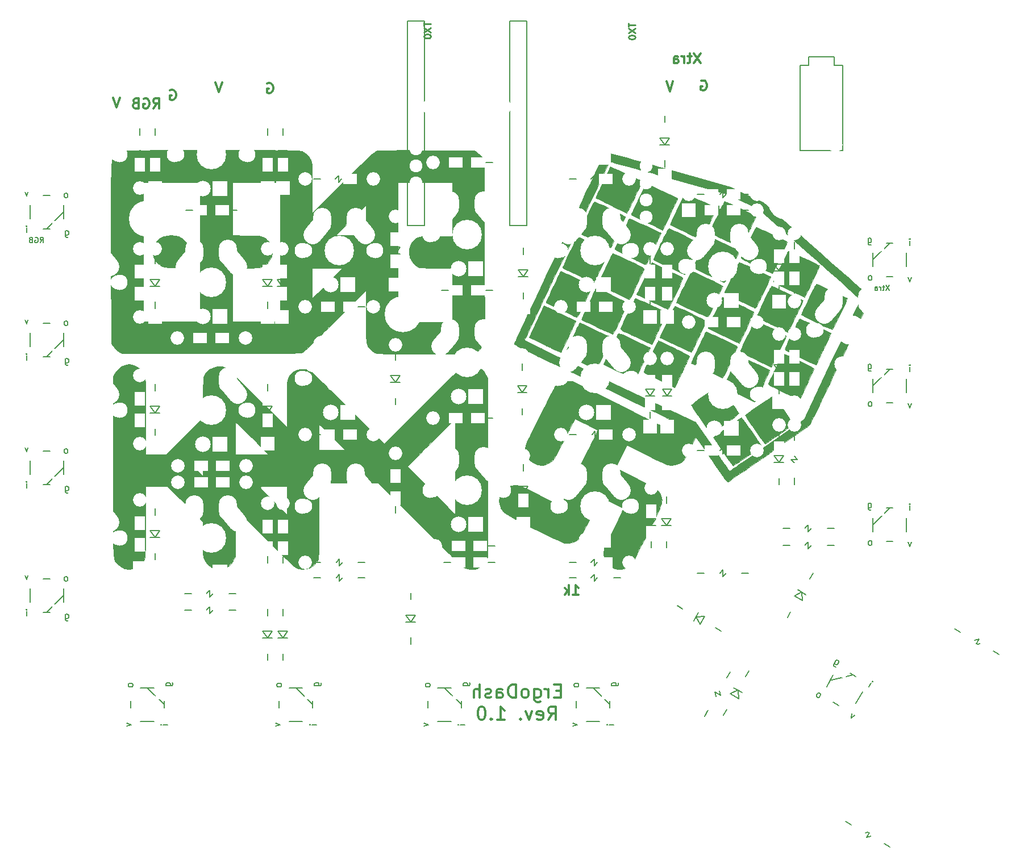
<source format=gbo>
G04 #@! TF.FileFunction,Legend,Bot*
%FSLAX46Y46*%
G04 Gerber Fmt 4.6, Leading zero omitted, Abs format (unit mm)*
G04 Created by KiCad (PCBNEW 4.0.7) date 06/24/18 16:56:43*
%MOMM*%
%LPD*%
G01*
G04 APERTURE LIST*
%ADD10C,0.100000*%
%ADD11C,0.300000*%
%ADD12C,0.200000*%
%ADD13C,0.250000*%
%ADD14C,0.150000*%
%ADD15C,0.010000*%
%ADD16C,4.400000*%
%ADD17C,2.300000*%
%ADD18C,2.800000*%
%ADD19O,2.700000X3.737000*%
%ADD20C,2.100000*%
%ADD21C,1.924000*%
%ADD22C,2.000000*%
%ADD23C,2.000000*%
%ADD24O,2.000000X2.000000*%
%ADD25C,5.400000*%
%ADD26R,1.924000X1.924000*%
%ADD27C,1.390600*%
%ADD28C,2.152600*%
%ADD29C,1.900000*%
%ADD30R,1.600000X2.000000*%
%ADD31R,2.000000X1.600000*%
%ADD32C,2.305000*%
%ADD33R,2.305000X2.305000*%
%ADD34R,1.300000X1.200000*%
%ADD35C,2.700000*%
%ADD36R,2.000000X2.000000*%
%ADD37R,1.800000X2.200000*%
%ADD38R,2.200000X1.800000*%
G04 APERTURE END LIST*
D10*
D11*
X159944571Y-123614571D02*
X160801714Y-123614571D01*
X160373142Y-123614571D02*
X160373142Y-122114571D01*
X160515999Y-122328857D01*
X160658857Y-122471714D01*
X160801714Y-122543143D01*
X159301714Y-123614571D02*
X159301714Y-122114571D01*
X159158857Y-123043143D02*
X158730286Y-123614571D01*
X158730286Y-122614571D02*
X159301714Y-123186000D01*
X158114191Y-137907143D02*
X157447524Y-137907143D01*
X157161810Y-138954762D02*
X158114191Y-138954762D01*
X158114191Y-136954762D01*
X157161810Y-136954762D01*
X156304667Y-138954762D02*
X156304667Y-137621429D01*
X156304667Y-138002381D02*
X156209428Y-137811905D01*
X156114190Y-137716667D01*
X155923714Y-137621429D01*
X155733238Y-137621429D01*
X154209429Y-137621429D02*
X154209429Y-139240476D01*
X154304667Y-139430952D01*
X154399905Y-139526190D01*
X154590381Y-139621429D01*
X154876095Y-139621429D01*
X155066572Y-139526190D01*
X154209429Y-138859524D02*
X154399905Y-138954762D01*
X154780857Y-138954762D01*
X154971333Y-138859524D01*
X155066572Y-138764286D01*
X155161810Y-138573810D01*
X155161810Y-138002381D01*
X155066572Y-137811905D01*
X154971333Y-137716667D01*
X154780857Y-137621429D01*
X154399905Y-137621429D01*
X154209429Y-137716667D01*
X152971333Y-138954762D02*
X153161809Y-138859524D01*
X153257048Y-138764286D01*
X153352286Y-138573810D01*
X153352286Y-138002381D01*
X153257048Y-137811905D01*
X153161809Y-137716667D01*
X152971333Y-137621429D01*
X152685619Y-137621429D01*
X152495143Y-137716667D01*
X152399905Y-137811905D01*
X152304667Y-138002381D01*
X152304667Y-138573810D01*
X152399905Y-138764286D01*
X152495143Y-138859524D01*
X152685619Y-138954762D01*
X152971333Y-138954762D01*
X151447524Y-138954762D02*
X151447524Y-136954762D01*
X150971333Y-136954762D01*
X150685619Y-137050000D01*
X150495143Y-137240476D01*
X150399904Y-137430952D01*
X150304666Y-137811905D01*
X150304666Y-138097619D01*
X150399904Y-138478571D01*
X150495143Y-138669048D01*
X150685619Y-138859524D01*
X150971333Y-138954762D01*
X151447524Y-138954762D01*
X148590381Y-138954762D02*
X148590381Y-137907143D01*
X148685619Y-137716667D01*
X148876095Y-137621429D01*
X149257047Y-137621429D01*
X149447524Y-137716667D01*
X148590381Y-138859524D02*
X148780857Y-138954762D01*
X149257047Y-138954762D01*
X149447524Y-138859524D01*
X149542762Y-138669048D01*
X149542762Y-138478571D01*
X149447524Y-138288095D01*
X149257047Y-138192857D01*
X148780857Y-138192857D01*
X148590381Y-138097619D01*
X147733238Y-138859524D02*
X147542761Y-138954762D01*
X147161809Y-138954762D01*
X146971333Y-138859524D01*
X146876095Y-138669048D01*
X146876095Y-138573810D01*
X146971333Y-138383333D01*
X147161809Y-138288095D01*
X147447523Y-138288095D01*
X147638000Y-138192857D01*
X147733238Y-138002381D01*
X147733238Y-137907143D01*
X147638000Y-137716667D01*
X147447523Y-137621429D01*
X147161809Y-137621429D01*
X146971333Y-137716667D01*
X146018952Y-138954762D02*
X146018952Y-136954762D01*
X145161809Y-138954762D02*
X145161809Y-137907143D01*
X145257047Y-137716667D01*
X145447523Y-137621429D01*
X145733237Y-137621429D01*
X145923713Y-137716667D01*
X146018952Y-137811905D01*
X156257048Y-142254762D02*
X156923715Y-141302381D01*
X157399906Y-142254762D02*
X157399906Y-140254762D01*
X156638001Y-140254762D01*
X156447525Y-140350000D01*
X156352286Y-140445238D01*
X156257048Y-140635714D01*
X156257048Y-140921429D01*
X156352286Y-141111905D01*
X156447525Y-141207143D01*
X156638001Y-141302381D01*
X157399906Y-141302381D01*
X154638001Y-142159524D02*
X154828477Y-142254762D01*
X155209429Y-142254762D01*
X155399906Y-142159524D01*
X155495144Y-141969048D01*
X155495144Y-141207143D01*
X155399906Y-141016667D01*
X155209429Y-140921429D01*
X154828477Y-140921429D01*
X154638001Y-141016667D01*
X154542763Y-141207143D01*
X154542763Y-141397619D01*
X155495144Y-141588095D01*
X153876096Y-140921429D02*
X153399905Y-142254762D01*
X152923715Y-140921429D01*
X152161810Y-142064286D02*
X152066571Y-142159524D01*
X152161810Y-142254762D01*
X152257048Y-142159524D01*
X152161810Y-142064286D01*
X152161810Y-142254762D01*
X148637999Y-142254762D02*
X149780857Y-142254762D01*
X149209428Y-142254762D02*
X149209428Y-140254762D01*
X149399904Y-140540476D01*
X149590380Y-140730952D01*
X149780857Y-140826190D01*
X147780857Y-142064286D02*
X147685618Y-142159524D01*
X147780857Y-142254762D01*
X147876095Y-142159524D01*
X147780857Y-142064286D01*
X147780857Y-142254762D01*
X146447523Y-140254762D02*
X146257047Y-140254762D01*
X146066571Y-140350000D01*
X145971333Y-140445238D01*
X145876095Y-140635714D01*
X145780856Y-141016667D01*
X145780856Y-141492857D01*
X145876095Y-141873810D01*
X145971333Y-142064286D01*
X146066571Y-142159524D01*
X146257047Y-142254762D01*
X146447523Y-142254762D01*
X146637999Y-142159524D01*
X146733237Y-142064286D01*
X146828476Y-141873810D01*
X146923714Y-141492857D01*
X146923714Y-141016667D01*
X146828476Y-140635714D01*
X146733237Y-140445238D01*
X146637999Y-140350000D01*
X146447523Y-140254762D01*
D12*
X207098762Y-77412905D02*
X206565429Y-78212905D01*
X206565429Y-77412905D02*
X207098762Y-78212905D01*
X206374953Y-77679571D02*
X206070191Y-77679571D01*
X206260667Y-77412905D02*
X206260667Y-78098619D01*
X206222572Y-78174810D01*
X206146381Y-78212905D01*
X206070191Y-78212905D01*
X205803524Y-78212905D02*
X205803524Y-77679571D01*
X205803524Y-77831952D02*
X205765429Y-77755762D01*
X205727333Y-77717667D01*
X205651143Y-77679571D01*
X205574952Y-77679571D01*
X204965429Y-78212905D02*
X204965429Y-77793857D01*
X205003524Y-77717667D01*
X205079714Y-77679571D01*
X205232095Y-77679571D01*
X205308286Y-77717667D01*
X204965429Y-78174810D02*
X205041619Y-78212905D01*
X205232095Y-78212905D01*
X205308286Y-78174810D01*
X205346381Y-78098619D01*
X205346381Y-78022429D01*
X205308286Y-77946238D01*
X205232095Y-77908143D01*
X205041619Y-77908143D01*
X204965429Y-77870048D01*
X80562381Y-71100905D02*
X80829048Y-70719952D01*
X81019524Y-71100905D02*
X81019524Y-70300905D01*
X80714762Y-70300905D01*
X80638571Y-70339000D01*
X80600476Y-70377095D01*
X80562381Y-70453286D01*
X80562381Y-70567571D01*
X80600476Y-70643762D01*
X80638571Y-70681857D01*
X80714762Y-70719952D01*
X81019524Y-70719952D01*
X79800476Y-70339000D02*
X79876667Y-70300905D01*
X79990952Y-70300905D01*
X80105238Y-70339000D01*
X80181429Y-70415190D01*
X80219524Y-70491381D01*
X80257619Y-70643762D01*
X80257619Y-70758048D01*
X80219524Y-70910429D01*
X80181429Y-70986619D01*
X80105238Y-71062810D01*
X79990952Y-71100905D01*
X79914762Y-71100905D01*
X79800476Y-71062810D01*
X79762381Y-71024714D01*
X79762381Y-70758048D01*
X79914762Y-70758048D01*
X79152857Y-70681857D02*
X79038571Y-70719952D01*
X79000476Y-70758048D01*
X78962381Y-70834238D01*
X78962381Y-70948524D01*
X79000476Y-71024714D01*
X79038571Y-71062810D01*
X79114762Y-71100905D01*
X79419524Y-71100905D01*
X79419524Y-70300905D01*
X79152857Y-70300905D01*
X79076667Y-70339000D01*
X79038571Y-70377095D01*
X79000476Y-70453286D01*
X79000476Y-70529476D01*
X79038571Y-70605667D01*
X79076667Y-70643762D01*
X79152857Y-70681857D01*
X79419524Y-70681857D01*
D11*
X97428714Y-51097571D02*
X97928714Y-50383286D01*
X98285857Y-51097571D02*
X98285857Y-49597571D01*
X97714429Y-49597571D01*
X97571571Y-49669000D01*
X97500143Y-49740429D01*
X97428714Y-49883286D01*
X97428714Y-50097571D01*
X97500143Y-50240429D01*
X97571571Y-50311857D01*
X97714429Y-50383286D01*
X98285857Y-50383286D01*
X96000143Y-49669000D02*
X96143000Y-49597571D01*
X96357286Y-49597571D01*
X96571571Y-49669000D01*
X96714429Y-49811857D01*
X96785857Y-49954714D01*
X96857286Y-50240429D01*
X96857286Y-50454714D01*
X96785857Y-50740429D01*
X96714429Y-50883286D01*
X96571571Y-51026143D01*
X96357286Y-51097571D01*
X96214429Y-51097571D01*
X96000143Y-51026143D01*
X95928714Y-50954714D01*
X95928714Y-50454714D01*
X96214429Y-50454714D01*
X94785857Y-50311857D02*
X94571571Y-50383286D01*
X94500143Y-50454714D01*
X94428714Y-50597571D01*
X94428714Y-50811857D01*
X94500143Y-50954714D01*
X94571571Y-51026143D01*
X94714429Y-51097571D01*
X95285857Y-51097571D01*
X95285857Y-49597571D01*
X94785857Y-49597571D01*
X94643000Y-49669000D01*
X94571571Y-49740429D01*
X94500143Y-49883286D01*
X94500143Y-50026143D01*
X94571571Y-50169000D01*
X94643000Y-50240429D01*
X94785857Y-50311857D01*
X95285857Y-50311857D01*
X178982428Y-42866571D02*
X177982428Y-44366571D01*
X177982428Y-42866571D02*
X178982428Y-44366571D01*
X177625286Y-43366571D02*
X177053857Y-43366571D01*
X177411000Y-42866571D02*
X177411000Y-44152286D01*
X177339572Y-44295143D01*
X177196714Y-44366571D01*
X177053857Y-44366571D01*
X176553857Y-44366571D02*
X176553857Y-43366571D01*
X176553857Y-43652286D02*
X176482429Y-43509429D01*
X176411000Y-43438000D01*
X176268143Y-43366571D01*
X176125286Y-43366571D01*
X174982429Y-44366571D02*
X174982429Y-43580857D01*
X175053858Y-43438000D01*
X175196715Y-43366571D01*
X175482429Y-43366571D01*
X175625286Y-43438000D01*
X174982429Y-44295143D02*
X175125286Y-44366571D01*
X175482429Y-44366571D01*
X175625286Y-44295143D01*
X175696715Y-44152286D01*
X175696715Y-44009429D01*
X175625286Y-43866571D01*
X175482429Y-43795143D01*
X175125286Y-43795143D01*
X174982429Y-43723714D01*
X179058143Y-47002000D02*
X179201000Y-46930571D01*
X179415286Y-46930571D01*
X179629571Y-47002000D01*
X179772429Y-47144857D01*
X179843857Y-47287714D01*
X179915286Y-47573429D01*
X179915286Y-47787714D01*
X179843857Y-48073429D01*
X179772429Y-48216286D01*
X179629571Y-48359143D01*
X179415286Y-48430571D01*
X179272429Y-48430571D01*
X179058143Y-48359143D01*
X178986714Y-48287714D01*
X178986714Y-47787714D01*
X179272429Y-47787714D01*
X173871000Y-47057571D02*
X174371000Y-48557571D01*
X174871000Y-47057571D01*
X91448000Y-49470571D02*
X91948000Y-50970571D01*
X92448000Y-49470571D01*
X99937143Y-48399000D02*
X100080000Y-48327571D01*
X100294286Y-48327571D01*
X100508571Y-48399000D01*
X100651429Y-48541857D01*
X100722857Y-48684714D01*
X100794286Y-48970429D01*
X100794286Y-49184714D01*
X100722857Y-49470429D01*
X100651429Y-49613286D01*
X100508571Y-49756143D01*
X100294286Y-49827571D01*
X100151429Y-49827571D01*
X99937143Y-49756143D01*
X99865714Y-49684714D01*
X99865714Y-49184714D01*
X100151429Y-49184714D01*
D13*
X168235381Y-38385905D02*
X168235381Y-38957334D01*
X169235381Y-38671619D02*
X168235381Y-38671619D01*
X168235381Y-39195429D02*
X169235381Y-39862096D01*
X168235381Y-39862096D02*
X169235381Y-39195429D01*
X168235381Y-40433524D02*
X168235381Y-40528763D01*
X168283000Y-40624001D01*
X168330619Y-40671620D01*
X168425857Y-40719239D01*
X168616333Y-40766858D01*
X168854429Y-40766858D01*
X169044905Y-40719239D01*
X169140143Y-40671620D01*
X169187762Y-40624001D01*
X169235381Y-40528763D01*
X169235381Y-40433524D01*
X169187762Y-40338286D01*
X169140143Y-40290667D01*
X169044905Y-40243048D01*
X168854429Y-40195429D01*
X168616333Y-40195429D01*
X168425857Y-40243048D01*
X168330619Y-40290667D01*
X168283000Y-40338286D01*
X168235381Y-40433524D01*
X137755381Y-38258905D02*
X137755381Y-38830334D01*
X138755381Y-38544619D02*
X137755381Y-38544619D01*
X137755381Y-39068429D02*
X138755381Y-39735096D01*
X137755381Y-39735096D02*
X138755381Y-39068429D01*
X137755381Y-40306524D02*
X137755381Y-40401763D01*
X137803000Y-40497001D01*
X137850619Y-40544620D01*
X137945857Y-40592239D01*
X138136333Y-40639858D01*
X138374429Y-40639858D01*
X138564905Y-40592239D01*
X138660143Y-40544620D01*
X138707762Y-40497001D01*
X138755381Y-40401763D01*
X138755381Y-40306524D01*
X138707762Y-40211286D01*
X138660143Y-40163667D01*
X138564905Y-40116048D01*
X138374429Y-40068429D01*
X138136333Y-40068429D01*
X137945857Y-40116048D01*
X137850619Y-40163667D01*
X137803000Y-40211286D01*
X137755381Y-40306524D01*
D11*
X106688000Y-47184571D02*
X107188000Y-48684571D01*
X107688000Y-47184571D01*
X114415143Y-47383000D02*
X114558000Y-47311571D01*
X114772286Y-47311571D01*
X114986571Y-47383000D01*
X115129429Y-47525857D01*
X115200857Y-47668714D01*
X115272286Y-47954429D01*
X115272286Y-48168714D01*
X115200857Y-48454429D01*
X115129429Y-48597286D01*
X114986571Y-48740143D01*
X114772286Y-48811571D01*
X114629429Y-48811571D01*
X114415143Y-48740143D01*
X114343714Y-48668714D01*
X114343714Y-48168714D01*
X114629429Y-48168714D01*
D14*
X200152000Y-44704000D02*
X198882000Y-44704000D01*
X198882000Y-44704000D02*
X198882000Y-43434000D01*
X198882000Y-43434000D02*
X195072000Y-43434000D01*
X195072000Y-43434000D02*
X195072000Y-44704000D01*
X195072000Y-44704000D02*
X193802000Y-44704000D01*
X193802000Y-44704000D02*
X193802000Y-57404000D01*
X193802000Y-57404000D02*
X200152000Y-57404000D01*
X200152000Y-57404000D02*
X200152000Y-44704000D01*
X95377000Y-57332000D02*
X95877000Y-57832000D01*
X95877000Y-57832000D02*
X94877000Y-57832000D01*
X94877000Y-57832000D02*
X95377000Y-58332000D01*
X95377000Y-54102000D02*
X95377000Y-55118000D01*
X95377000Y-60706000D02*
X95377000Y-61722000D01*
X106625000Y-66294000D02*
X106125000Y-66794000D01*
X106125000Y-66794000D02*
X106125000Y-65794000D01*
X106125000Y-65794000D02*
X105625000Y-66294000D01*
X109855000Y-66294000D02*
X108839000Y-66294000D01*
X103251000Y-66294000D02*
X102235000Y-66294000D01*
X124515000Y-61595000D02*
X125015000Y-61095000D01*
X125015000Y-61095000D02*
X125015000Y-62095000D01*
X125015000Y-62095000D02*
X125515000Y-61595000D01*
X121285000Y-61595000D02*
X122301000Y-61595000D01*
X127889000Y-61595000D02*
X128905000Y-61595000D01*
X144725000Y-59182000D02*
X144225000Y-59682000D01*
X144225000Y-59682000D02*
X144225000Y-58682000D01*
X144225000Y-58682000D02*
X143725000Y-59182000D01*
X147955000Y-59182000D02*
X146939000Y-59182000D01*
X141351000Y-59182000D02*
X140335000Y-59182000D01*
X162615000Y-61595000D02*
X163115000Y-61095000D01*
X163115000Y-61095000D02*
X163115000Y-62095000D01*
X163115000Y-62095000D02*
X163615000Y-61595000D01*
X159385000Y-61595000D02*
X160401000Y-61595000D01*
X165989000Y-61595000D02*
X167005000Y-61595000D01*
X182825000Y-63881000D02*
X182325000Y-64381000D01*
X182325000Y-64381000D02*
X182325000Y-63381000D01*
X182325000Y-63381000D02*
X181825000Y-63881000D01*
X186055000Y-63881000D02*
X185039000Y-63881000D01*
X179451000Y-63881000D02*
X178435000Y-63881000D01*
X192913000Y-74223000D02*
X193413000Y-74723000D01*
X193413000Y-74723000D02*
X192413000Y-74723000D01*
X192413000Y-74723000D02*
X192913000Y-75223000D01*
X192913000Y-70993000D02*
X192913000Y-72009000D01*
X192913000Y-77597000D02*
X192913000Y-78613000D01*
X95377000Y-76509000D02*
X95877000Y-77009000D01*
X95877000Y-77009000D02*
X94877000Y-77009000D01*
X94877000Y-77009000D02*
X95377000Y-77509000D01*
X95377000Y-73279000D02*
X95377000Y-74295000D01*
X95377000Y-79883000D02*
X95377000Y-80899000D01*
X106625000Y-85344000D02*
X106125000Y-85844000D01*
X106125000Y-85844000D02*
X106125000Y-84844000D01*
X106125000Y-84844000D02*
X105625000Y-85344000D01*
X109855000Y-85344000D02*
X108839000Y-85344000D01*
X103251000Y-85344000D02*
X102235000Y-85344000D01*
X125675000Y-80645000D02*
X125175000Y-81145000D01*
X125175000Y-81145000D02*
X125175000Y-80145000D01*
X125175000Y-80145000D02*
X124675000Y-80645000D01*
X128905000Y-80645000D02*
X127889000Y-80645000D01*
X122301000Y-80645000D02*
X121285000Y-80645000D01*
X162615000Y-121031000D02*
X163115000Y-120531000D01*
X163115000Y-120531000D02*
X163115000Y-121531000D01*
X163115000Y-121531000D02*
X163615000Y-121031000D01*
X159385000Y-121031000D02*
X160401000Y-121031000D01*
X165989000Y-121031000D02*
X167005000Y-121031000D01*
X144725000Y-78232000D02*
X144225000Y-78732000D01*
X144225000Y-78732000D02*
X144225000Y-77732000D01*
X144225000Y-77732000D02*
X143725000Y-78232000D01*
X147955000Y-78232000D02*
X146939000Y-78232000D01*
X141351000Y-78232000D02*
X140335000Y-78232000D01*
X163775000Y-80645000D02*
X163275000Y-81145000D01*
X163275000Y-81145000D02*
X163275000Y-80145000D01*
X163275000Y-80145000D02*
X162775000Y-80645000D01*
X167005000Y-80645000D02*
X165989000Y-80645000D01*
X160401000Y-80645000D02*
X159385000Y-80645000D01*
X182825000Y-82931000D02*
X182325000Y-83431000D01*
X182325000Y-83431000D02*
X182325000Y-82431000D01*
X182325000Y-82431000D02*
X181825000Y-82931000D01*
X186055000Y-82931000D02*
X185039000Y-82931000D01*
X179451000Y-82931000D02*
X178435000Y-82931000D01*
X192913000Y-89209000D02*
X193413000Y-89709000D01*
X193413000Y-89709000D02*
X192413000Y-89709000D01*
X192413000Y-89709000D02*
X192913000Y-90209000D01*
X192913000Y-85979000D02*
X192913000Y-86995000D01*
X192913000Y-92583000D02*
X192913000Y-93599000D01*
X95377000Y-95432000D02*
X95877000Y-95932000D01*
X95877000Y-95932000D02*
X94877000Y-95932000D01*
X94877000Y-95932000D02*
X95377000Y-96432000D01*
X95377000Y-92202000D02*
X95377000Y-93218000D01*
X95377000Y-98806000D02*
X95377000Y-99822000D01*
X105592000Y-104394000D02*
X106092000Y-103894000D01*
X106092000Y-103894000D02*
X106092000Y-104894000D01*
X106092000Y-104894000D02*
X106592000Y-104394000D01*
X102362000Y-104394000D02*
X103378000Y-104394000D01*
X108966000Y-104394000D02*
X109982000Y-104394000D01*
X125675000Y-99695000D02*
X125175000Y-100195000D01*
X125175000Y-100195000D02*
X125175000Y-99195000D01*
X125175000Y-99195000D02*
X124675000Y-99695000D01*
X128905000Y-99695000D02*
X127889000Y-99695000D01*
X122301000Y-99695000D02*
X121285000Y-99695000D01*
X144725000Y-97282000D02*
X144225000Y-97782000D01*
X144225000Y-97782000D02*
X144225000Y-96782000D01*
X144225000Y-96782000D02*
X143725000Y-97282000D01*
X147955000Y-97282000D02*
X146939000Y-97282000D01*
X141351000Y-97282000D02*
X140335000Y-97282000D01*
X163775000Y-99695000D02*
X163275000Y-100195000D01*
X163275000Y-100195000D02*
X163275000Y-99195000D01*
X163275000Y-99195000D02*
X162775000Y-99695000D01*
X167005000Y-99695000D02*
X165989000Y-99695000D01*
X160401000Y-99695000D02*
X159385000Y-99695000D01*
X182825000Y-102108000D02*
X182325000Y-102608000D01*
X182325000Y-102608000D02*
X182325000Y-101608000D01*
X182325000Y-101608000D02*
X181825000Y-102108000D01*
X186055000Y-102108000D02*
X185039000Y-102108000D01*
X179451000Y-102108000D02*
X178435000Y-102108000D01*
X192913000Y-103958000D02*
X192413000Y-103458000D01*
X192413000Y-103458000D02*
X193413000Y-103458000D01*
X193413000Y-103458000D02*
X192913000Y-102958000D01*
X192913000Y-107188000D02*
X192913000Y-106172000D01*
X192913000Y-100584000D02*
X192913000Y-99568000D01*
X105592000Y-106807000D02*
X106092000Y-106307000D01*
X106092000Y-106307000D02*
X106092000Y-107307000D01*
X106092000Y-107307000D02*
X106592000Y-106807000D01*
X102362000Y-106807000D02*
X103378000Y-106807000D01*
X108966000Y-106807000D02*
X109982000Y-106807000D01*
X114427000Y-114482000D02*
X114927000Y-114982000D01*
X114927000Y-114982000D02*
X113927000Y-114982000D01*
X113927000Y-114982000D02*
X114427000Y-115482000D01*
X114427000Y-111252000D02*
X114427000Y-112268000D01*
X114427000Y-117856000D02*
X114427000Y-118872000D01*
X125675000Y-118745000D02*
X125175000Y-119245000D01*
X125175000Y-119245000D02*
X125175000Y-118245000D01*
X125175000Y-118245000D02*
X124675000Y-118745000D01*
X128905000Y-118745000D02*
X127889000Y-118745000D01*
X122301000Y-118745000D02*
X121285000Y-118745000D01*
X145106000Y-116332000D02*
X144606000Y-116832000D01*
X144606000Y-116832000D02*
X144606000Y-115832000D01*
X144606000Y-115832000D02*
X144106000Y-116332000D01*
X148336000Y-116332000D02*
X147320000Y-116332000D01*
X141732000Y-116332000D02*
X140716000Y-116332000D01*
X162615000Y-118745000D02*
X163115000Y-118245000D01*
X163115000Y-118245000D02*
X163115000Y-119245000D01*
X163115000Y-119245000D02*
X163615000Y-118745000D01*
X159385000Y-118745000D02*
X160401000Y-118745000D01*
X165989000Y-118745000D02*
X167005000Y-118745000D01*
X182825000Y-120396000D02*
X182325000Y-120896000D01*
X182325000Y-120896000D02*
X182325000Y-119896000D01*
X182325000Y-119896000D02*
X181825000Y-120396000D01*
X186055000Y-120396000D02*
X185039000Y-120396000D01*
X179451000Y-120396000D02*
X178435000Y-120396000D01*
X181773000Y-137882114D02*
X181956013Y-138565127D01*
X181956013Y-138565127D02*
X181089987Y-138065127D01*
X181089987Y-138065127D02*
X181273000Y-138748140D01*
X183388000Y-135084852D02*
X182880000Y-135964734D01*
X180086000Y-140804084D02*
X179578000Y-141683966D01*
X105338000Y-123444000D02*
X105838000Y-122944000D01*
X105838000Y-122944000D02*
X105838000Y-123944000D01*
X105838000Y-123944000D02*
X106338000Y-123444000D01*
X102108000Y-123444000D02*
X103124000Y-123444000D01*
X108712000Y-123444000D02*
X109728000Y-123444000D01*
X105338000Y-125857000D02*
X105838000Y-125357000D01*
X105838000Y-125357000D02*
X105838000Y-126357000D01*
X105838000Y-126357000D02*
X106338000Y-125857000D01*
X102108000Y-125857000D02*
X103124000Y-125857000D01*
X108712000Y-125857000D02*
X109728000Y-125857000D01*
X125675000Y-121031000D02*
X125175000Y-121531000D01*
X125175000Y-121531000D02*
X125175000Y-120531000D01*
X125175000Y-120531000D02*
X124675000Y-121031000D01*
X128905000Y-121031000D02*
X127889000Y-121031000D01*
X122301000Y-121031000D02*
X121285000Y-121031000D01*
X145106000Y-118745000D02*
X144606000Y-119245000D01*
X144606000Y-119245000D02*
X144606000Y-118245000D01*
X144606000Y-118245000D02*
X144106000Y-118745000D01*
X148336000Y-118745000D02*
X147320000Y-118745000D01*
X141732000Y-118745000D02*
X140716000Y-118745000D01*
X150495000Y-38100000D02*
X153035000Y-38100000D01*
X153035000Y-38100000D02*
X153035000Y-68580000D01*
X153035000Y-68580000D02*
X150495000Y-68580000D01*
X150495000Y-68580000D02*
X150495000Y-38100000D01*
X135255000Y-38100000D02*
X137795000Y-38100000D01*
X137795000Y-38100000D02*
X137795000Y-68580000D01*
X137795000Y-68580000D02*
X135255000Y-68580000D01*
X135255000Y-68580000D02*
X135255000Y-38100000D01*
X194492000Y-113665000D02*
X194992000Y-113165000D01*
X194992000Y-113165000D02*
X194992000Y-114165000D01*
X194992000Y-114165000D02*
X195492000Y-113665000D01*
X191262000Y-113665000D02*
X192278000Y-113665000D01*
X197866000Y-113665000D02*
X198882000Y-113665000D01*
X220638886Y-130846000D02*
X219955873Y-131029013D01*
X219955873Y-131029013D02*
X220455873Y-130162987D01*
X220455873Y-130162987D02*
X219772860Y-130346000D01*
X223436148Y-132461000D02*
X222556266Y-131953000D01*
X217716916Y-129159000D02*
X216837034Y-128651000D01*
X194492000Y-116205000D02*
X194992000Y-115705000D01*
X194992000Y-115705000D02*
X194992000Y-116705000D01*
X194992000Y-116705000D02*
X195492000Y-116205000D01*
X191262000Y-116205000D02*
X192278000Y-116205000D01*
X197866000Y-116205000D02*
X198882000Y-116205000D01*
X204382886Y-159548000D02*
X203699873Y-159731013D01*
X203699873Y-159731013D02*
X204199873Y-158864987D01*
X204199873Y-158864987D02*
X203516860Y-159048000D01*
X207180148Y-161163000D02*
X206300266Y-160655000D01*
X201460916Y-157861000D02*
X200581034Y-157353000D01*
X97663000Y-55079900D02*
X97663000Y-54102000D01*
X96964500Y-57391300D02*
X98361500Y-57391300D01*
X98361500Y-57391300D02*
X97675700Y-58420000D01*
X97663000Y-58432700D02*
X96964500Y-57391300D01*
X96951800Y-58432700D02*
X98361500Y-58432700D01*
X97663000Y-61722000D02*
X97663000Y-60756800D01*
X97663000Y-74256900D02*
X97663000Y-73279000D01*
X96964500Y-76568300D02*
X98361500Y-76568300D01*
X98361500Y-76568300D02*
X97675700Y-77597000D01*
X97663000Y-77609700D02*
X96964500Y-76568300D01*
X96951800Y-77609700D02*
X98361500Y-77609700D01*
X97663000Y-80899000D02*
X97663000Y-79933800D01*
X97663000Y-93179900D02*
X97663000Y-92202000D01*
X96964500Y-95491300D02*
X98361500Y-95491300D01*
X98361500Y-95491300D02*
X97675700Y-96520000D01*
X97663000Y-96532700D02*
X96964500Y-95491300D01*
X96951800Y-96532700D02*
X98361500Y-96532700D01*
X97663000Y-99822000D02*
X97663000Y-98856800D01*
X95377000Y-111721900D02*
X95377000Y-110744000D01*
X94678500Y-114033300D02*
X96075500Y-114033300D01*
X96075500Y-114033300D02*
X95389700Y-115062000D01*
X95377000Y-115074700D02*
X94678500Y-114033300D01*
X94665800Y-115074700D02*
X96075500Y-115074700D01*
X95377000Y-118364000D02*
X95377000Y-117398800D01*
X114427000Y-55079900D02*
X114427000Y-54102000D01*
X113728500Y-57391300D02*
X115125500Y-57391300D01*
X115125500Y-57391300D02*
X114439700Y-58420000D01*
X114427000Y-58432700D02*
X113728500Y-57391300D01*
X113715800Y-58432700D02*
X115125500Y-58432700D01*
X114427000Y-61722000D02*
X114427000Y-60756800D01*
X114427000Y-74256900D02*
X114427000Y-73279000D01*
X113728500Y-76568300D02*
X115125500Y-76568300D01*
X115125500Y-76568300D02*
X114439700Y-77597000D01*
X114427000Y-77609700D02*
X113728500Y-76568300D01*
X113715800Y-77609700D02*
X115125500Y-77609700D01*
X114427000Y-80899000D02*
X114427000Y-79933800D01*
X114427000Y-93179900D02*
X114427000Y-92202000D01*
X113728500Y-95491300D02*
X115125500Y-95491300D01*
X115125500Y-95491300D02*
X114439700Y-96520000D01*
X114427000Y-96532700D02*
X113728500Y-95491300D01*
X113715800Y-96532700D02*
X115125500Y-96532700D01*
X114427000Y-99822000D02*
X114427000Y-98856800D01*
X116713000Y-112229900D02*
X116713000Y-111252000D01*
X116014500Y-114541300D02*
X117411500Y-114541300D01*
X117411500Y-114541300D02*
X116725700Y-115570000D01*
X116713000Y-115582700D02*
X116014500Y-114541300D01*
X116001800Y-115582700D02*
X117411500Y-115582700D01*
X116713000Y-118872000D02*
X116713000Y-117906800D01*
X116713000Y-55079900D02*
X116713000Y-54102000D01*
X116014500Y-57391300D02*
X117411500Y-57391300D01*
X117411500Y-57391300D02*
X116725700Y-58420000D01*
X116713000Y-58432700D02*
X116014500Y-57391300D01*
X116001800Y-58432700D02*
X117411500Y-58432700D01*
X116713000Y-61722000D02*
X116713000Y-60756800D01*
X116586000Y-74256900D02*
X116586000Y-73279000D01*
X115887500Y-76568300D02*
X117284500Y-76568300D01*
X117284500Y-76568300D02*
X116598700Y-77597000D01*
X116586000Y-77609700D02*
X115887500Y-76568300D01*
X115874800Y-77609700D02*
X117284500Y-77609700D01*
X116586000Y-80899000D02*
X116586000Y-79933800D01*
X133477000Y-88607900D02*
X133477000Y-87630000D01*
X132778500Y-90919300D02*
X134175500Y-90919300D01*
X134175500Y-90919300D02*
X133489700Y-91948000D01*
X133477000Y-91960700D02*
X132778500Y-90919300D01*
X132765800Y-91960700D02*
X134175500Y-91960700D01*
X133477000Y-95250000D02*
X133477000Y-94284800D01*
X133477000Y-104736900D02*
X133477000Y-103759000D01*
X132778500Y-107048300D02*
X134175500Y-107048300D01*
X134175500Y-107048300D02*
X133489700Y-108077000D01*
X133477000Y-108089700D02*
X132778500Y-107048300D01*
X132765800Y-108089700D02*
X134175500Y-108089700D01*
X133477000Y-111379000D02*
X133477000Y-110413800D01*
X133477000Y-69430900D02*
X133477000Y-68453000D01*
X132778500Y-71742300D02*
X134175500Y-71742300D01*
X134175500Y-71742300D02*
X133489700Y-72771000D01*
X133477000Y-72783700D02*
X132778500Y-71742300D01*
X132765800Y-72783700D02*
X134175500Y-72783700D01*
X133477000Y-76073000D02*
X133477000Y-75107800D01*
X152527000Y-72859900D02*
X152527000Y-71882000D01*
X151828500Y-75171300D02*
X153225500Y-75171300D01*
X153225500Y-75171300D02*
X152539700Y-76200000D01*
X152527000Y-76212700D02*
X151828500Y-75171300D01*
X151815800Y-76212700D02*
X153225500Y-76212700D01*
X152527000Y-79502000D02*
X152527000Y-78536800D01*
X152400000Y-90131900D02*
X152400000Y-89154000D01*
X151701500Y-92443300D02*
X153098500Y-92443300D01*
X153098500Y-92443300D02*
X152412700Y-93472000D01*
X152400000Y-93484700D02*
X151701500Y-92443300D01*
X151688800Y-93484700D02*
X153098500Y-93484700D01*
X152400000Y-96774000D02*
X152400000Y-95808800D01*
X152527000Y-105117900D02*
X152527000Y-104140000D01*
X151828500Y-107429300D02*
X153225500Y-107429300D01*
X153225500Y-107429300D02*
X152539700Y-108458000D01*
X152527000Y-108470700D02*
X151828500Y-107429300D01*
X151815800Y-108470700D02*
X153225500Y-108470700D01*
X152527000Y-111760000D02*
X152527000Y-110794800D01*
X173609000Y-53174900D02*
X173609000Y-52197000D01*
X172910500Y-55486300D02*
X174307500Y-55486300D01*
X174307500Y-55486300D02*
X173621700Y-56515000D01*
X173609000Y-56527700D02*
X172910500Y-55486300D01*
X172897800Y-56527700D02*
X174307500Y-56527700D01*
X173609000Y-59817000D02*
X173609000Y-58851800D01*
X171450000Y-74256900D02*
X171450000Y-73279000D01*
X170751500Y-76568300D02*
X172148500Y-76568300D01*
X172148500Y-76568300D02*
X171462700Y-77597000D01*
X171450000Y-77609700D02*
X170751500Y-76568300D01*
X170738800Y-77609700D02*
X172148500Y-77609700D01*
X171450000Y-80899000D02*
X171450000Y-79933800D01*
X171450000Y-90639900D02*
X171450000Y-89662000D01*
X170751500Y-92951300D02*
X172148500Y-92951300D01*
X172148500Y-92951300D02*
X171462700Y-93980000D01*
X171450000Y-93992700D02*
X170751500Y-92951300D01*
X170738800Y-93992700D02*
X172148500Y-93992700D01*
X171450000Y-97282000D02*
X171450000Y-96316800D01*
X171577000Y-109943900D02*
X171577000Y-108966000D01*
X170878500Y-112255300D02*
X172275500Y-112255300D01*
X172275500Y-112255300D02*
X171589700Y-113284000D01*
X171577000Y-113296700D02*
X170878500Y-112255300D01*
X170865800Y-113296700D02*
X172275500Y-113296700D01*
X171577000Y-116586000D02*
X171577000Y-115620800D01*
X185077100Y-66294000D02*
X186055000Y-66294000D01*
X182765700Y-65595500D02*
X182765700Y-66992500D01*
X182765700Y-66992500D02*
X181737000Y-66306700D01*
X181724300Y-66294000D02*
X182765700Y-65595500D01*
X181724300Y-65582800D02*
X181724300Y-66992500D01*
X178435000Y-66294000D02*
X179400200Y-66294000D01*
X173990000Y-74256900D02*
X173990000Y-73279000D01*
X173291500Y-76568300D02*
X174688500Y-76568300D01*
X174688500Y-76568300D02*
X174002700Y-77597000D01*
X173990000Y-77609700D02*
X173291500Y-76568300D01*
X173278800Y-77609700D02*
X174688500Y-77609700D01*
X173990000Y-80899000D02*
X173990000Y-79933800D01*
X173990000Y-90639900D02*
X173990000Y-89662000D01*
X173291500Y-92951300D02*
X174688500Y-92951300D01*
X174688500Y-92951300D02*
X174002700Y-93980000D01*
X173990000Y-93992700D02*
X173291500Y-92951300D01*
X173278800Y-93992700D02*
X174688500Y-93992700D01*
X173990000Y-97282000D02*
X173990000Y-96316800D01*
X173863000Y-109943900D02*
X173863000Y-108966000D01*
X173164500Y-112255300D02*
X174561500Y-112255300D01*
X174561500Y-112255300D02*
X173875700Y-113284000D01*
X173863000Y-113296700D02*
X173164500Y-112255300D01*
X173151800Y-113296700D02*
X174561500Y-113296700D01*
X173863000Y-116586000D02*
X173863000Y-115620800D01*
X190627000Y-71970900D02*
X190627000Y-70993000D01*
X189928500Y-74282300D02*
X191325500Y-74282300D01*
X191325500Y-74282300D02*
X190639700Y-75311000D01*
X190627000Y-75323700D02*
X189928500Y-74282300D01*
X189915800Y-75323700D02*
X191325500Y-75323700D01*
X190627000Y-78613000D02*
X190627000Y-77647800D01*
X190627000Y-86956900D02*
X190627000Y-85979000D01*
X189928500Y-89268300D02*
X191325500Y-89268300D01*
X191325500Y-89268300D02*
X190639700Y-90297000D01*
X190627000Y-90309700D02*
X189928500Y-89268300D01*
X189915800Y-90309700D02*
X191325500Y-90309700D01*
X190627000Y-93599000D02*
X190627000Y-92633800D01*
X190627000Y-100545900D02*
X190627000Y-99568000D01*
X189928500Y-102857300D02*
X191325500Y-102857300D01*
X191325500Y-102857300D02*
X190639700Y-103886000D01*
X190627000Y-103898700D02*
X189928500Y-102857300D01*
X189915800Y-103898700D02*
X191325500Y-103898700D01*
X190627000Y-107188000D02*
X190627000Y-106222800D01*
X192385950Y-126105080D02*
X191897000Y-126951966D01*
X194146569Y-124452598D02*
X192936731Y-123754098D01*
X192936731Y-123754098D02*
X194045001Y-123206118D01*
X194062350Y-123201470D02*
X194146569Y-124452598D01*
X194678267Y-123557070D02*
X193457431Y-122852220D01*
X195707000Y-120352852D02*
X195224400Y-121188740D01*
X97663000Y-111721900D02*
X97663000Y-110744000D01*
X96964500Y-114033300D02*
X98361500Y-114033300D01*
X98361500Y-114033300D02*
X97675700Y-115062000D01*
X97663000Y-115074700D02*
X96964500Y-114033300D01*
X96951800Y-115074700D02*
X98361500Y-115074700D01*
X97663000Y-118364000D02*
X97663000Y-117398800D01*
X114427000Y-126707900D02*
X114427000Y-125730000D01*
X113728500Y-129019300D02*
X115125500Y-129019300D01*
X115125500Y-129019300D02*
X114439700Y-130048000D01*
X114427000Y-130060700D02*
X113728500Y-129019300D01*
X113715800Y-130060700D02*
X115125500Y-130060700D01*
X114427000Y-133350000D02*
X114427000Y-132384800D01*
X116713000Y-126707900D02*
X116713000Y-125730000D01*
X116014500Y-129019300D02*
X117411500Y-129019300D01*
X117411500Y-129019300D02*
X116725700Y-130048000D01*
X116713000Y-130060700D02*
X116014500Y-129019300D01*
X116001800Y-130060700D02*
X117411500Y-130060700D01*
X116713000Y-133350000D02*
X116713000Y-132384800D01*
X135763000Y-124294900D02*
X135763000Y-123317000D01*
X135064500Y-126606300D02*
X136461500Y-126606300D01*
X136461500Y-126606300D02*
X135775700Y-127635000D01*
X135763000Y-127647700D02*
X135064500Y-126606300D01*
X135051800Y-127647700D02*
X136461500Y-127647700D01*
X135763000Y-130937000D02*
X135763000Y-129971800D01*
X181223080Y-128543050D02*
X182069966Y-129032000D01*
X179570598Y-126782431D02*
X178872098Y-127992269D01*
X178872098Y-127992269D02*
X178324118Y-126883999D01*
X178319470Y-126866650D02*
X179570598Y-126782431D01*
X178675070Y-126250733D02*
X177970220Y-127471569D01*
X175470852Y-125222000D02*
X176306740Y-125704600D01*
X182860950Y-140710080D02*
X182372000Y-141556966D01*
X184621569Y-139057598D02*
X183411731Y-138359098D01*
X183411731Y-138359098D02*
X184520001Y-137811118D01*
X184537350Y-137806470D02*
X184621569Y-139057598D01*
X185153267Y-138162070D02*
X183932431Y-137457220D01*
X186182000Y-134957852D02*
X185699400Y-135793740D01*
X81534000Y-69048000D02*
X84034000Y-66548000D01*
D12*
X82034000Y-69048000D02*
X81034000Y-69048000D01*
X79034000Y-67548000D02*
X79034000Y-65548000D01*
X82034000Y-64048000D02*
X81034000Y-64048000D01*
X84034000Y-67548000D02*
X84034000Y-65548000D01*
X79034000Y-67548000D02*
X79034000Y-65548000D01*
X81034000Y-64048000D02*
X82034000Y-64048000D01*
X84034000Y-67548000D02*
X84034000Y-65548000D01*
X81034000Y-69048000D02*
X82034000Y-69048000D01*
D14*
X81534000Y-88098000D02*
X84034000Y-85598000D01*
D12*
X82034000Y-88098000D02*
X81034000Y-88098000D01*
X79034000Y-86598000D02*
X79034000Y-84598000D01*
X82034000Y-83098000D02*
X81034000Y-83098000D01*
X84034000Y-86598000D02*
X84034000Y-84598000D01*
X79034000Y-86598000D02*
X79034000Y-84598000D01*
X81034000Y-83098000D02*
X82034000Y-83098000D01*
X84034000Y-86598000D02*
X84034000Y-84598000D01*
X81034000Y-88098000D02*
X82034000Y-88098000D01*
D14*
X81534000Y-107148000D02*
X84034000Y-104648000D01*
D12*
X82034000Y-107148000D02*
X81034000Y-107148000D01*
X79034000Y-105648000D02*
X79034000Y-103648000D01*
X82034000Y-102148000D02*
X81034000Y-102148000D01*
X84034000Y-105648000D02*
X84034000Y-103648000D01*
X79034000Y-105648000D02*
X79034000Y-103648000D01*
X81034000Y-102148000D02*
X82034000Y-102148000D01*
X84034000Y-105648000D02*
X84034000Y-103648000D01*
X81034000Y-107148000D02*
X82034000Y-107148000D01*
D14*
X81534000Y-126198000D02*
X84034000Y-123698000D01*
D12*
X82034000Y-126198000D02*
X81034000Y-126198000D01*
X79034000Y-124698000D02*
X79034000Y-122698000D01*
X82034000Y-121198000D02*
X81034000Y-121198000D01*
X84034000Y-124698000D02*
X84034000Y-122698000D01*
X79034000Y-124698000D02*
X79034000Y-122698000D01*
X81034000Y-121198000D02*
X82034000Y-121198000D01*
X84034000Y-124698000D02*
X84034000Y-122698000D01*
X81034000Y-126198000D02*
X82034000Y-126198000D01*
D14*
X99020000Y-139954000D02*
X96520000Y-137454000D01*
D12*
X99020000Y-139454000D02*
X99020000Y-140454000D01*
X97520000Y-142454000D02*
X95520000Y-142454000D01*
X94020000Y-139454000D02*
X94020000Y-140454000D01*
X97520000Y-137454000D02*
X95520000Y-137454000D01*
X97520000Y-142454000D02*
X95520000Y-142454000D01*
X94020000Y-140454000D02*
X94020000Y-139454000D01*
X97520000Y-137454000D02*
X95520000Y-137454000D01*
X99020000Y-140454000D02*
X99020000Y-139454000D01*
D14*
X121160333Y-139954000D02*
X118660333Y-137454000D01*
D12*
X121160333Y-139454000D02*
X121160333Y-140454000D01*
X119660333Y-142454000D02*
X117660333Y-142454000D01*
X116160333Y-139454000D02*
X116160333Y-140454000D01*
X119660333Y-137454000D02*
X117660333Y-137454000D01*
X119660333Y-142454000D02*
X117660333Y-142454000D01*
X116160333Y-140454000D02*
X116160333Y-139454000D01*
X119660333Y-137454000D02*
X117660333Y-137454000D01*
X121160333Y-140454000D02*
X121160333Y-139454000D01*
D14*
X143300667Y-139954000D02*
X140800667Y-137454000D01*
D12*
X143300667Y-139454000D02*
X143300667Y-140454000D01*
X141800667Y-142454000D02*
X139800667Y-142454000D01*
X138300667Y-139454000D02*
X138300667Y-140454000D01*
X141800667Y-137454000D02*
X139800667Y-137454000D01*
X141800667Y-142454000D02*
X139800667Y-142454000D01*
X138300667Y-140454000D02*
X138300667Y-139454000D01*
X141800667Y-137454000D02*
X139800667Y-137454000D01*
X143300667Y-140454000D02*
X143300667Y-139454000D01*
D14*
X165441000Y-139954000D02*
X162941000Y-137454000D01*
D12*
X165441000Y-139454000D02*
X165441000Y-140454000D01*
X163941000Y-142454000D02*
X161941000Y-142454000D01*
X160441000Y-139454000D02*
X160441000Y-140454000D01*
X163941000Y-137454000D02*
X161941000Y-137454000D01*
X163941000Y-142454000D02*
X161941000Y-142454000D01*
X160441000Y-140454000D02*
X160441000Y-139454000D01*
X163941000Y-137454000D02*
X161941000Y-137454000D01*
X165441000Y-140454000D02*
X165441000Y-139454000D01*
D14*
X201656000Y-135502936D02*
X198240936Y-136418000D01*
D12*
X201222987Y-135252936D02*
X202089013Y-135752936D01*
X203071064Y-138051975D02*
X202071064Y-139784025D01*
X198722987Y-139583064D02*
X199589013Y-140083064D01*
X198740936Y-135551975D02*
X197740936Y-137284025D01*
X203071064Y-138051975D02*
X202071064Y-139784025D01*
X199589013Y-140083064D02*
X198722987Y-139583064D01*
X198740936Y-135551975D02*
X197740936Y-137284025D01*
X202089013Y-135752936D02*
X201222987Y-135252936D01*
D14*
X207137000Y-110657000D02*
X204637000Y-113157000D01*
D12*
X206637000Y-110657000D02*
X207637000Y-110657000D01*
X209637000Y-112157000D02*
X209637000Y-114157000D01*
X206637000Y-115657000D02*
X207637000Y-115657000D01*
X204637000Y-112157000D02*
X204637000Y-114157000D01*
X209637000Y-112157000D02*
X209637000Y-114157000D01*
X207637000Y-115657000D02*
X206637000Y-115657000D01*
X204637000Y-112157000D02*
X204637000Y-114157000D01*
X207637000Y-110657000D02*
X206637000Y-110657000D01*
D14*
X207137000Y-89956000D02*
X204637000Y-92456000D01*
D12*
X206637000Y-89956000D02*
X207637000Y-89956000D01*
X209637000Y-91456000D02*
X209637000Y-93456000D01*
X206637000Y-94956000D02*
X207637000Y-94956000D01*
X204637000Y-91456000D02*
X204637000Y-93456000D01*
X209637000Y-91456000D02*
X209637000Y-93456000D01*
X207637000Y-94956000D02*
X206637000Y-94956000D01*
X204637000Y-91456000D02*
X204637000Y-93456000D01*
X207637000Y-89956000D02*
X206637000Y-89956000D01*
D14*
X207137000Y-71160000D02*
X204637000Y-73660000D01*
D12*
X206637000Y-71160000D02*
X207637000Y-71160000D01*
X209637000Y-72660000D02*
X209637000Y-74660000D01*
X206637000Y-76160000D02*
X207637000Y-76160000D01*
X204637000Y-72660000D02*
X204637000Y-74660000D01*
X209637000Y-72660000D02*
X209637000Y-74660000D01*
X207637000Y-76160000D02*
X206637000Y-76160000D01*
X204637000Y-72660000D02*
X204637000Y-74660000D01*
X207637000Y-71160000D02*
X206637000Y-71160000D01*
D15*
G36*
X164747108Y-57615267D02*
X164694509Y-57715105D01*
X164560748Y-57986519D01*
X164351574Y-58417407D01*
X164072736Y-58995669D01*
X163729982Y-59709204D01*
X163329062Y-60545913D01*
X162875725Y-61493694D01*
X162375719Y-62540448D01*
X161834794Y-63674073D01*
X161258698Y-64882469D01*
X160653180Y-66153535D01*
X160023990Y-67475172D01*
X159376875Y-68835278D01*
X158717586Y-70221753D01*
X158051871Y-71622496D01*
X157385478Y-73025408D01*
X156724158Y-74418387D01*
X156073658Y-75789333D01*
X155439728Y-77126146D01*
X154828116Y-78416724D01*
X154244572Y-79648968D01*
X153694845Y-80810777D01*
X153184683Y-81890051D01*
X152719835Y-82874688D01*
X152306050Y-83752589D01*
X151949077Y-84511653D01*
X151654665Y-85139779D01*
X151428564Y-85624867D01*
X151276521Y-85954817D01*
X151204286Y-86117528D01*
X151199163Y-86131400D01*
X151205531Y-86168180D01*
X151247221Y-86218282D01*
X151333401Y-86286242D01*
X151473240Y-86376596D01*
X151675905Y-86493880D01*
X151950564Y-86642630D01*
X152306387Y-86827382D01*
X152752540Y-87052671D01*
X153298191Y-87323035D01*
X153952509Y-87643009D01*
X154724662Y-88017130D01*
X155623818Y-88449932D01*
X156659145Y-88945953D01*
X157839811Y-89509728D01*
X159174984Y-90145794D01*
X160673832Y-90858686D01*
X162345523Y-91652941D01*
X162682424Y-91812939D01*
X164121613Y-92496669D01*
X165509037Y-93156362D01*
X166833733Y-93786775D01*
X168084736Y-94382668D01*
X169251083Y-94938799D01*
X170321808Y-95449928D01*
X171285950Y-95910812D01*
X172132543Y-96316212D01*
X172850623Y-96660885D01*
X173429228Y-96939591D01*
X173857392Y-97147089D01*
X174124152Y-97278137D01*
X174218544Y-97327495D01*
X174218600Y-97327636D01*
X174172784Y-97462384D01*
X174056458Y-97701740D01*
X173901311Y-97989283D01*
X173739030Y-98268594D01*
X173601302Y-98483251D01*
X173519814Y-98576833D01*
X173516702Y-98577400D01*
X173413749Y-98532697D01*
X173143769Y-98403326D01*
X172721027Y-98196396D01*
X172159791Y-97919013D01*
X171474326Y-97578284D01*
X170678899Y-97181318D01*
X169787777Y-96735221D01*
X168815227Y-96247100D01*
X167775514Y-95724064D01*
X166682905Y-95173219D01*
X166634764Y-95148922D01*
X159842200Y-91720444D01*
X159131000Y-91719922D01*
X158695416Y-91735362D01*
X158374662Y-91795742D01*
X158081910Y-91921001D01*
X157962477Y-91988269D01*
X157662025Y-92181827D01*
X157415076Y-92369995D01*
X157335440Y-92445469D01*
X157256790Y-92572413D01*
X157097619Y-92862701D01*
X156867602Y-93297590D01*
X156576409Y-93858338D01*
X156233713Y-94526201D01*
X155849187Y-95282437D01*
X155432502Y-96108302D01*
X155009932Y-96951800D01*
X154509374Y-97955582D01*
X154092626Y-98795168D01*
X153752054Y-99487823D01*
X153480024Y-100050812D01*
X153268903Y-100501400D01*
X153111057Y-100856853D01*
X152998853Y-101134435D01*
X152924657Y-101351413D01*
X152880835Y-101525051D01*
X152859754Y-101672615D01*
X152853780Y-101811370D01*
X152853715Y-101828600D01*
X152944741Y-102500245D01*
X153200479Y-103093314D01*
X153593327Y-103586488D01*
X154095680Y-103958445D01*
X154679936Y-104187866D01*
X155318492Y-104253431D01*
X155879369Y-104165520D01*
X156155862Y-104075944D01*
X156402467Y-103960715D01*
X156632664Y-103801514D01*
X156859933Y-103580023D01*
X157097756Y-103277921D01*
X157359612Y-102876892D01*
X157658983Y-102358615D01*
X158009348Y-101704773D01*
X158424190Y-100897046D01*
X158727762Y-100294844D01*
X159085634Y-99584739D01*
X159415205Y-98936479D01*
X159705357Y-98371492D01*
X159944970Y-97911203D01*
X160122925Y-97577040D01*
X160228104Y-97390429D01*
X160251684Y-97358199D01*
X160350809Y-97400976D01*
X160596325Y-97517698D01*
X160953120Y-97690959D01*
X161386080Y-97903347D01*
X161860091Y-98137455D01*
X162340040Y-98375873D01*
X162790813Y-98601193D01*
X163177296Y-98796004D01*
X163464376Y-98942900D01*
X163616938Y-99024469D01*
X163631625Y-99033942D01*
X163593925Y-99127391D01*
X163473933Y-99383236D01*
X163281114Y-99782568D01*
X163024933Y-100306480D01*
X162714857Y-100936064D01*
X162360349Y-101652412D01*
X161970876Y-102436617D01*
X161555902Y-103269769D01*
X161124892Y-104132963D01*
X160687312Y-105007289D01*
X160252627Y-105873840D01*
X159830303Y-106713708D01*
X159429803Y-107507986D01*
X159060595Y-108237764D01*
X158732142Y-108884137D01*
X158453910Y-109428195D01*
X158235364Y-109851031D01*
X158085969Y-110133736D01*
X158015191Y-110257405D01*
X158011199Y-110261400D01*
X157911695Y-110217410D01*
X157652481Y-110092592D01*
X157255253Y-109897675D01*
X156741706Y-109643388D01*
X156133536Y-109340459D01*
X155452437Y-108999616D01*
X154990123Y-108767460D01*
X154175722Y-108358516D01*
X153520192Y-108031926D01*
X153001029Y-107778426D01*
X152595732Y-107588751D01*
X152281799Y-107453637D01*
X152036726Y-107363819D01*
X151838012Y-107310032D01*
X151663154Y-107283011D01*
X151489650Y-107273492D01*
X151358600Y-107272284D01*
X150671916Y-107361478D01*
X150074296Y-107614560D01*
X149585326Y-108005708D01*
X149224594Y-108509097D01*
X149011687Y-109098906D01*
X148966192Y-109749309D01*
X149063961Y-110297517D01*
X149137071Y-110532532D01*
X149220347Y-110741144D01*
X149329212Y-110933781D01*
X149479090Y-111120865D01*
X149685403Y-111312821D01*
X149963575Y-111520074D01*
X150329029Y-111753050D01*
X150797188Y-112022171D01*
X151383476Y-112337863D01*
X152103315Y-112710551D01*
X152972130Y-113150659D01*
X154005342Y-113668611D01*
X154182688Y-113757277D01*
X155304723Y-114314490D01*
X156285332Y-114793844D01*
X157117963Y-115192286D01*
X157796065Y-115506767D01*
X158313086Y-115734236D01*
X158662474Y-115871642D01*
X158815458Y-115914481D01*
X159400967Y-115905242D01*
X160001073Y-115743803D01*
X160535691Y-115456356D01*
X160742627Y-115284143D01*
X160893501Y-115104238D01*
X161089055Y-114810075D01*
X161336824Y-114388173D01*
X161644347Y-113825048D01*
X162019161Y-113107217D01*
X162468802Y-112221197D01*
X162589838Y-111979728D01*
X162946767Y-111269272D01*
X163275558Y-110620710D01*
X163565107Y-110055487D01*
X163804309Y-109595049D01*
X163982059Y-109260842D01*
X164087251Y-109074312D01*
X164110934Y-109042200D01*
X164210296Y-109084965D01*
X164456051Y-109201658D01*
X164813078Y-109374875D01*
X165246251Y-109587211D01*
X165720448Y-109821264D01*
X166200544Y-110059629D01*
X166651417Y-110284901D01*
X167037943Y-110479677D01*
X167324997Y-110626554D01*
X167477457Y-110708126D01*
X167492046Y-110717563D01*
X167455608Y-110811461D01*
X167338458Y-111065679D01*
X167150922Y-111458870D01*
X166903327Y-111969687D01*
X166606000Y-112576785D01*
X166269265Y-113258816D01*
X166018846Y-113762942D01*
X165609517Y-114586261D01*
X165282161Y-115250092D01*
X165027671Y-115776588D01*
X164836943Y-116187908D01*
X164700870Y-116506206D01*
X164610346Y-116753639D01*
X164556266Y-116952362D01*
X164529525Y-117124532D01*
X164521015Y-117292304D01*
X164520932Y-117407630D01*
X164619471Y-118104902D01*
X164896871Y-118710433D01*
X165343959Y-119209315D01*
X165824165Y-119524983D01*
X166226459Y-119671168D01*
X166704750Y-119758495D01*
X167170618Y-119776611D01*
X167513658Y-119722788D01*
X168157526Y-119427535D01*
X168648935Y-119018224D01*
X168678313Y-118984141D01*
X168779897Y-118827060D01*
X168960994Y-118507788D01*
X169211108Y-118046313D01*
X169519746Y-117462623D01*
X169876414Y-116776708D01*
X170270619Y-116008554D01*
X170691867Y-115178151D01*
X171033412Y-114498184D01*
X171555328Y-113452644D01*
X171991818Y-112570725D01*
X172349247Y-111834760D01*
X172633980Y-111227084D01*
X172852381Y-110730031D01*
X173010816Y-110325934D01*
X173115648Y-109997128D01*
X173173244Y-109725948D01*
X173189968Y-109494726D01*
X173172184Y-109285798D01*
X173126258Y-109081497D01*
X173060830Y-108871003D01*
X172965836Y-108622404D01*
X172844570Y-108398113D01*
X172678375Y-108184861D01*
X172448593Y-107969384D01*
X172136566Y-107738412D01*
X171723639Y-107478680D01*
X171191152Y-107176921D01*
X170520450Y-106819867D01*
X169692875Y-106394252D01*
X169291000Y-106190326D01*
X168588518Y-105833751D01*
X167943869Y-105504541D01*
X167379599Y-105214369D01*
X166918259Y-104974906D01*
X166582395Y-104797823D01*
X166394557Y-104694793D01*
X166363500Y-104674984D01*
X166380513Y-104564613D01*
X166477759Y-104303341D01*
X166642437Y-103920917D01*
X166861745Y-103447089D01*
X167118798Y-102919790D01*
X167956796Y-101240141D01*
X170991955Y-102753570D01*
X171821508Y-103166317D01*
X172491562Y-103496569D01*
X173023984Y-103753470D01*
X173440638Y-103946166D01*
X173763391Y-104083799D01*
X174014106Y-104175513D01*
X174214651Y-104230453D01*
X174386889Y-104257763D01*
X174552686Y-104266586D01*
X174610909Y-104267000D01*
X175150625Y-104200246D01*
X175695176Y-104020411D01*
X176168098Y-103758133D01*
X176412754Y-103545022D01*
X176519237Y-103388214D01*
X176696980Y-103083233D01*
X176927234Y-102664086D01*
X177191252Y-102164778D01*
X177425761Y-101707585D01*
X178249212Y-100079605D01*
X178705340Y-100725502D01*
X178876431Y-100970438D01*
X179143896Y-101356719D01*
X179489518Y-101857883D01*
X179895082Y-102447466D01*
X180342374Y-103099006D01*
X180813179Y-103786038D01*
X181023919Y-104093974D01*
X181476788Y-104749907D01*
X181896650Y-105346423D01*
X182269184Y-105864074D01*
X182580068Y-106283413D01*
X182814981Y-106584992D01*
X182959601Y-106749363D01*
X182997486Y-106773900D01*
X183102586Y-106707968D01*
X183357803Y-106536621D01*
X183746922Y-106271164D01*
X184253728Y-105922903D01*
X184862004Y-105503144D01*
X185555536Y-105023190D01*
X186318108Y-104494349D01*
X187133505Y-103927925D01*
X187985511Y-103335223D01*
X188857910Y-102727549D01*
X189734488Y-102116209D01*
X190599028Y-101512507D01*
X191435316Y-100927749D01*
X192227136Y-100373241D01*
X192958272Y-99860287D01*
X193612509Y-99400194D01*
X194173631Y-99004266D01*
X194625423Y-98683809D01*
X194951670Y-98450128D01*
X195136157Y-98314528D01*
X195169814Y-98287390D01*
X195236676Y-98174116D01*
X195384345Y-97889562D01*
X195606796Y-97446160D01*
X195898001Y-96856343D01*
X196251934Y-96132541D01*
X196662569Y-95287187D01*
X197123877Y-94332713D01*
X197629834Y-93281550D01*
X198174411Y-92146132D01*
X198751584Y-90938888D01*
X199355323Y-89672252D01*
X199818063Y-88698937D01*
X204132506Y-79614140D01*
X202766152Y-79614140D01*
X202723164Y-79720619D01*
X202598774Y-79997823D01*
X202398952Y-80433022D01*
X202129669Y-81013484D01*
X201796894Y-81726478D01*
X201406599Y-82559275D01*
X200964754Y-83499142D01*
X200477330Y-84533348D01*
X199950295Y-85649164D01*
X199389622Y-86833857D01*
X198801281Y-88074697D01*
X198566232Y-88569800D01*
X194368360Y-97409000D01*
X188840080Y-101285846D01*
X187896381Y-101947243D01*
X187001996Y-102573307D01*
X186170744Y-103154415D01*
X185416443Y-103680944D01*
X184752911Y-104143270D01*
X184193967Y-104531771D01*
X183753429Y-104836823D01*
X183445115Y-105048803D01*
X183282843Y-105158086D01*
X183261000Y-105171230D01*
X183194943Y-105091865D01*
X183026597Y-104861443D01*
X182767857Y-104496994D01*
X182430614Y-104015548D01*
X182026759Y-103434134D01*
X181568186Y-102769784D01*
X181066787Y-102039527D01*
X180721000Y-101533858D01*
X178231800Y-97887950D01*
X165451658Y-91813820D01*
X163874972Y-91063534D01*
X162363109Y-90342282D01*
X160925597Y-89654688D01*
X159571961Y-89005377D01*
X158311726Y-88398975D01*
X157154418Y-87840106D01*
X156109563Y-87333395D01*
X155186686Y-86883468D01*
X154395312Y-86494948D01*
X153744968Y-86172461D01*
X153245178Y-85920632D01*
X152905470Y-85744085D01*
X152735367Y-85647446D01*
X152716780Y-85630745D01*
X152776433Y-85500219D01*
X152916484Y-85201081D01*
X153130991Y-84745823D01*
X153414009Y-84146936D01*
X153759594Y-83416913D01*
X154161804Y-82568245D01*
X154614696Y-81613423D01*
X155112324Y-80564939D01*
X155648747Y-79435286D01*
X156218020Y-78236954D01*
X156814200Y-76982436D01*
X157431344Y-75684222D01*
X158063508Y-74354806D01*
X158704748Y-73006678D01*
X159349122Y-71652330D01*
X159990685Y-70304254D01*
X160623495Y-68974942D01*
X161241607Y-67676885D01*
X161839079Y-66422575D01*
X162409966Y-65224504D01*
X162948326Y-64095163D01*
X163448214Y-63047045D01*
X163903688Y-62092640D01*
X164308804Y-61244440D01*
X164657618Y-60514938D01*
X164944188Y-59916625D01*
X165162568Y-59461992D01*
X165306817Y-59163531D01*
X165370990Y-59033735D01*
X165373653Y-59029158D01*
X165479141Y-59044976D01*
X165766079Y-59112858D01*
X166220545Y-59229006D01*
X166828619Y-59389624D01*
X167576378Y-59590916D01*
X168449902Y-59829085D01*
X169435268Y-60100337D01*
X170518555Y-60400875D01*
X171685842Y-60726902D01*
X172923207Y-61074623D01*
X174216728Y-61440240D01*
X174240231Y-61446903D01*
X183039219Y-63941290D01*
X185329686Y-65029470D01*
X187620154Y-66117650D01*
X195194177Y-72807666D01*
X196254872Y-73745725D01*
X197271380Y-74646977D01*
X198233456Y-75502212D01*
X199130857Y-76302223D01*
X199953337Y-77037799D01*
X200690650Y-77699730D01*
X201332553Y-78278809D01*
X201868800Y-78765826D01*
X202289145Y-79151571D01*
X202583345Y-79426835D01*
X202741154Y-79582409D01*
X202766152Y-79614140D01*
X204132506Y-79614140D01*
X204292297Y-79277674D01*
X203860449Y-78883360D01*
X203724246Y-78761265D01*
X203446708Y-78514450D01*
X203038847Y-78152658D01*
X202511676Y-77685629D01*
X201876209Y-77123107D01*
X201143459Y-76474834D01*
X200324438Y-75750552D01*
X199430160Y-74960002D01*
X198471638Y-74112928D01*
X197459885Y-73219071D01*
X196405914Y-72288174D01*
X195846993Y-71794622D01*
X188265386Y-65100200D01*
X185839393Y-63956693D01*
X183413400Y-62813187D01*
X174117000Y-60177789D01*
X172785722Y-59801354D01*
X171509939Y-59442489D01*
X170303202Y-59104899D01*
X169179058Y-58792290D01*
X168151057Y-58508367D01*
X167232748Y-58256836D01*
X166437679Y-58041401D01*
X165779400Y-57865768D01*
X165271459Y-57733644D01*
X164927405Y-57648732D01*
X164760788Y-57614739D01*
X164747108Y-57615267D01*
X164747108Y-57615267D01*
G37*
X164747108Y-57615267D02*
X164694509Y-57715105D01*
X164560748Y-57986519D01*
X164351574Y-58417407D01*
X164072736Y-58995669D01*
X163729982Y-59709204D01*
X163329062Y-60545913D01*
X162875725Y-61493694D01*
X162375719Y-62540448D01*
X161834794Y-63674073D01*
X161258698Y-64882469D01*
X160653180Y-66153535D01*
X160023990Y-67475172D01*
X159376875Y-68835278D01*
X158717586Y-70221753D01*
X158051871Y-71622496D01*
X157385478Y-73025408D01*
X156724158Y-74418387D01*
X156073658Y-75789333D01*
X155439728Y-77126146D01*
X154828116Y-78416724D01*
X154244572Y-79648968D01*
X153694845Y-80810777D01*
X153184683Y-81890051D01*
X152719835Y-82874688D01*
X152306050Y-83752589D01*
X151949077Y-84511653D01*
X151654665Y-85139779D01*
X151428564Y-85624867D01*
X151276521Y-85954817D01*
X151204286Y-86117528D01*
X151199163Y-86131400D01*
X151205531Y-86168180D01*
X151247221Y-86218282D01*
X151333401Y-86286242D01*
X151473240Y-86376596D01*
X151675905Y-86493880D01*
X151950564Y-86642630D01*
X152306387Y-86827382D01*
X152752540Y-87052671D01*
X153298191Y-87323035D01*
X153952509Y-87643009D01*
X154724662Y-88017130D01*
X155623818Y-88449932D01*
X156659145Y-88945953D01*
X157839811Y-89509728D01*
X159174984Y-90145794D01*
X160673832Y-90858686D01*
X162345523Y-91652941D01*
X162682424Y-91812939D01*
X164121613Y-92496669D01*
X165509037Y-93156362D01*
X166833733Y-93786775D01*
X168084736Y-94382668D01*
X169251083Y-94938799D01*
X170321808Y-95449928D01*
X171285950Y-95910812D01*
X172132543Y-96316212D01*
X172850623Y-96660885D01*
X173429228Y-96939591D01*
X173857392Y-97147089D01*
X174124152Y-97278137D01*
X174218544Y-97327495D01*
X174218600Y-97327636D01*
X174172784Y-97462384D01*
X174056458Y-97701740D01*
X173901311Y-97989283D01*
X173739030Y-98268594D01*
X173601302Y-98483251D01*
X173519814Y-98576833D01*
X173516702Y-98577400D01*
X173413749Y-98532697D01*
X173143769Y-98403326D01*
X172721027Y-98196396D01*
X172159791Y-97919013D01*
X171474326Y-97578284D01*
X170678899Y-97181318D01*
X169787777Y-96735221D01*
X168815227Y-96247100D01*
X167775514Y-95724064D01*
X166682905Y-95173219D01*
X166634764Y-95148922D01*
X159842200Y-91720444D01*
X159131000Y-91719922D01*
X158695416Y-91735362D01*
X158374662Y-91795742D01*
X158081910Y-91921001D01*
X157962477Y-91988269D01*
X157662025Y-92181827D01*
X157415076Y-92369995D01*
X157335440Y-92445469D01*
X157256790Y-92572413D01*
X157097619Y-92862701D01*
X156867602Y-93297590D01*
X156576409Y-93858338D01*
X156233713Y-94526201D01*
X155849187Y-95282437D01*
X155432502Y-96108302D01*
X155009932Y-96951800D01*
X154509374Y-97955582D01*
X154092626Y-98795168D01*
X153752054Y-99487823D01*
X153480024Y-100050812D01*
X153268903Y-100501400D01*
X153111057Y-100856853D01*
X152998853Y-101134435D01*
X152924657Y-101351413D01*
X152880835Y-101525051D01*
X152859754Y-101672615D01*
X152853780Y-101811370D01*
X152853715Y-101828600D01*
X152944741Y-102500245D01*
X153200479Y-103093314D01*
X153593327Y-103586488D01*
X154095680Y-103958445D01*
X154679936Y-104187866D01*
X155318492Y-104253431D01*
X155879369Y-104165520D01*
X156155862Y-104075944D01*
X156402467Y-103960715D01*
X156632664Y-103801514D01*
X156859933Y-103580023D01*
X157097756Y-103277921D01*
X157359612Y-102876892D01*
X157658983Y-102358615D01*
X158009348Y-101704773D01*
X158424190Y-100897046D01*
X158727762Y-100294844D01*
X159085634Y-99584739D01*
X159415205Y-98936479D01*
X159705357Y-98371492D01*
X159944970Y-97911203D01*
X160122925Y-97577040D01*
X160228104Y-97390429D01*
X160251684Y-97358199D01*
X160350809Y-97400976D01*
X160596325Y-97517698D01*
X160953120Y-97690959D01*
X161386080Y-97903347D01*
X161860091Y-98137455D01*
X162340040Y-98375873D01*
X162790813Y-98601193D01*
X163177296Y-98796004D01*
X163464376Y-98942900D01*
X163616938Y-99024469D01*
X163631625Y-99033942D01*
X163593925Y-99127391D01*
X163473933Y-99383236D01*
X163281114Y-99782568D01*
X163024933Y-100306480D01*
X162714857Y-100936064D01*
X162360349Y-101652412D01*
X161970876Y-102436617D01*
X161555902Y-103269769D01*
X161124892Y-104132963D01*
X160687312Y-105007289D01*
X160252627Y-105873840D01*
X159830303Y-106713708D01*
X159429803Y-107507986D01*
X159060595Y-108237764D01*
X158732142Y-108884137D01*
X158453910Y-109428195D01*
X158235364Y-109851031D01*
X158085969Y-110133736D01*
X158015191Y-110257405D01*
X158011199Y-110261400D01*
X157911695Y-110217410D01*
X157652481Y-110092592D01*
X157255253Y-109897675D01*
X156741706Y-109643388D01*
X156133536Y-109340459D01*
X155452437Y-108999616D01*
X154990123Y-108767460D01*
X154175722Y-108358516D01*
X153520192Y-108031926D01*
X153001029Y-107778426D01*
X152595732Y-107588751D01*
X152281799Y-107453637D01*
X152036726Y-107363819D01*
X151838012Y-107310032D01*
X151663154Y-107283011D01*
X151489650Y-107273492D01*
X151358600Y-107272284D01*
X150671916Y-107361478D01*
X150074296Y-107614560D01*
X149585326Y-108005708D01*
X149224594Y-108509097D01*
X149011687Y-109098906D01*
X148966192Y-109749309D01*
X149063961Y-110297517D01*
X149137071Y-110532532D01*
X149220347Y-110741144D01*
X149329212Y-110933781D01*
X149479090Y-111120865D01*
X149685403Y-111312821D01*
X149963575Y-111520074D01*
X150329029Y-111753050D01*
X150797188Y-112022171D01*
X151383476Y-112337863D01*
X152103315Y-112710551D01*
X152972130Y-113150659D01*
X154005342Y-113668611D01*
X154182688Y-113757277D01*
X155304723Y-114314490D01*
X156285332Y-114793844D01*
X157117963Y-115192286D01*
X157796065Y-115506767D01*
X158313086Y-115734236D01*
X158662474Y-115871642D01*
X158815458Y-115914481D01*
X159400967Y-115905242D01*
X160001073Y-115743803D01*
X160535691Y-115456356D01*
X160742627Y-115284143D01*
X160893501Y-115104238D01*
X161089055Y-114810075D01*
X161336824Y-114388173D01*
X161644347Y-113825048D01*
X162019161Y-113107217D01*
X162468802Y-112221197D01*
X162589838Y-111979728D01*
X162946767Y-111269272D01*
X163275558Y-110620710D01*
X163565107Y-110055487D01*
X163804309Y-109595049D01*
X163982059Y-109260842D01*
X164087251Y-109074312D01*
X164110934Y-109042200D01*
X164210296Y-109084965D01*
X164456051Y-109201658D01*
X164813078Y-109374875D01*
X165246251Y-109587211D01*
X165720448Y-109821264D01*
X166200544Y-110059629D01*
X166651417Y-110284901D01*
X167037943Y-110479677D01*
X167324997Y-110626554D01*
X167477457Y-110708126D01*
X167492046Y-110717563D01*
X167455608Y-110811461D01*
X167338458Y-111065679D01*
X167150922Y-111458870D01*
X166903327Y-111969687D01*
X166606000Y-112576785D01*
X166269265Y-113258816D01*
X166018846Y-113762942D01*
X165609517Y-114586261D01*
X165282161Y-115250092D01*
X165027671Y-115776588D01*
X164836943Y-116187908D01*
X164700870Y-116506206D01*
X164610346Y-116753639D01*
X164556266Y-116952362D01*
X164529525Y-117124532D01*
X164521015Y-117292304D01*
X164520932Y-117407630D01*
X164619471Y-118104902D01*
X164896871Y-118710433D01*
X165343959Y-119209315D01*
X165824165Y-119524983D01*
X166226459Y-119671168D01*
X166704750Y-119758495D01*
X167170618Y-119776611D01*
X167513658Y-119722788D01*
X168157526Y-119427535D01*
X168648935Y-119018224D01*
X168678313Y-118984141D01*
X168779897Y-118827060D01*
X168960994Y-118507788D01*
X169211108Y-118046313D01*
X169519746Y-117462623D01*
X169876414Y-116776708D01*
X170270619Y-116008554D01*
X170691867Y-115178151D01*
X171033412Y-114498184D01*
X171555328Y-113452644D01*
X171991818Y-112570725D01*
X172349247Y-111834760D01*
X172633980Y-111227084D01*
X172852381Y-110730031D01*
X173010816Y-110325934D01*
X173115648Y-109997128D01*
X173173244Y-109725948D01*
X173189968Y-109494726D01*
X173172184Y-109285798D01*
X173126258Y-109081497D01*
X173060830Y-108871003D01*
X172965836Y-108622404D01*
X172844570Y-108398113D01*
X172678375Y-108184861D01*
X172448593Y-107969384D01*
X172136566Y-107738412D01*
X171723639Y-107478680D01*
X171191152Y-107176921D01*
X170520450Y-106819867D01*
X169692875Y-106394252D01*
X169291000Y-106190326D01*
X168588518Y-105833751D01*
X167943869Y-105504541D01*
X167379599Y-105214369D01*
X166918259Y-104974906D01*
X166582395Y-104797823D01*
X166394557Y-104694793D01*
X166363500Y-104674984D01*
X166380513Y-104564613D01*
X166477759Y-104303341D01*
X166642437Y-103920917D01*
X166861745Y-103447089D01*
X167118798Y-102919790D01*
X167956796Y-101240141D01*
X170991955Y-102753570D01*
X171821508Y-103166317D01*
X172491562Y-103496569D01*
X173023984Y-103753470D01*
X173440638Y-103946166D01*
X173763391Y-104083799D01*
X174014106Y-104175513D01*
X174214651Y-104230453D01*
X174386889Y-104257763D01*
X174552686Y-104266586D01*
X174610909Y-104267000D01*
X175150625Y-104200246D01*
X175695176Y-104020411D01*
X176168098Y-103758133D01*
X176412754Y-103545022D01*
X176519237Y-103388214D01*
X176696980Y-103083233D01*
X176927234Y-102664086D01*
X177191252Y-102164778D01*
X177425761Y-101707585D01*
X178249212Y-100079605D01*
X178705340Y-100725502D01*
X178876431Y-100970438D01*
X179143896Y-101356719D01*
X179489518Y-101857883D01*
X179895082Y-102447466D01*
X180342374Y-103099006D01*
X180813179Y-103786038D01*
X181023919Y-104093974D01*
X181476788Y-104749907D01*
X181896650Y-105346423D01*
X182269184Y-105864074D01*
X182580068Y-106283413D01*
X182814981Y-106584992D01*
X182959601Y-106749363D01*
X182997486Y-106773900D01*
X183102586Y-106707968D01*
X183357803Y-106536621D01*
X183746922Y-106271164D01*
X184253728Y-105922903D01*
X184862004Y-105503144D01*
X185555536Y-105023190D01*
X186318108Y-104494349D01*
X187133505Y-103927925D01*
X187985511Y-103335223D01*
X188857910Y-102727549D01*
X189734488Y-102116209D01*
X190599028Y-101512507D01*
X191435316Y-100927749D01*
X192227136Y-100373241D01*
X192958272Y-99860287D01*
X193612509Y-99400194D01*
X194173631Y-99004266D01*
X194625423Y-98683809D01*
X194951670Y-98450128D01*
X195136157Y-98314528D01*
X195169814Y-98287390D01*
X195236676Y-98174116D01*
X195384345Y-97889562D01*
X195606796Y-97446160D01*
X195898001Y-96856343D01*
X196251934Y-96132541D01*
X196662569Y-95287187D01*
X197123877Y-94332713D01*
X197629834Y-93281550D01*
X198174411Y-92146132D01*
X198751584Y-90938888D01*
X199355323Y-89672252D01*
X199818063Y-88698937D01*
X204132506Y-79614140D01*
X202766152Y-79614140D01*
X202723164Y-79720619D01*
X202598774Y-79997823D01*
X202398952Y-80433022D01*
X202129669Y-81013484D01*
X201796894Y-81726478D01*
X201406599Y-82559275D01*
X200964754Y-83499142D01*
X200477330Y-84533348D01*
X199950295Y-85649164D01*
X199389622Y-86833857D01*
X198801281Y-88074697D01*
X198566232Y-88569800D01*
X194368360Y-97409000D01*
X188840080Y-101285846D01*
X187896381Y-101947243D01*
X187001996Y-102573307D01*
X186170744Y-103154415D01*
X185416443Y-103680944D01*
X184752911Y-104143270D01*
X184193967Y-104531771D01*
X183753429Y-104836823D01*
X183445115Y-105048803D01*
X183282843Y-105158086D01*
X183261000Y-105171230D01*
X183194943Y-105091865D01*
X183026597Y-104861443D01*
X182767857Y-104496994D01*
X182430614Y-104015548D01*
X182026759Y-103434134D01*
X181568186Y-102769784D01*
X181066787Y-102039527D01*
X180721000Y-101533858D01*
X178231800Y-97887950D01*
X165451658Y-91813820D01*
X163874972Y-91063534D01*
X162363109Y-90342282D01*
X160925597Y-89654688D01*
X159571961Y-89005377D01*
X158311726Y-88398975D01*
X157154418Y-87840106D01*
X156109563Y-87333395D01*
X155186686Y-86883468D01*
X154395312Y-86494948D01*
X153744968Y-86172461D01*
X153245178Y-85920632D01*
X152905470Y-85744085D01*
X152735367Y-85647446D01*
X152716780Y-85630745D01*
X152776433Y-85500219D01*
X152916484Y-85201081D01*
X153130991Y-84745823D01*
X153414009Y-84146936D01*
X153759594Y-83416913D01*
X154161804Y-82568245D01*
X154614696Y-81613423D01*
X155112324Y-80564939D01*
X155648747Y-79435286D01*
X156218020Y-78236954D01*
X156814200Y-76982436D01*
X157431344Y-75684222D01*
X158063508Y-74354806D01*
X158704748Y-73006678D01*
X159349122Y-71652330D01*
X159990685Y-70304254D01*
X160623495Y-68974942D01*
X161241607Y-67676885D01*
X161839079Y-66422575D01*
X162409966Y-65224504D01*
X162948326Y-64095163D01*
X163448214Y-63047045D01*
X163903688Y-62092640D01*
X164308804Y-61244440D01*
X164657618Y-60514938D01*
X164944188Y-59916625D01*
X165162568Y-59461992D01*
X165306817Y-59163531D01*
X165370990Y-59033735D01*
X165373653Y-59029158D01*
X165479141Y-59044976D01*
X165766079Y-59112858D01*
X166220545Y-59229006D01*
X166828619Y-59389624D01*
X167576378Y-59590916D01*
X168449902Y-59829085D01*
X169435268Y-60100337D01*
X170518555Y-60400875D01*
X171685842Y-60726902D01*
X172923207Y-61074623D01*
X174216728Y-61440240D01*
X174240231Y-61446903D01*
X183039219Y-63941290D01*
X185329686Y-65029470D01*
X187620154Y-66117650D01*
X195194177Y-72807666D01*
X196254872Y-73745725D01*
X197271380Y-74646977D01*
X198233456Y-75502212D01*
X199130857Y-76302223D01*
X199953337Y-77037799D01*
X200690650Y-77699730D01*
X201332553Y-78278809D01*
X201868800Y-78765826D01*
X202289145Y-79151571D01*
X202583345Y-79426835D01*
X202741154Y-79582409D01*
X202766152Y-79614140D01*
X204132506Y-79614140D01*
X204292297Y-79277674D01*
X203860449Y-78883360D01*
X203724246Y-78761265D01*
X203446708Y-78514450D01*
X203038847Y-78152658D01*
X202511676Y-77685629D01*
X201876209Y-77123107D01*
X201143459Y-76474834D01*
X200324438Y-75750552D01*
X199430160Y-74960002D01*
X198471638Y-74112928D01*
X197459885Y-73219071D01*
X196405914Y-72288174D01*
X195846993Y-71794622D01*
X188265386Y-65100200D01*
X185839393Y-63956693D01*
X183413400Y-62813187D01*
X174117000Y-60177789D01*
X172785722Y-59801354D01*
X171509939Y-59442489D01*
X170303202Y-59104899D01*
X169179058Y-58792290D01*
X168151057Y-58508367D01*
X167232748Y-58256836D01*
X166437679Y-58041401D01*
X165779400Y-57865768D01*
X165271459Y-57733644D01*
X164927405Y-57648732D01*
X164760788Y-57614739D01*
X164747108Y-57615267D01*
G36*
X144419465Y-89265324D02*
X144071973Y-89351798D01*
X143934841Y-89391375D01*
X143830354Y-89424931D01*
X143723976Y-89469487D01*
X143605534Y-89534570D01*
X143464854Y-89629707D01*
X143291762Y-89764426D01*
X143076084Y-89948254D01*
X142807646Y-90190720D01*
X142476274Y-90501350D01*
X142071794Y-90889671D01*
X141584032Y-91365213D01*
X141002814Y-91937501D01*
X140317966Y-92616063D01*
X139519314Y-93410428D01*
X138596685Y-94330121D01*
X137616349Y-95308368D01*
X131849698Y-101064185D01*
X126440349Y-95664966D01*
X125563955Y-94792337D01*
X124723058Y-93959161D01*
X123929604Y-93177023D01*
X123195540Y-92457510D01*
X122532812Y-91812207D01*
X121953366Y-91252699D01*
X121469148Y-90790573D01*
X121092105Y-90437414D01*
X120834183Y-90204807D01*
X120707329Y-90104338D01*
X120705846Y-90103573D01*
X120313917Y-89986312D01*
X119815584Y-89944376D01*
X119292659Y-89976509D01*
X118826956Y-90081457D01*
X118694200Y-90134424D01*
X118356275Y-90336413D01*
X118027910Y-90600833D01*
X117962750Y-90665593D01*
X117798791Y-90843565D01*
X117665520Y-91012267D01*
X117559759Y-91194181D01*
X117478328Y-91411793D01*
X117418050Y-91687587D01*
X117375746Y-92044046D01*
X117348240Y-92503657D01*
X117332351Y-93088902D01*
X117324902Y-93822266D01*
X117322715Y-94726233D01*
X117322600Y-95194343D01*
X117322600Y-98625013D01*
X112979200Y-94293906D01*
X112193026Y-93512665D01*
X111441598Y-92771165D01*
X110738531Y-92082500D01*
X110097445Y-91459766D01*
X109531956Y-90916057D01*
X109055681Y-90464470D01*
X108682238Y-90118099D01*
X108425243Y-89890038D01*
X108300138Y-89794266D01*
X107675960Y-89587511D01*
X107029908Y-89561335D01*
X106401208Y-89702854D01*
X105829083Y-89999181D01*
X105352758Y-90437431D01*
X105081994Y-90851470D01*
X104825800Y-91357044D01*
X104825800Y-97204414D01*
X99391612Y-102641400D01*
X96297763Y-102641400D01*
X96269182Y-96824800D01*
X96262989Y-95591641D01*
X96257054Y-94545053D01*
X96250707Y-93668406D01*
X96243277Y-92945073D01*
X96234095Y-92358426D01*
X96222489Y-91891836D01*
X96207791Y-91528675D01*
X96189330Y-91252316D01*
X96166435Y-91046131D01*
X96138437Y-90893490D01*
X96104665Y-90777767D01*
X96064449Y-90682333D01*
X96017986Y-90592180D01*
X95605338Y-90029886D01*
X95053441Y-89607089D01*
X94495536Y-89373035D01*
X94108803Y-89278492D01*
X93795638Y-89259921D01*
X93443071Y-89312711D01*
X93376047Y-89327339D01*
X92735573Y-89570514D01*
X92186253Y-89978050D01*
X91769021Y-90518397D01*
X91724948Y-90599989D01*
X91465400Y-91104302D01*
X91438503Y-104309299D01*
X91434388Y-106269336D01*
X91430724Y-108036648D01*
X91427943Y-109621711D01*
X91426476Y-111034999D01*
X91426756Y-112286987D01*
X91429216Y-113388151D01*
X91434286Y-114348966D01*
X91442401Y-115179907D01*
X91453991Y-115891449D01*
X91469489Y-116494068D01*
X91489326Y-116998237D01*
X91513936Y-117414434D01*
X91543751Y-117753132D01*
X91579202Y-118024806D01*
X91620722Y-118239933D01*
X91668742Y-118408987D01*
X91723696Y-118542443D01*
X91786015Y-118650776D01*
X91856131Y-118744462D01*
X91934477Y-118833976D01*
X92021484Y-118929792D01*
X92042688Y-118953733D01*
X92547797Y-119387964D01*
X93133430Y-119660209D01*
X93761411Y-119769610D01*
X94393562Y-119715306D01*
X94991705Y-119496438D01*
X95517664Y-119112145D01*
X95594002Y-119033704D01*
X95732724Y-118885397D01*
X95850051Y-118752282D01*
X95947862Y-118616785D01*
X96028039Y-118461334D01*
X96092464Y-118268357D01*
X96143019Y-118020279D01*
X96181585Y-117699529D01*
X96210043Y-117288534D01*
X96230276Y-116769720D01*
X96244164Y-116125514D01*
X96253589Y-115338345D01*
X96260432Y-114390639D01*
X96266576Y-113264823D01*
X96269451Y-112725200D01*
X96298302Y-107416600D01*
X99482976Y-107416600D01*
X102154388Y-110081047D01*
X104825800Y-112745495D01*
X104825800Y-115344298D01*
X104826254Y-116137969D01*
X104829159Y-116756329D01*
X104836831Y-117227267D01*
X104851587Y-117578672D01*
X104875741Y-117838433D01*
X104911611Y-118034440D01*
X104961512Y-118194581D01*
X105027760Y-118346745D01*
X105084767Y-118462780D01*
X105474636Y-119031545D01*
X106004875Y-119453648D01*
X106462555Y-119663335D01*
X107112235Y-119791619D01*
X107753554Y-119732915D01*
X108351757Y-119501716D01*
X108872087Y-119112513D01*
X109279787Y-118579797D01*
X109342034Y-118462780D01*
X109601000Y-117943102D01*
X109601000Y-110721786D01*
X113944400Y-115052893D01*
X114731272Y-115834785D01*
X115483971Y-116577422D01*
X116188800Y-117267639D01*
X116832065Y-117892273D01*
X117400071Y-118438158D01*
X117879122Y-118892130D01*
X118255524Y-119241025D01*
X118515582Y-119471678D01*
X118643400Y-119569818D01*
X119074290Y-119710118D01*
X119607639Y-119763121D01*
X120163046Y-119730143D01*
X120660112Y-119612502D01*
X120840420Y-119533837D01*
X121348938Y-119167059D01*
X121766237Y-118676594D01*
X121960797Y-118316463D01*
X121991851Y-118204750D01*
X122018124Y-118019895D01*
X122039963Y-117747065D01*
X122057713Y-117371426D01*
X122071721Y-116878145D01*
X122082334Y-116252389D01*
X122089897Y-115479324D01*
X122094757Y-114544117D01*
X122097261Y-113431936D01*
X122097800Y-112449063D01*
X122097800Y-107416600D01*
X117322600Y-107416600D01*
X117322600Y-111631094D01*
X115290600Y-109601000D01*
X114765817Y-109074083D01*
X114291326Y-108592622D01*
X113885341Y-108175505D01*
X113566075Y-107841618D01*
X113351739Y-107609849D01*
X113260548Y-107499085D01*
X113258600Y-107493752D01*
X113355128Y-107470303D01*
X113624434Y-107449723D01*
X114036105Y-107433167D01*
X114559726Y-107421790D01*
X115164884Y-107416747D01*
X115290600Y-107416600D01*
X117322600Y-107416600D01*
X122097800Y-107416600D01*
X122097800Y-106908600D01*
X130886825Y-106908600D01*
X137084113Y-113113003D01*
X138137724Y-114165592D01*
X139125962Y-115148432D01*
X140040401Y-116053333D01*
X140872614Y-116872103D01*
X141614176Y-117596553D01*
X142256660Y-118218490D01*
X142791641Y-118729726D01*
X143210692Y-119122069D01*
X143505388Y-119387328D01*
X143667303Y-119517313D01*
X143680445Y-119525074D01*
X144156323Y-119694182D01*
X144709548Y-119773137D01*
X145249796Y-119754951D01*
X145593007Y-119673031D01*
X146211344Y-119341523D01*
X146692943Y-118859736D01*
X146928497Y-118473892D01*
X147193000Y-117943102D01*
X147192530Y-111632639D01*
X142417800Y-111632639D01*
X138836581Y-108051419D01*
X136725888Y-105940726D01*
X104825800Y-105940726D01*
X103863274Y-104978200D01*
X104344537Y-104496936D01*
X104825800Y-104015673D01*
X104825800Y-105940726D01*
X136725888Y-105940726D01*
X135255361Y-104470200D01*
X137084161Y-102641400D01*
X114526979Y-102641400D01*
X109601000Y-102641400D01*
X109601000Y-100253800D01*
X109604127Y-99581631D01*
X109612902Y-98982676D01*
X109626421Y-98484992D01*
X109643779Y-98116637D01*
X109664070Y-97905669D01*
X109678011Y-97866200D01*
X109765692Y-97935527D01*
X109979177Y-98132320D01*
X110301154Y-98439798D01*
X110714310Y-98841175D01*
X111201333Y-99319672D01*
X111744910Y-99858503D01*
X112141000Y-100253800D01*
X114526979Y-102641400D01*
X137084161Y-102641400D01*
X137693761Y-102031800D01*
X126007395Y-102031800D01*
X122097800Y-102031800D01*
X122097800Y-100101400D01*
X122099119Y-99500271D01*
X122102790Y-98975503D01*
X122108386Y-98558302D01*
X122115482Y-98279873D01*
X122123649Y-98171422D01*
X122124203Y-98171000D01*
X122199998Y-98239886D01*
X122400335Y-98434138D01*
X122706369Y-98735144D01*
X123099251Y-99124291D01*
X123560135Y-99582968D01*
X124070173Y-100092563D01*
X124079000Y-100101400D01*
X126007395Y-102031800D01*
X137693761Y-102031800D01*
X138836581Y-100888980D01*
X142417800Y-97307760D01*
X142417800Y-111632639D01*
X147192530Y-111632639D01*
X147192008Y-104628051D01*
X147191015Y-91313000D01*
X146951833Y-90799350D01*
X146598887Y-90253329D01*
X146110006Y-89789566D01*
X145543636Y-89459033D01*
X145324798Y-89380310D01*
X144959802Y-89280266D01*
X144686717Y-89241709D01*
X144419465Y-89265324D01*
X144419465Y-89265324D01*
G37*
X144419465Y-89265324D02*
X144071973Y-89351798D01*
X143934841Y-89391375D01*
X143830354Y-89424931D01*
X143723976Y-89469487D01*
X143605534Y-89534570D01*
X143464854Y-89629707D01*
X143291762Y-89764426D01*
X143076084Y-89948254D01*
X142807646Y-90190720D01*
X142476274Y-90501350D01*
X142071794Y-90889671D01*
X141584032Y-91365213D01*
X141002814Y-91937501D01*
X140317966Y-92616063D01*
X139519314Y-93410428D01*
X138596685Y-94330121D01*
X137616349Y-95308368D01*
X131849698Y-101064185D01*
X126440349Y-95664966D01*
X125563955Y-94792337D01*
X124723058Y-93959161D01*
X123929604Y-93177023D01*
X123195540Y-92457510D01*
X122532812Y-91812207D01*
X121953366Y-91252699D01*
X121469148Y-90790573D01*
X121092105Y-90437414D01*
X120834183Y-90204807D01*
X120707329Y-90104338D01*
X120705846Y-90103573D01*
X120313917Y-89986312D01*
X119815584Y-89944376D01*
X119292659Y-89976509D01*
X118826956Y-90081457D01*
X118694200Y-90134424D01*
X118356275Y-90336413D01*
X118027910Y-90600833D01*
X117962750Y-90665593D01*
X117798791Y-90843565D01*
X117665520Y-91012267D01*
X117559759Y-91194181D01*
X117478328Y-91411793D01*
X117418050Y-91687587D01*
X117375746Y-92044046D01*
X117348240Y-92503657D01*
X117332351Y-93088902D01*
X117324902Y-93822266D01*
X117322715Y-94726233D01*
X117322600Y-95194343D01*
X117322600Y-98625013D01*
X112979200Y-94293906D01*
X112193026Y-93512665D01*
X111441598Y-92771165D01*
X110738531Y-92082500D01*
X110097445Y-91459766D01*
X109531956Y-90916057D01*
X109055681Y-90464470D01*
X108682238Y-90118099D01*
X108425243Y-89890038D01*
X108300138Y-89794266D01*
X107675960Y-89587511D01*
X107029908Y-89561335D01*
X106401208Y-89702854D01*
X105829083Y-89999181D01*
X105352758Y-90437431D01*
X105081994Y-90851470D01*
X104825800Y-91357044D01*
X104825800Y-97204414D01*
X99391612Y-102641400D01*
X96297763Y-102641400D01*
X96269182Y-96824800D01*
X96262989Y-95591641D01*
X96257054Y-94545053D01*
X96250707Y-93668406D01*
X96243277Y-92945073D01*
X96234095Y-92358426D01*
X96222489Y-91891836D01*
X96207791Y-91528675D01*
X96189330Y-91252316D01*
X96166435Y-91046131D01*
X96138437Y-90893490D01*
X96104665Y-90777767D01*
X96064449Y-90682333D01*
X96017986Y-90592180D01*
X95605338Y-90029886D01*
X95053441Y-89607089D01*
X94495536Y-89373035D01*
X94108803Y-89278492D01*
X93795638Y-89259921D01*
X93443071Y-89312711D01*
X93376047Y-89327339D01*
X92735573Y-89570514D01*
X92186253Y-89978050D01*
X91769021Y-90518397D01*
X91724948Y-90599989D01*
X91465400Y-91104302D01*
X91438503Y-104309299D01*
X91434388Y-106269336D01*
X91430724Y-108036648D01*
X91427943Y-109621711D01*
X91426476Y-111034999D01*
X91426756Y-112286987D01*
X91429216Y-113388151D01*
X91434286Y-114348966D01*
X91442401Y-115179907D01*
X91453991Y-115891449D01*
X91469489Y-116494068D01*
X91489326Y-116998237D01*
X91513936Y-117414434D01*
X91543751Y-117753132D01*
X91579202Y-118024806D01*
X91620722Y-118239933D01*
X91668742Y-118408987D01*
X91723696Y-118542443D01*
X91786015Y-118650776D01*
X91856131Y-118744462D01*
X91934477Y-118833976D01*
X92021484Y-118929792D01*
X92042688Y-118953733D01*
X92547797Y-119387964D01*
X93133430Y-119660209D01*
X93761411Y-119769610D01*
X94393562Y-119715306D01*
X94991705Y-119496438D01*
X95517664Y-119112145D01*
X95594002Y-119033704D01*
X95732724Y-118885397D01*
X95850051Y-118752282D01*
X95947862Y-118616785D01*
X96028039Y-118461334D01*
X96092464Y-118268357D01*
X96143019Y-118020279D01*
X96181585Y-117699529D01*
X96210043Y-117288534D01*
X96230276Y-116769720D01*
X96244164Y-116125514D01*
X96253589Y-115338345D01*
X96260432Y-114390639D01*
X96266576Y-113264823D01*
X96269451Y-112725200D01*
X96298302Y-107416600D01*
X99482976Y-107416600D01*
X102154388Y-110081047D01*
X104825800Y-112745495D01*
X104825800Y-115344298D01*
X104826254Y-116137969D01*
X104829159Y-116756329D01*
X104836831Y-117227267D01*
X104851587Y-117578672D01*
X104875741Y-117838433D01*
X104911611Y-118034440D01*
X104961512Y-118194581D01*
X105027760Y-118346745D01*
X105084767Y-118462780D01*
X105474636Y-119031545D01*
X106004875Y-119453648D01*
X106462555Y-119663335D01*
X107112235Y-119791619D01*
X107753554Y-119732915D01*
X108351757Y-119501716D01*
X108872087Y-119112513D01*
X109279787Y-118579797D01*
X109342034Y-118462780D01*
X109601000Y-117943102D01*
X109601000Y-110721786D01*
X113944400Y-115052893D01*
X114731272Y-115834785D01*
X115483971Y-116577422D01*
X116188800Y-117267639D01*
X116832065Y-117892273D01*
X117400071Y-118438158D01*
X117879122Y-118892130D01*
X118255524Y-119241025D01*
X118515582Y-119471678D01*
X118643400Y-119569818D01*
X119074290Y-119710118D01*
X119607639Y-119763121D01*
X120163046Y-119730143D01*
X120660112Y-119612502D01*
X120840420Y-119533837D01*
X121348938Y-119167059D01*
X121766237Y-118676594D01*
X121960797Y-118316463D01*
X121991851Y-118204750D01*
X122018124Y-118019895D01*
X122039963Y-117747065D01*
X122057713Y-117371426D01*
X122071721Y-116878145D01*
X122082334Y-116252389D01*
X122089897Y-115479324D01*
X122094757Y-114544117D01*
X122097261Y-113431936D01*
X122097800Y-112449063D01*
X122097800Y-107416600D01*
X117322600Y-107416600D01*
X117322600Y-111631094D01*
X115290600Y-109601000D01*
X114765817Y-109074083D01*
X114291326Y-108592622D01*
X113885341Y-108175505D01*
X113566075Y-107841618D01*
X113351739Y-107609849D01*
X113260548Y-107499085D01*
X113258600Y-107493752D01*
X113355128Y-107470303D01*
X113624434Y-107449723D01*
X114036105Y-107433167D01*
X114559726Y-107421790D01*
X115164884Y-107416747D01*
X115290600Y-107416600D01*
X117322600Y-107416600D01*
X122097800Y-107416600D01*
X122097800Y-106908600D01*
X130886825Y-106908600D01*
X137084113Y-113113003D01*
X138137724Y-114165592D01*
X139125962Y-115148432D01*
X140040401Y-116053333D01*
X140872614Y-116872103D01*
X141614176Y-117596553D01*
X142256660Y-118218490D01*
X142791641Y-118729726D01*
X143210692Y-119122069D01*
X143505388Y-119387328D01*
X143667303Y-119517313D01*
X143680445Y-119525074D01*
X144156323Y-119694182D01*
X144709548Y-119773137D01*
X145249796Y-119754951D01*
X145593007Y-119673031D01*
X146211344Y-119341523D01*
X146692943Y-118859736D01*
X146928497Y-118473892D01*
X147193000Y-117943102D01*
X147192530Y-111632639D01*
X142417800Y-111632639D01*
X138836581Y-108051419D01*
X136725888Y-105940726D01*
X104825800Y-105940726D01*
X103863274Y-104978200D01*
X104344537Y-104496936D01*
X104825800Y-104015673D01*
X104825800Y-105940726D01*
X136725888Y-105940726D01*
X135255361Y-104470200D01*
X137084161Y-102641400D01*
X114526979Y-102641400D01*
X109601000Y-102641400D01*
X109601000Y-100253800D01*
X109604127Y-99581631D01*
X109612902Y-98982676D01*
X109626421Y-98484992D01*
X109643779Y-98116637D01*
X109664070Y-97905669D01*
X109678011Y-97866200D01*
X109765692Y-97935527D01*
X109979177Y-98132320D01*
X110301154Y-98439798D01*
X110714310Y-98841175D01*
X111201333Y-99319672D01*
X111744910Y-99858503D01*
X112141000Y-100253800D01*
X114526979Y-102641400D01*
X137084161Y-102641400D01*
X137693761Y-102031800D01*
X126007395Y-102031800D01*
X122097800Y-102031800D01*
X122097800Y-100101400D01*
X122099119Y-99500271D01*
X122102790Y-98975503D01*
X122108386Y-98558302D01*
X122115482Y-98279873D01*
X122123649Y-98171422D01*
X122124203Y-98171000D01*
X122199998Y-98239886D01*
X122400335Y-98434138D01*
X122706369Y-98735144D01*
X123099251Y-99124291D01*
X123560135Y-99582968D01*
X124070173Y-100092563D01*
X124079000Y-100101400D01*
X126007395Y-102031800D01*
X137693761Y-102031800D01*
X138836581Y-100888980D01*
X142417800Y-97307760D01*
X142417800Y-111632639D01*
X147192530Y-111632639D01*
X147192008Y-104628051D01*
X147191015Y-91313000D01*
X146951833Y-90799350D01*
X146598887Y-90253329D01*
X146110006Y-89789566D01*
X145543636Y-89459033D01*
X145324798Y-89380310D01*
X144959802Y-89280266D01*
X144686717Y-89241709D01*
X144419465Y-89265324D01*
G36*
X104118507Y-57330188D02*
X102274366Y-57331435D01*
X100618508Y-57333837D01*
X99143475Y-57337459D01*
X97841809Y-57342365D01*
X96706055Y-57348622D01*
X95728753Y-57356294D01*
X94902447Y-57365446D01*
X94219679Y-57376143D01*
X93672992Y-57388450D01*
X93254929Y-57402433D01*
X92958032Y-57418156D01*
X92774843Y-57435684D01*
X92715776Y-57447283D01*
X92408421Y-57585710D01*
X92059974Y-57808589D01*
X91873479Y-57957148D01*
X91765364Y-58047117D01*
X91667811Y-58123981D01*
X91580298Y-58198080D01*
X91502306Y-58279750D01*
X91433314Y-58379330D01*
X91372802Y-58507159D01*
X91320248Y-58673575D01*
X91275133Y-58888916D01*
X91236935Y-59163521D01*
X91205134Y-59507728D01*
X91179210Y-59931875D01*
X91158642Y-60446300D01*
X91142910Y-61061343D01*
X91131493Y-61787340D01*
X91123870Y-62634632D01*
X91119521Y-63613555D01*
X91117925Y-64734448D01*
X91118562Y-66007650D01*
X91120911Y-67443499D01*
X91124452Y-69052333D01*
X91128664Y-70844491D01*
X91132696Y-72669400D01*
X91160600Y-86131400D01*
X91480843Y-86592433D01*
X91851125Y-87001987D01*
X92304363Y-87327384D01*
X92305041Y-87327753D01*
X92808996Y-87602039D01*
X106074166Y-87609875D01*
X107995838Y-87610860D01*
X109724732Y-87611345D01*
X111271271Y-87611206D01*
X112645879Y-87610321D01*
X113858976Y-87608566D01*
X114920987Y-87605817D01*
X115842332Y-87601951D01*
X116633436Y-87596846D01*
X117304720Y-87590377D01*
X117866607Y-87582422D01*
X118329519Y-87572857D01*
X118703880Y-87561559D01*
X119000110Y-87548404D01*
X119228633Y-87533270D01*
X119399872Y-87516032D01*
X119524249Y-87496569D01*
X119612186Y-87474755D01*
X119674105Y-87450469D01*
X119677169Y-87448956D01*
X119807300Y-87348694D01*
X120067420Y-87117080D01*
X120444272Y-86766884D01*
X120924601Y-86310876D01*
X121495149Y-85761825D01*
X122142661Y-85132502D01*
X122853880Y-84435675D01*
X123615550Y-83684115D01*
X124414414Y-82890592D01*
X124561600Y-82743824D01*
X129108200Y-78207446D01*
X129108200Y-82097270D01*
X129108458Y-83138920D01*
X129111280Y-83998337D01*
X129119734Y-84696487D01*
X129136893Y-85254336D01*
X129165827Y-85692852D01*
X129209606Y-86033001D01*
X129271302Y-86295748D01*
X129353984Y-86502060D01*
X129460723Y-86672904D01*
X129594590Y-86829246D01*
X129758656Y-86992052D01*
X129835897Y-87066050D01*
X129960927Y-87187283D01*
X130075133Y-87292186D01*
X130193382Y-87381917D01*
X130330540Y-87457639D01*
X130501475Y-87520511D01*
X130721051Y-87571695D01*
X131004136Y-87612350D01*
X131365596Y-87643637D01*
X131820296Y-87666717D01*
X132383104Y-87682750D01*
X133068886Y-87692897D01*
X133892508Y-87698319D01*
X134868837Y-87700175D01*
X136012738Y-87699627D01*
X137339079Y-87697835D01*
X137918737Y-87697036D01*
X139100091Y-87694210D01*
X140227529Y-87689042D01*
X141283670Y-87681768D01*
X142251133Y-87672624D01*
X143112536Y-87661846D01*
X143850499Y-87649669D01*
X144447639Y-87636328D01*
X144886575Y-87622061D01*
X145149926Y-87607102D01*
X145215840Y-87598067D01*
X145590021Y-87415128D01*
X145984915Y-87103952D01*
X146338163Y-86721741D01*
X146575573Y-86350769D01*
X146788809Y-85910283D01*
X146762305Y-72389776D01*
X146742140Y-62103000D01*
X142011400Y-62103000D01*
X142011400Y-70129400D01*
X139750800Y-70129966D01*
X139037533Y-70135027D01*
X138386272Y-70148933D01*
X137830329Y-70170323D01*
X137403016Y-70197832D01*
X137137642Y-70230099D01*
X137102009Y-70238327D01*
X136677940Y-70437274D01*
X136253365Y-70772154D01*
X135890817Y-71185728D01*
X135688666Y-71532058D01*
X135529069Y-72107290D01*
X135508457Y-72740825D01*
X135626830Y-73342732D01*
X135688666Y-73501941D01*
X135957469Y-73937229D01*
X136337932Y-74339255D01*
X136767522Y-74650779D01*
X137102009Y-74795672D01*
X137323946Y-74828870D01*
X137715748Y-74857635D01*
X138244105Y-74880604D01*
X138875707Y-74896414D01*
X139577241Y-74903703D01*
X139750800Y-74904033D01*
X142011400Y-74904600D01*
X142011400Y-82931000D01*
X133883400Y-82931000D01*
X133883400Y-74904600D01*
X125601268Y-74904600D01*
X123367800Y-77139800D01*
X122816738Y-77690477D01*
X122313421Y-78191883D01*
X121875326Y-78626730D01*
X121519930Y-78977731D01*
X121264711Y-79227598D01*
X121127146Y-79359043D01*
X121108067Y-79375000D01*
X121100436Y-79278233D01*
X121093677Y-79007268D01*
X121088131Y-78591103D01*
X121084137Y-78058739D01*
X121082037Y-77439176D01*
X121081800Y-77139800D01*
X121081800Y-74904600D01*
X125601268Y-74904600D01*
X133883400Y-74904600D01*
X133883400Y-70027800D01*
X129108200Y-70027800D01*
X126873000Y-70027800D01*
X126223672Y-70026662D01*
X125648500Y-70023478D01*
X125176482Y-70018588D01*
X124836621Y-70012332D01*
X124657915Y-70005051D01*
X124637800Y-70001533D01*
X124706883Y-69926033D01*
X124902606Y-69724570D01*
X125207681Y-69414622D01*
X125604821Y-69013664D01*
X126076740Y-68539176D01*
X126606148Y-68008633D01*
X126873000Y-67741800D01*
X129108200Y-65508332D01*
X129108200Y-70027800D01*
X133883400Y-70027800D01*
X133883400Y-62103000D01*
X142011400Y-62103000D01*
X146742140Y-62103000D01*
X146735800Y-58869269D01*
X146428163Y-58431572D01*
X146145737Y-58096831D01*
X145803378Y-57778135D01*
X145682881Y-57686237D01*
X145245236Y-57378600D01*
X138167318Y-57347733D01*
X136636406Y-57342229D01*
X135300470Y-57340006D01*
X134151310Y-57341157D01*
X133180727Y-57345774D01*
X132380522Y-57353950D01*
X131742495Y-57365779D01*
X131258448Y-57381351D01*
X130920181Y-57400762D01*
X130719495Y-57424102D01*
X130683000Y-57432414D01*
X130580250Y-57475018D01*
X130445431Y-57558196D01*
X130267845Y-57692003D01*
X130036792Y-57886495D01*
X129741573Y-58151729D01*
X129371490Y-58497759D01*
X128915844Y-58934642D01*
X128363934Y-59472434D01*
X127705063Y-60121189D01*
X126928530Y-60890966D01*
X126023638Y-61791818D01*
X125679200Y-62135374D01*
X121081800Y-66722785D01*
X121080808Y-62965092D01*
X121080364Y-62103000D01*
X116306600Y-62103000D01*
X116306600Y-82829400D01*
X109194600Y-82829400D01*
X109194600Y-74904600D01*
X110967600Y-74904600D01*
X111590644Y-74898177D01*
X112182300Y-74880410D01*
X112696063Y-74853553D01*
X113085427Y-74819857D01*
X113257968Y-74793644D01*
X113873263Y-74569088D01*
X114377624Y-74203525D01*
X114761819Y-73729535D01*
X115016613Y-73179696D01*
X115132777Y-72586586D01*
X115101076Y-71982786D01*
X114912278Y-71400873D01*
X114557152Y-70873427D01*
X114410905Y-70725198D01*
X114180663Y-70521078D01*
X113965502Y-70364785D01*
X113733820Y-70249412D01*
X113454016Y-70168051D01*
X113094489Y-70113797D01*
X112623636Y-70079741D01*
X112009858Y-70058976D01*
X111302800Y-70045843D01*
X109194600Y-70013087D01*
X109194600Y-62103000D01*
X104419400Y-62103000D01*
X104419400Y-82829400D01*
X95885000Y-82829400D01*
X95885000Y-62103000D01*
X104419400Y-62103000D01*
X109194600Y-62103000D01*
X116306600Y-62103000D01*
X121080364Y-62103000D01*
X121080307Y-61992378D01*
X121078546Y-61200939D01*
X121074288Y-60568853D01*
X121066297Y-60074194D01*
X121053337Y-59695038D01*
X121034171Y-59409462D01*
X121007563Y-59195541D01*
X120972277Y-59031352D01*
X120927075Y-58894969D01*
X120870723Y-58764470D01*
X120840254Y-58699400D01*
X120557799Y-58210305D01*
X120212485Y-57857446D01*
X119738680Y-57576359D01*
X119659400Y-57539537D01*
X119590203Y-57509432D01*
X119515277Y-57482390D01*
X119423900Y-57458245D01*
X119305351Y-57436831D01*
X119148910Y-57417982D01*
X118943855Y-57401530D01*
X118679465Y-57387310D01*
X118345019Y-57375155D01*
X117929796Y-57364899D01*
X117423076Y-57356375D01*
X116814136Y-57349418D01*
X116092256Y-57343860D01*
X115246715Y-57339536D01*
X114266792Y-57336279D01*
X113141766Y-57333923D01*
X111860915Y-57332300D01*
X110413519Y-57331246D01*
X108788856Y-57330593D01*
X106976206Y-57330176D01*
X106158388Y-57330031D01*
X104118507Y-57330188D01*
X104118507Y-57330188D01*
G37*
X104118507Y-57330188D02*
X102274366Y-57331435D01*
X100618508Y-57333837D01*
X99143475Y-57337459D01*
X97841809Y-57342365D01*
X96706055Y-57348622D01*
X95728753Y-57356294D01*
X94902447Y-57365446D01*
X94219679Y-57376143D01*
X93672992Y-57388450D01*
X93254929Y-57402433D01*
X92958032Y-57418156D01*
X92774843Y-57435684D01*
X92715776Y-57447283D01*
X92408421Y-57585710D01*
X92059974Y-57808589D01*
X91873479Y-57957148D01*
X91765364Y-58047117D01*
X91667811Y-58123981D01*
X91580298Y-58198080D01*
X91502306Y-58279750D01*
X91433314Y-58379330D01*
X91372802Y-58507159D01*
X91320248Y-58673575D01*
X91275133Y-58888916D01*
X91236935Y-59163521D01*
X91205134Y-59507728D01*
X91179210Y-59931875D01*
X91158642Y-60446300D01*
X91142910Y-61061343D01*
X91131493Y-61787340D01*
X91123870Y-62634632D01*
X91119521Y-63613555D01*
X91117925Y-64734448D01*
X91118562Y-66007650D01*
X91120911Y-67443499D01*
X91124452Y-69052333D01*
X91128664Y-70844491D01*
X91132696Y-72669400D01*
X91160600Y-86131400D01*
X91480843Y-86592433D01*
X91851125Y-87001987D01*
X92304363Y-87327384D01*
X92305041Y-87327753D01*
X92808996Y-87602039D01*
X106074166Y-87609875D01*
X107995838Y-87610860D01*
X109724732Y-87611345D01*
X111271271Y-87611206D01*
X112645879Y-87610321D01*
X113858976Y-87608566D01*
X114920987Y-87605817D01*
X115842332Y-87601951D01*
X116633436Y-87596846D01*
X117304720Y-87590377D01*
X117866607Y-87582422D01*
X118329519Y-87572857D01*
X118703880Y-87561559D01*
X119000110Y-87548404D01*
X119228633Y-87533270D01*
X119399872Y-87516032D01*
X119524249Y-87496569D01*
X119612186Y-87474755D01*
X119674105Y-87450469D01*
X119677169Y-87448956D01*
X119807300Y-87348694D01*
X120067420Y-87117080D01*
X120444272Y-86766884D01*
X120924601Y-86310876D01*
X121495149Y-85761825D01*
X122142661Y-85132502D01*
X122853880Y-84435675D01*
X123615550Y-83684115D01*
X124414414Y-82890592D01*
X124561600Y-82743824D01*
X129108200Y-78207446D01*
X129108200Y-82097270D01*
X129108458Y-83138920D01*
X129111280Y-83998337D01*
X129119734Y-84696487D01*
X129136893Y-85254336D01*
X129165827Y-85692852D01*
X129209606Y-86033001D01*
X129271302Y-86295748D01*
X129353984Y-86502060D01*
X129460723Y-86672904D01*
X129594590Y-86829246D01*
X129758656Y-86992052D01*
X129835897Y-87066050D01*
X129960927Y-87187283D01*
X130075133Y-87292186D01*
X130193382Y-87381917D01*
X130330540Y-87457639D01*
X130501475Y-87520511D01*
X130721051Y-87571695D01*
X131004136Y-87612350D01*
X131365596Y-87643637D01*
X131820296Y-87666717D01*
X132383104Y-87682750D01*
X133068886Y-87692897D01*
X133892508Y-87698319D01*
X134868837Y-87700175D01*
X136012738Y-87699627D01*
X137339079Y-87697835D01*
X137918737Y-87697036D01*
X139100091Y-87694210D01*
X140227529Y-87689042D01*
X141283670Y-87681768D01*
X142251133Y-87672624D01*
X143112536Y-87661846D01*
X143850499Y-87649669D01*
X144447639Y-87636328D01*
X144886575Y-87622061D01*
X145149926Y-87607102D01*
X145215840Y-87598067D01*
X145590021Y-87415128D01*
X145984915Y-87103952D01*
X146338163Y-86721741D01*
X146575573Y-86350769D01*
X146788809Y-85910283D01*
X146762305Y-72389776D01*
X146742140Y-62103000D01*
X142011400Y-62103000D01*
X142011400Y-70129400D01*
X139750800Y-70129966D01*
X139037533Y-70135027D01*
X138386272Y-70148933D01*
X137830329Y-70170323D01*
X137403016Y-70197832D01*
X137137642Y-70230099D01*
X137102009Y-70238327D01*
X136677940Y-70437274D01*
X136253365Y-70772154D01*
X135890817Y-71185728D01*
X135688666Y-71532058D01*
X135529069Y-72107290D01*
X135508457Y-72740825D01*
X135626830Y-73342732D01*
X135688666Y-73501941D01*
X135957469Y-73937229D01*
X136337932Y-74339255D01*
X136767522Y-74650779D01*
X137102009Y-74795672D01*
X137323946Y-74828870D01*
X137715748Y-74857635D01*
X138244105Y-74880604D01*
X138875707Y-74896414D01*
X139577241Y-74903703D01*
X139750800Y-74904033D01*
X142011400Y-74904600D01*
X142011400Y-82931000D01*
X133883400Y-82931000D01*
X133883400Y-74904600D01*
X125601268Y-74904600D01*
X123367800Y-77139800D01*
X122816738Y-77690477D01*
X122313421Y-78191883D01*
X121875326Y-78626730D01*
X121519930Y-78977731D01*
X121264711Y-79227598D01*
X121127146Y-79359043D01*
X121108067Y-79375000D01*
X121100436Y-79278233D01*
X121093677Y-79007268D01*
X121088131Y-78591103D01*
X121084137Y-78058739D01*
X121082037Y-77439176D01*
X121081800Y-77139800D01*
X121081800Y-74904600D01*
X125601268Y-74904600D01*
X133883400Y-74904600D01*
X133883400Y-70027800D01*
X129108200Y-70027800D01*
X126873000Y-70027800D01*
X126223672Y-70026662D01*
X125648500Y-70023478D01*
X125176482Y-70018588D01*
X124836621Y-70012332D01*
X124657915Y-70005051D01*
X124637800Y-70001533D01*
X124706883Y-69926033D01*
X124902606Y-69724570D01*
X125207681Y-69414622D01*
X125604821Y-69013664D01*
X126076740Y-68539176D01*
X126606148Y-68008633D01*
X126873000Y-67741800D01*
X129108200Y-65508332D01*
X129108200Y-70027800D01*
X133883400Y-70027800D01*
X133883400Y-62103000D01*
X142011400Y-62103000D01*
X146742140Y-62103000D01*
X146735800Y-58869269D01*
X146428163Y-58431572D01*
X146145737Y-58096831D01*
X145803378Y-57778135D01*
X145682881Y-57686237D01*
X145245236Y-57378600D01*
X138167318Y-57347733D01*
X136636406Y-57342229D01*
X135300470Y-57340006D01*
X134151310Y-57341157D01*
X133180727Y-57345774D01*
X132380522Y-57353950D01*
X131742495Y-57365779D01*
X131258448Y-57381351D01*
X130920181Y-57400762D01*
X130719495Y-57424102D01*
X130683000Y-57432414D01*
X130580250Y-57475018D01*
X130445431Y-57558196D01*
X130267845Y-57692003D01*
X130036792Y-57886495D01*
X129741573Y-58151729D01*
X129371490Y-58497759D01*
X128915844Y-58934642D01*
X128363934Y-59472434D01*
X127705063Y-60121189D01*
X126928530Y-60890966D01*
X126023638Y-61791818D01*
X125679200Y-62135374D01*
X121081800Y-66722785D01*
X121080808Y-62965092D01*
X121080364Y-62103000D01*
X116306600Y-62103000D01*
X116306600Y-82829400D01*
X109194600Y-82829400D01*
X109194600Y-74904600D01*
X110967600Y-74904600D01*
X111590644Y-74898177D01*
X112182300Y-74880410D01*
X112696063Y-74853553D01*
X113085427Y-74819857D01*
X113257968Y-74793644D01*
X113873263Y-74569088D01*
X114377624Y-74203525D01*
X114761819Y-73729535D01*
X115016613Y-73179696D01*
X115132777Y-72586586D01*
X115101076Y-71982786D01*
X114912278Y-71400873D01*
X114557152Y-70873427D01*
X114410905Y-70725198D01*
X114180663Y-70521078D01*
X113965502Y-70364785D01*
X113733820Y-70249412D01*
X113454016Y-70168051D01*
X113094489Y-70113797D01*
X112623636Y-70079741D01*
X112009858Y-70058976D01*
X111302800Y-70045843D01*
X109194600Y-70013087D01*
X109194600Y-62103000D01*
X104419400Y-62103000D01*
X104419400Y-82829400D01*
X95885000Y-82829400D01*
X95885000Y-62103000D01*
X104419400Y-62103000D01*
X109194600Y-62103000D01*
X116306600Y-62103000D01*
X121080364Y-62103000D01*
X121080307Y-61992378D01*
X121078546Y-61200939D01*
X121074288Y-60568853D01*
X121066297Y-60074194D01*
X121053337Y-59695038D01*
X121034171Y-59409462D01*
X121007563Y-59195541D01*
X120972277Y-59031352D01*
X120927075Y-58894969D01*
X120870723Y-58764470D01*
X120840254Y-58699400D01*
X120557799Y-58210305D01*
X120212485Y-57857446D01*
X119738680Y-57576359D01*
X119659400Y-57539537D01*
X119590203Y-57509432D01*
X119515277Y-57482390D01*
X119423900Y-57458245D01*
X119305351Y-57436831D01*
X119148910Y-57417982D01*
X118943855Y-57401530D01*
X118679465Y-57387310D01*
X118345019Y-57375155D01*
X117929796Y-57364899D01*
X117423076Y-57356375D01*
X116814136Y-57349418D01*
X116092256Y-57343860D01*
X115246715Y-57339536D01*
X114266792Y-57336279D01*
X113141766Y-57333923D01*
X111860915Y-57332300D01*
X110413519Y-57331246D01*
X108788856Y-57330593D01*
X106976206Y-57330176D01*
X106158388Y-57330031D01*
X104118507Y-57330188D01*
G36*
X184915709Y-97259467D02*
X184653837Y-97426977D01*
X184288829Y-97670470D01*
X183847893Y-97970854D01*
X183358241Y-98309037D01*
X182847084Y-98665927D01*
X182341632Y-99022434D01*
X181869095Y-99359466D01*
X181456685Y-99657931D01*
X181131612Y-99898738D01*
X180921087Y-100062795D01*
X180852033Y-100130459D01*
X180916043Y-100240710D01*
X181075596Y-100486497D01*
X181311794Y-100840391D01*
X181605737Y-101274962D01*
X181938526Y-101762782D01*
X182291264Y-102276423D01*
X182645052Y-102788454D01*
X182980991Y-103271449D01*
X183280183Y-103697977D01*
X183523729Y-104040610D01*
X183692730Y-104271920D01*
X183768287Y-104364478D01*
X183769706Y-104365065D01*
X183864039Y-104310839D01*
X184102473Y-104156430D01*
X184461990Y-103917248D01*
X184919573Y-103608702D01*
X185452205Y-103246203D01*
X185926935Y-102920800D01*
X186547044Y-102488439D01*
X187078772Y-102105733D01*
X187504416Y-101786193D01*
X187806272Y-101543329D01*
X187966635Y-101390653D01*
X187987650Y-101348167D01*
X187906877Y-101199862D01*
X187732071Y-100924765D01*
X187482472Y-100550106D01*
X187177322Y-100103115D01*
X186835863Y-99611021D01*
X186477335Y-99101055D01*
X186120981Y-98600444D01*
X185786042Y-98136420D01*
X185491759Y-97736212D01*
X185257374Y-97427048D01*
X185102128Y-97236160D01*
X185047231Y-97187030D01*
X184915709Y-97259467D01*
X184915709Y-97259467D01*
G37*
X184915709Y-97259467D02*
X184653837Y-97426977D01*
X184288829Y-97670470D01*
X183847893Y-97970854D01*
X183358241Y-98309037D01*
X182847084Y-98665927D01*
X182341632Y-99022434D01*
X181869095Y-99359466D01*
X181456685Y-99657931D01*
X181131612Y-99898738D01*
X180921087Y-100062795D01*
X180852033Y-100130459D01*
X180916043Y-100240710D01*
X181075596Y-100486497D01*
X181311794Y-100840391D01*
X181605737Y-101274962D01*
X181938526Y-101762782D01*
X182291264Y-102276423D01*
X182645052Y-102788454D01*
X182980991Y-103271449D01*
X183280183Y-103697977D01*
X183523729Y-104040610D01*
X183692730Y-104271920D01*
X183768287Y-104364478D01*
X183769706Y-104365065D01*
X183864039Y-104310839D01*
X184102473Y-104156430D01*
X184461990Y-103917248D01*
X184919573Y-103608702D01*
X185452205Y-103246203D01*
X185926935Y-102920800D01*
X186547044Y-102488439D01*
X187078772Y-102105733D01*
X187504416Y-101786193D01*
X187806272Y-101543329D01*
X187966635Y-101390653D01*
X187987650Y-101348167D01*
X187906877Y-101199862D01*
X187732071Y-100924765D01*
X187482472Y-100550106D01*
X187177322Y-100103115D01*
X186835863Y-99611021D01*
X186477335Y-99101055D01*
X186120981Y-98600444D01*
X185786042Y-98136420D01*
X185491759Y-97736212D01*
X185257374Y-97427048D01*
X185102128Y-97236160D01*
X185047231Y-97187030D01*
X184915709Y-97259467D01*
G36*
X189728174Y-93962347D02*
X189484625Y-94114498D01*
X189132354Y-94345967D01*
X188698810Y-94637675D01*
X188211444Y-94970547D01*
X187697706Y-95325505D01*
X187185047Y-95683472D01*
X186700917Y-96025371D01*
X186272765Y-96332126D01*
X185928043Y-96584658D01*
X185694200Y-96763892D01*
X185598688Y-96850749D01*
X185597800Y-96853685D01*
X185653196Y-96958868D01*
X185806620Y-97201329D01*
X186038929Y-97553374D01*
X186330981Y-97987310D01*
X186663632Y-98475444D01*
X187017738Y-98990082D01*
X187374158Y-99503531D01*
X187713748Y-99988097D01*
X188017364Y-100416087D01*
X188265863Y-100759809D01*
X188440103Y-100991567D01*
X188520940Y-101083670D01*
X188522083Y-101084089D01*
X188622071Y-101033156D01*
X188864858Y-100880715D01*
X189227124Y-100642280D01*
X189685546Y-100333363D01*
X190216803Y-99969478D01*
X190666954Y-99657322D01*
X191235910Y-99257573D01*
X191745103Y-98893761D01*
X192172025Y-98582464D01*
X192494167Y-98340261D01*
X192689021Y-98183731D01*
X192738163Y-98131745D01*
X192682875Y-98022606D01*
X192530271Y-97777078D01*
X192299374Y-97422835D01*
X192009203Y-96987552D01*
X191678780Y-96498903D01*
X191327125Y-95984562D01*
X190973260Y-95472205D01*
X190636206Y-94989505D01*
X190334983Y-94564137D01*
X190088612Y-94223776D01*
X189916115Y-93996096D01*
X189836512Y-93908771D01*
X189835550Y-93908590D01*
X189728174Y-93962347D01*
X189728174Y-93962347D01*
G37*
X189728174Y-93962347D02*
X189484625Y-94114498D01*
X189132354Y-94345967D01*
X188698810Y-94637675D01*
X188211444Y-94970547D01*
X187697706Y-95325505D01*
X187185047Y-95683472D01*
X186700917Y-96025371D01*
X186272765Y-96332126D01*
X185928043Y-96584658D01*
X185694200Y-96763892D01*
X185598688Y-96850749D01*
X185597800Y-96853685D01*
X185653196Y-96958868D01*
X185806620Y-97201329D01*
X186038929Y-97553374D01*
X186330981Y-97987310D01*
X186663632Y-98475444D01*
X187017738Y-98990082D01*
X187374158Y-99503531D01*
X187713748Y-99988097D01*
X188017364Y-100416087D01*
X188265863Y-100759809D01*
X188440103Y-100991567D01*
X188520940Y-101083670D01*
X188522083Y-101084089D01*
X188622071Y-101033156D01*
X188864858Y-100880715D01*
X189227124Y-100642280D01*
X189685546Y-100333363D01*
X190216803Y-99969478D01*
X190666954Y-99657322D01*
X191235910Y-99257573D01*
X191745103Y-98893761D01*
X192172025Y-98582464D01*
X192494167Y-98340261D01*
X192689021Y-98183731D01*
X192738163Y-98131745D01*
X192682875Y-98022606D01*
X192530271Y-97777078D01*
X192299374Y-97422835D01*
X192009203Y-96987552D01*
X191678780Y-96498903D01*
X191327125Y-95984562D01*
X190973260Y-95472205D01*
X190636206Y-94989505D01*
X190334983Y-94564137D01*
X190088612Y-94223776D01*
X189916115Y-93996096D01*
X189836512Y-93908771D01*
X189835550Y-93908590D01*
X189728174Y-93962347D01*
G36*
X181708794Y-92351678D02*
X181483478Y-92494695D01*
X181147707Y-92720002D01*
X180728155Y-93008619D01*
X180251494Y-93341565D01*
X179744396Y-93699861D01*
X179233535Y-94064527D01*
X178745583Y-94416584D01*
X178307214Y-94737050D01*
X177945099Y-95006948D01*
X177685911Y-95207296D01*
X177556324Y-95319116D01*
X177546602Y-95334416D01*
X177607626Y-95436673D01*
X177765232Y-95677646D01*
X178000123Y-96029132D01*
X178293001Y-96462929D01*
X178624566Y-96950835D01*
X178975521Y-97464646D01*
X179326568Y-97976160D01*
X179658408Y-98457175D01*
X179951742Y-98879487D01*
X180187273Y-99214896D01*
X180345703Y-99435197D01*
X180402704Y-99508325D01*
X180500172Y-99471393D01*
X180740579Y-99332167D01*
X181100810Y-99105468D01*
X181557747Y-98806117D01*
X182088275Y-98448934D01*
X182549800Y-98131749D01*
X183157316Y-97704459D01*
X183684794Y-97321375D01*
X184112909Y-96997361D01*
X184422332Y-96747283D01*
X184593736Y-96586008D01*
X184622270Y-96537708D01*
X184564136Y-96421057D01*
X184405211Y-96161045D01*
X184161032Y-95780920D01*
X183847135Y-95303930D01*
X183479055Y-94753322D01*
X183072328Y-94152344D01*
X182642490Y-93524244D01*
X182205076Y-92892271D01*
X181796983Y-92309929D01*
X181708794Y-92351678D01*
X181708794Y-92351678D01*
G37*
X181708794Y-92351678D02*
X181483478Y-92494695D01*
X181147707Y-92720002D01*
X180728155Y-93008619D01*
X180251494Y-93341565D01*
X179744396Y-93699861D01*
X179233535Y-94064527D01*
X178745583Y-94416584D01*
X178307214Y-94737050D01*
X177945099Y-95006948D01*
X177685911Y-95207296D01*
X177556324Y-95319116D01*
X177546602Y-95334416D01*
X177607626Y-95436673D01*
X177765232Y-95677646D01*
X178000123Y-96029132D01*
X178293001Y-96462929D01*
X178624566Y-96950835D01*
X178975521Y-97464646D01*
X179326568Y-97976160D01*
X179658408Y-98457175D01*
X179951742Y-98879487D01*
X180187273Y-99214896D01*
X180345703Y-99435197D01*
X180402704Y-99508325D01*
X180500172Y-99471393D01*
X180740579Y-99332167D01*
X181100810Y-99105468D01*
X181557747Y-98806117D01*
X182088275Y-98448934D01*
X182549800Y-98131749D01*
X183157316Y-97704459D01*
X183684794Y-97321375D01*
X184112909Y-96997361D01*
X184422332Y-96747283D01*
X184593736Y-96586008D01*
X184622270Y-96537708D01*
X184564136Y-96421057D01*
X184405211Y-96161045D01*
X184161032Y-95780920D01*
X183847135Y-95303930D01*
X183479055Y-94753322D01*
X183072328Y-94152344D01*
X182642490Y-93524244D01*
X182205076Y-92892271D01*
X181796983Y-92309929D01*
X181708794Y-92351678D01*
G36*
X184524079Y-88057202D02*
X184392891Y-88308264D01*
X184206117Y-88681324D01*
X183977934Y-89146612D01*
X183722523Y-89674356D01*
X183454064Y-90234784D01*
X183186735Y-90798124D01*
X182934717Y-91334605D01*
X182712188Y-91814454D01*
X182533327Y-92207901D01*
X182412315Y-92485174D01*
X182363330Y-92616500D01*
X182363704Y-92622905D01*
X182471567Y-92677757D01*
X182730786Y-92803110D01*
X183111258Y-92984796D01*
X183582879Y-93208647D01*
X184115547Y-93460496D01*
X184679159Y-93726175D01*
X185243612Y-93991515D01*
X185778804Y-94242348D01*
X186254632Y-94464508D01*
X186640992Y-94643825D01*
X186907783Y-94766132D01*
X187024900Y-94817261D01*
X187027527Y-94817942D01*
X187080970Y-94729982D01*
X187208792Y-94482530D01*
X187398966Y-94100006D01*
X187639465Y-93606830D01*
X187918264Y-93027424D01*
X188178941Y-92479949D01*
X188477764Y-91844909D01*
X188742857Y-91272817D01*
X188963086Y-90788423D01*
X189127317Y-90416480D01*
X189224416Y-90181739D01*
X189245741Y-90108470D01*
X189118442Y-90035592D01*
X188842720Y-89896801D01*
X188448861Y-89706071D01*
X187967150Y-89477380D01*
X187427873Y-89224704D01*
X186861315Y-88962017D01*
X186297763Y-88703296D01*
X185767502Y-88462516D01*
X185300817Y-88253655D01*
X184927994Y-88090687D01*
X184679319Y-87987588D01*
X184585501Y-87957912D01*
X184524079Y-88057202D01*
X184524079Y-88057202D01*
G37*
X184524079Y-88057202D02*
X184392891Y-88308264D01*
X184206117Y-88681324D01*
X183977934Y-89146612D01*
X183722523Y-89674356D01*
X183454064Y-90234784D01*
X183186735Y-90798124D01*
X182934717Y-91334605D01*
X182712188Y-91814454D01*
X182533327Y-92207901D01*
X182412315Y-92485174D01*
X182363330Y-92616500D01*
X182363704Y-92622905D01*
X182471567Y-92677757D01*
X182730786Y-92803110D01*
X183111258Y-92984796D01*
X183582879Y-93208647D01*
X184115547Y-93460496D01*
X184679159Y-93726175D01*
X185243612Y-93991515D01*
X185778804Y-94242348D01*
X186254632Y-94464508D01*
X186640992Y-94643825D01*
X186907783Y-94766132D01*
X187024900Y-94817261D01*
X187027527Y-94817942D01*
X187080970Y-94729982D01*
X187208792Y-94482530D01*
X187398966Y-94100006D01*
X187639465Y-93606830D01*
X187918264Y-93027424D01*
X188178941Y-92479949D01*
X188477764Y-91844909D01*
X188742857Y-91272817D01*
X188963086Y-90788423D01*
X189127317Y-90416480D01*
X189224416Y-90181739D01*
X189245741Y-90108470D01*
X189118442Y-90035592D01*
X188842720Y-89896801D01*
X188448861Y-89706071D01*
X187967150Y-89477380D01*
X187427873Y-89224704D01*
X186861315Y-88962017D01*
X186297763Y-88703296D01*
X185767502Y-88462516D01*
X185300817Y-88253655D01*
X184927994Y-88090687D01*
X184679319Y-87987588D01*
X184585501Y-87957912D01*
X184524079Y-88057202D01*
G36*
X191184339Y-87671413D02*
X191122733Y-87780445D01*
X190989941Y-88042376D01*
X190800840Y-88426028D01*
X190570312Y-88900228D01*
X190313233Y-89433799D01*
X190044484Y-89995565D01*
X189778942Y-90554352D01*
X189531488Y-91078984D01*
X189316999Y-91538284D01*
X189150355Y-91901079D01*
X189046435Y-92136191D01*
X189018838Y-92208748D01*
X189102378Y-92265160D01*
X189339560Y-92394923D01*
X189700856Y-92583420D01*
X190156733Y-92816039D01*
X190677663Y-93078162D01*
X191234114Y-93355177D01*
X191796557Y-93632467D01*
X192335461Y-93895417D01*
X192821296Y-94129414D01*
X193224532Y-94319842D01*
X193515638Y-94452086D01*
X193665085Y-94511532D01*
X193675525Y-94513400D01*
X193722689Y-94425610D01*
X193844591Y-94178690D01*
X194029331Y-93797315D01*
X194265007Y-93306159D01*
X194539719Y-92729896D01*
X194777696Y-92228207D01*
X195075022Y-91596674D01*
X195341103Y-91024975D01*
X195564148Y-90538979D01*
X195732369Y-90164552D01*
X195833975Y-89927563D01*
X195859400Y-89854867D01*
X195771638Y-89782588D01*
X195528476Y-89643331D01*
X195160100Y-89451195D01*
X194696698Y-89220277D01*
X194168457Y-88964678D01*
X193605563Y-88698495D01*
X193038203Y-88435827D01*
X192496565Y-88190773D01*
X192010834Y-87977430D01*
X191611199Y-87809898D01*
X191327845Y-87702276D01*
X191190961Y-87668661D01*
X191184339Y-87671413D01*
X191184339Y-87671413D01*
G37*
X191184339Y-87671413D02*
X191122733Y-87780445D01*
X190989941Y-88042376D01*
X190800840Y-88426028D01*
X190570312Y-88900228D01*
X190313233Y-89433799D01*
X190044484Y-89995565D01*
X189778942Y-90554352D01*
X189531488Y-91078984D01*
X189316999Y-91538284D01*
X189150355Y-91901079D01*
X189046435Y-92136191D01*
X189018838Y-92208748D01*
X189102378Y-92265160D01*
X189339560Y-92394923D01*
X189700856Y-92583420D01*
X190156733Y-92816039D01*
X190677663Y-93078162D01*
X191234114Y-93355177D01*
X191796557Y-93632467D01*
X192335461Y-93895417D01*
X192821296Y-94129414D01*
X193224532Y-94319842D01*
X193515638Y-94452086D01*
X193665085Y-94511532D01*
X193675525Y-94513400D01*
X193722689Y-94425610D01*
X193844591Y-94178690D01*
X194029331Y-93797315D01*
X194265007Y-93306159D01*
X194539719Y-92729896D01*
X194777696Y-92228207D01*
X195075022Y-91596674D01*
X195341103Y-91024975D01*
X195564148Y-90538979D01*
X195732369Y-90164552D01*
X195833975Y-89927563D01*
X195859400Y-89854867D01*
X195771638Y-89782588D01*
X195528476Y-89643331D01*
X195160100Y-89451195D01*
X194696698Y-89220277D01*
X194168457Y-88964678D01*
X193605563Y-88698495D01*
X193038203Y-88435827D01*
X192496565Y-88190773D01*
X192010834Y-87977430D01*
X191611199Y-87809898D01*
X191327845Y-87702276D01*
X191190961Y-87668661D01*
X191184339Y-87671413D01*
G36*
X172591417Y-85798665D02*
X172470936Y-86050667D01*
X172286888Y-86436745D01*
X172051060Y-86932151D01*
X171775242Y-87512142D01*
X171524611Y-88039573D01*
X171202210Y-88729047D01*
X170931746Y-89329186D01*
X170721678Y-89819826D01*
X170580466Y-90180803D01*
X170516568Y-90391953D01*
X170518454Y-90437998D01*
X170632885Y-90503297D01*
X170904907Y-90642283D01*
X171308281Y-90842051D01*
X171816771Y-91089697D01*
X172404139Y-91372320D01*
X172866166Y-91592601D01*
X175120531Y-92663352D01*
X175492150Y-91886576D01*
X175881449Y-91070455D01*
X176242031Y-90309919D01*
X176564376Y-89625388D01*
X176838960Y-89037281D01*
X177056262Y-88566019D01*
X177206759Y-88232021D01*
X177280930Y-88055707D01*
X177286357Y-88038961D01*
X177206569Y-87958802D01*
X176958773Y-87804665D01*
X176560299Y-87585871D01*
X176028480Y-87311740D01*
X175380648Y-86991596D01*
X174983185Y-86800243D01*
X174350106Y-86498987D01*
X173781278Y-86230138D01*
X173301169Y-86005108D01*
X172934244Y-85835313D01*
X172704972Y-85732168D01*
X172636542Y-85705482D01*
X172591417Y-85798665D01*
X172591417Y-85798665D01*
G37*
X172591417Y-85798665D02*
X172470936Y-86050667D01*
X172286888Y-86436745D01*
X172051060Y-86932151D01*
X171775242Y-87512142D01*
X171524611Y-88039573D01*
X171202210Y-88729047D01*
X170931746Y-89329186D01*
X170721678Y-89819826D01*
X170580466Y-90180803D01*
X170516568Y-90391953D01*
X170518454Y-90437998D01*
X170632885Y-90503297D01*
X170904907Y-90642283D01*
X171308281Y-90842051D01*
X171816771Y-91089697D01*
X172404139Y-91372320D01*
X172866166Y-91592601D01*
X175120531Y-92663352D01*
X175492150Y-91886576D01*
X175881449Y-91070455D01*
X176242031Y-90309919D01*
X176564376Y-89625388D01*
X176838960Y-89037281D01*
X177056262Y-88566019D01*
X177206759Y-88232021D01*
X177280930Y-88055707D01*
X177286357Y-88038961D01*
X177206569Y-87958802D01*
X176958773Y-87804665D01*
X176560299Y-87585871D01*
X176028480Y-87311740D01*
X175380648Y-86991596D01*
X174983185Y-86800243D01*
X174350106Y-86498987D01*
X173781278Y-86230138D01*
X173301169Y-86005108D01*
X172934244Y-85835313D01*
X172704972Y-85732168D01*
X172636542Y-85705482D01*
X172591417Y-85798665D01*
G36*
X166641139Y-84732481D02*
X166502796Y-85003764D01*
X166303730Y-85406748D01*
X166056749Y-85915312D01*
X165774666Y-86503335D01*
X165549324Y-86977506D01*
X164475471Y-89246012D01*
X165003636Y-89481988D01*
X165272652Y-89605336D01*
X165681553Y-89796759D01*
X166187266Y-90035911D01*
X166746720Y-90302449D01*
X167157400Y-90499305D01*
X167699187Y-90758681D01*
X168189760Y-90991611D01*
X168594676Y-91181892D01*
X168879493Y-91313322D01*
X168999634Y-91365958D01*
X169087791Y-91385144D01*
X169173207Y-91351276D01*
X169272458Y-91239511D01*
X169402119Y-91025008D01*
X169578768Y-90682924D01*
X169818979Y-90188418D01*
X169904051Y-90010535D01*
X170185076Y-89420416D01*
X170476583Y-88805826D01*
X170748516Y-88230286D01*
X170970819Y-87757316D01*
X171018451Y-87655400D01*
X171445067Y-86741000D01*
X169116893Y-85635020D01*
X168462066Y-85328854D01*
X167876803Y-85064697D01*
X167384806Y-84852536D01*
X167009776Y-84702360D01*
X166775416Y-84624156D01*
X166705949Y-84619020D01*
X166641139Y-84732481D01*
X166641139Y-84732481D01*
G37*
X166641139Y-84732481D02*
X166502796Y-85003764D01*
X166303730Y-85406748D01*
X166056749Y-85915312D01*
X165774666Y-86503335D01*
X165549324Y-86977506D01*
X164475471Y-89246012D01*
X165003636Y-89481988D01*
X165272652Y-89605336D01*
X165681553Y-89796759D01*
X166187266Y-90035911D01*
X166746720Y-90302449D01*
X167157400Y-90499305D01*
X167699187Y-90758681D01*
X168189760Y-90991611D01*
X168594676Y-91181892D01*
X168879493Y-91313322D01*
X168999634Y-91365958D01*
X169087791Y-91385144D01*
X169173207Y-91351276D01*
X169272458Y-91239511D01*
X169402119Y-91025008D01*
X169578768Y-90682924D01*
X169818979Y-90188418D01*
X169904051Y-90010535D01*
X170185076Y-89420416D01*
X170476583Y-88805826D01*
X170748516Y-88230286D01*
X170970819Y-87757316D01*
X171018451Y-87655400D01*
X171445067Y-86741000D01*
X169116893Y-85635020D01*
X168462066Y-85328854D01*
X167876803Y-85064697D01*
X167384806Y-84852536D01*
X167009776Y-84702360D01*
X166775416Y-84624156D01*
X166705949Y-84619020D01*
X166641139Y-84732481D01*
G36*
X179760444Y-84370519D02*
X179696807Y-84484905D01*
X179565464Y-84749376D01*
X179380292Y-85134008D01*
X179155170Y-85608874D01*
X178903977Y-86144050D01*
X178640592Y-86709610D01*
X178378894Y-87275628D01*
X178132760Y-87812179D01*
X177916070Y-88289338D01*
X177742702Y-88677179D01*
X177626535Y-88945776D01*
X177581448Y-89065205D01*
X177581680Y-89068411D01*
X177685803Y-89124894D01*
X177942543Y-89251812D01*
X178321589Y-89434904D01*
X178792627Y-89659913D01*
X179325344Y-89912580D01*
X179889427Y-90178646D01*
X180454563Y-90443853D01*
X180990439Y-90693943D01*
X181466742Y-90914656D01*
X181853160Y-91091734D01*
X182119379Y-91210918D01*
X182235085Y-91257950D01*
X182236982Y-91258166D01*
X182294525Y-91169034D01*
X182425607Y-90920391D01*
X182617986Y-90536929D01*
X182859418Y-90043343D01*
X183137661Y-89464326D01*
X183382958Y-88946803D01*
X183677223Y-88313745D01*
X183935613Y-87741373D01*
X184147268Y-87255119D01*
X184301331Y-86880416D01*
X184386944Y-86642695D01*
X184398597Y-86567956D01*
X184287537Y-86502717D01*
X184026611Y-86368747D01*
X183645763Y-86180235D01*
X183174936Y-85951365D01*
X182644076Y-85696326D01*
X182083125Y-85429303D01*
X181522029Y-85164484D01*
X180990730Y-84916055D01*
X180519174Y-84698204D01*
X180137305Y-84525115D01*
X179875066Y-84410978D01*
X179762401Y-84369977D01*
X179760444Y-84370519D01*
X179760444Y-84370519D01*
G37*
X179760444Y-84370519D02*
X179696807Y-84484905D01*
X179565464Y-84749376D01*
X179380292Y-85134008D01*
X179155170Y-85608874D01*
X178903977Y-86144050D01*
X178640592Y-86709610D01*
X178378894Y-87275628D01*
X178132760Y-87812179D01*
X177916070Y-88289338D01*
X177742702Y-88677179D01*
X177626535Y-88945776D01*
X177581448Y-89065205D01*
X177581680Y-89068411D01*
X177685803Y-89124894D01*
X177942543Y-89251812D01*
X178321589Y-89434904D01*
X178792627Y-89659913D01*
X179325344Y-89912580D01*
X179889427Y-90178646D01*
X180454563Y-90443853D01*
X180990439Y-90693943D01*
X181466742Y-90914656D01*
X181853160Y-91091734D01*
X182119379Y-91210918D01*
X182235085Y-91257950D01*
X182236982Y-91258166D01*
X182294525Y-91169034D01*
X182425607Y-90920391D01*
X182617986Y-90536929D01*
X182859418Y-90043343D01*
X183137661Y-89464326D01*
X183382958Y-88946803D01*
X183677223Y-88313745D01*
X183935613Y-87741373D01*
X184147268Y-87255119D01*
X184301331Y-86880416D01*
X184386944Y-86642695D01*
X184398597Y-86567956D01*
X184287537Y-86502717D01*
X184026611Y-86368747D01*
X183645763Y-86180235D01*
X183174936Y-85951365D01*
X182644076Y-85696326D01*
X182083125Y-85429303D01*
X181522029Y-85164484D01*
X180990730Y-84916055D01*
X180519174Y-84698204D01*
X180137305Y-84525115D01*
X179875066Y-84410978D01*
X179762401Y-84369977D01*
X179760444Y-84370519D01*
G36*
X160947220Y-83062113D02*
X160881521Y-83175208D01*
X160748177Y-83439818D01*
X160561287Y-83825465D01*
X160334947Y-84301672D01*
X160083252Y-84837962D01*
X159820301Y-85403857D01*
X159560188Y-85968881D01*
X159317013Y-86502555D01*
X159104869Y-86974404D01*
X158937855Y-87353948D01*
X158830068Y-87610712D01*
X158795550Y-87714076D01*
X158890046Y-87777468D01*
X159137709Y-87912414D01*
X159507859Y-88103920D01*
X159969814Y-88336988D01*
X160492896Y-88596624D01*
X161046425Y-88867833D01*
X161599720Y-89135619D01*
X162122101Y-89384986D01*
X162582889Y-89600940D01*
X162951404Y-89768484D01*
X163196966Y-89872624D01*
X163253829Y-89893148D01*
X163346561Y-89897786D01*
X163442571Y-89832299D01*
X163559857Y-89670028D01*
X163716418Y-89384315D01*
X163930251Y-88948503D01*
X164022128Y-88755206D01*
X164306680Y-88153728D01*
X164627305Y-87476050D01*
X164938942Y-86817411D01*
X165134570Y-86403986D01*
X165678670Y-85254172D01*
X165148035Y-85017971D01*
X164888396Y-84899066D01*
X164485033Y-84710249D01*
X163977158Y-84470065D01*
X163403982Y-84197058D01*
X162804717Y-83909774D01*
X162797803Y-83906449D01*
X162241202Y-83640891D01*
X161750265Y-83410852D01*
X161353023Y-83229121D01*
X161077507Y-83108487D01*
X160951748Y-83061738D01*
X160947220Y-83062113D01*
X160947220Y-83062113D01*
G37*
X160947220Y-83062113D02*
X160881521Y-83175208D01*
X160748177Y-83439818D01*
X160561287Y-83825465D01*
X160334947Y-84301672D01*
X160083252Y-84837962D01*
X159820301Y-85403857D01*
X159560188Y-85968881D01*
X159317013Y-86502555D01*
X159104869Y-86974404D01*
X158937855Y-87353948D01*
X158830068Y-87610712D01*
X158795550Y-87714076D01*
X158890046Y-87777468D01*
X159137709Y-87912414D01*
X159507859Y-88103920D01*
X159969814Y-88336988D01*
X160492896Y-88596624D01*
X161046425Y-88867833D01*
X161599720Y-89135619D01*
X162122101Y-89384986D01*
X162582889Y-89600940D01*
X162951404Y-89768484D01*
X163196966Y-89872624D01*
X163253829Y-89893148D01*
X163346561Y-89897786D01*
X163442571Y-89832299D01*
X163559857Y-89670028D01*
X163716418Y-89384315D01*
X163930251Y-88948503D01*
X164022128Y-88755206D01*
X164306680Y-88153728D01*
X164627305Y-87476050D01*
X164938942Y-86817411D01*
X165134570Y-86403986D01*
X165678670Y-85254172D01*
X165148035Y-85017971D01*
X164888396Y-84899066D01*
X164485033Y-84710249D01*
X163977158Y-84470065D01*
X163403982Y-84197058D01*
X162804717Y-83909774D01*
X162797803Y-83906449D01*
X162241202Y-83640891D01*
X161750265Y-83410852D01*
X161353023Y-83229121D01*
X161077507Y-83108487D01*
X160951748Y-83061738D01*
X160947220Y-83062113D01*
G36*
X187018388Y-82794964D02*
X186956453Y-82904402D01*
X186823405Y-83166757D01*
X186634122Y-83550836D01*
X186403479Y-84025445D01*
X186146354Y-84559392D01*
X185877623Y-85121486D01*
X185612163Y-85680532D01*
X185364851Y-86205338D01*
X185150565Y-86664712D01*
X184984179Y-87027461D01*
X184880573Y-87262392D01*
X184853238Y-87334698D01*
X184936848Y-87391356D01*
X185174163Y-87521224D01*
X185535639Y-87709703D01*
X185991733Y-87942194D01*
X186512901Y-88204101D01*
X187069600Y-88480824D01*
X187632284Y-88757765D01*
X188171412Y-89020326D01*
X188657440Y-89253909D01*
X189060823Y-89443915D01*
X189352018Y-89575747D01*
X189501481Y-89634805D01*
X189511781Y-89636600D01*
X189558434Y-89548816D01*
X189679873Y-89301912D01*
X189864219Y-88920561D01*
X190099592Y-88429434D01*
X190374114Y-87853202D01*
X190612096Y-87351407D01*
X190909402Y-86719982D01*
X191175469Y-86148501D01*
X191398508Y-85662809D01*
X191566731Y-85288749D01*
X191668353Y-85052165D01*
X191693800Y-84979784D01*
X191606054Y-84907823D01*
X191362934Y-84768795D01*
X190994616Y-84576802D01*
X190531279Y-84345946D01*
X190003099Y-84090328D01*
X189440253Y-83824051D01*
X188872919Y-83561216D01*
X188331274Y-83315924D01*
X187845494Y-83102279D01*
X187445758Y-82934380D01*
X187162242Y-82826332D01*
X187025124Y-82792234D01*
X187018388Y-82794964D01*
X187018388Y-82794964D01*
G37*
X187018388Y-82794964D02*
X186956453Y-82904402D01*
X186823405Y-83166757D01*
X186634122Y-83550836D01*
X186403479Y-84025445D01*
X186146354Y-84559392D01*
X185877623Y-85121486D01*
X185612163Y-85680532D01*
X185364851Y-86205338D01*
X185150565Y-86664712D01*
X184984179Y-87027461D01*
X184880573Y-87262392D01*
X184853238Y-87334698D01*
X184936848Y-87391356D01*
X185174163Y-87521224D01*
X185535639Y-87709703D01*
X185991733Y-87942194D01*
X186512901Y-88204101D01*
X187069600Y-88480824D01*
X187632284Y-88757765D01*
X188171412Y-89020326D01*
X188657440Y-89253909D01*
X189060823Y-89443915D01*
X189352018Y-89575747D01*
X189501481Y-89634805D01*
X189511781Y-89636600D01*
X189558434Y-89548816D01*
X189679873Y-89301912D01*
X189864219Y-88920561D01*
X190099592Y-88429434D01*
X190374114Y-87853202D01*
X190612096Y-87351407D01*
X190909402Y-86719982D01*
X191175469Y-86148501D01*
X191398508Y-85662809D01*
X191566731Y-85288749D01*
X191668353Y-85052165D01*
X191693800Y-84979784D01*
X191606054Y-84907823D01*
X191362934Y-84768795D01*
X190994616Y-84576802D01*
X190531279Y-84345946D01*
X190003099Y-84090328D01*
X189440253Y-83824051D01*
X188872919Y-83561216D01*
X188331274Y-83315924D01*
X187845494Y-83102279D01*
X187445758Y-82934380D01*
X187162242Y-82826332D01*
X187025124Y-82792234D01*
X187018388Y-82794964D01*
G36*
X193711543Y-82445276D02*
X193649360Y-82539383D01*
X193515621Y-82786669D01*
X193325287Y-83156449D01*
X193093319Y-83618038D01*
X192834675Y-84140752D01*
X192564316Y-84693908D01*
X192297203Y-85246821D01*
X192048295Y-85768806D01*
X191832552Y-86229180D01*
X191664935Y-86597258D01*
X191560404Y-86842356D01*
X191538680Y-86901972D01*
X191538750Y-86968643D01*
X191589610Y-87047135D01*
X191706749Y-87145738D01*
X191905655Y-87272741D01*
X192201817Y-87436436D01*
X192610725Y-87645112D01*
X193147866Y-87907060D01*
X193828731Y-88230568D01*
X194668807Y-88623928D01*
X195333053Y-88932827D01*
X196178306Y-89325188D01*
X196414268Y-88795094D01*
X196533092Y-88535636D01*
X196721834Y-88132442D01*
X196961954Y-87624708D01*
X197234915Y-87051635D01*
X197522176Y-86452420D01*
X197525551Y-86445402D01*
X197791299Y-85889162D01*
X198021958Y-85399047D01*
X198204671Y-85002988D01*
X198326583Y-84728917D01*
X198374836Y-84604763D01*
X198374737Y-84600519D01*
X198262737Y-84536681D01*
X197999131Y-84404962D01*
X197614315Y-84219412D01*
X197138687Y-83994080D01*
X196602643Y-83743015D01*
X196036581Y-83480266D01*
X195470898Y-83219882D01*
X194935992Y-82975912D01*
X194462258Y-82762406D01*
X194080096Y-82593411D01*
X193819901Y-82482977D01*
X193712072Y-82445154D01*
X193711543Y-82445276D01*
X193711543Y-82445276D01*
G37*
X193711543Y-82445276D02*
X193649360Y-82539383D01*
X193515621Y-82786669D01*
X193325287Y-83156449D01*
X193093319Y-83618038D01*
X192834675Y-84140752D01*
X192564316Y-84693908D01*
X192297203Y-85246821D01*
X192048295Y-85768806D01*
X191832552Y-86229180D01*
X191664935Y-86597258D01*
X191560404Y-86842356D01*
X191538680Y-86901972D01*
X191538750Y-86968643D01*
X191589610Y-87047135D01*
X191706749Y-87145738D01*
X191905655Y-87272741D01*
X192201817Y-87436436D01*
X192610725Y-87645112D01*
X193147866Y-87907060D01*
X193828731Y-88230568D01*
X194668807Y-88623928D01*
X195333053Y-88932827D01*
X196178306Y-89325188D01*
X196414268Y-88795094D01*
X196533092Y-88535636D01*
X196721834Y-88132442D01*
X196961954Y-87624708D01*
X197234915Y-87051635D01*
X197522176Y-86452420D01*
X197525551Y-86445402D01*
X197791299Y-85889162D01*
X198021958Y-85399047D01*
X198204671Y-85002988D01*
X198326583Y-84728917D01*
X198374836Y-84604763D01*
X198374737Y-84600519D01*
X198262737Y-84536681D01*
X197999131Y-84404962D01*
X197614315Y-84219412D01*
X197138687Y-83994080D01*
X196602643Y-83743015D01*
X196036581Y-83480266D01*
X195470898Y-83219882D01*
X194935992Y-82975912D01*
X194462258Y-82762406D01*
X194080096Y-82593411D01*
X193819901Y-82482977D01*
X193712072Y-82445154D01*
X193711543Y-82445276D01*
G36*
X153417157Y-85217000D02*
X154394479Y-85694252D01*
X154864183Y-85922111D01*
X155447874Y-86203015D01*
X156075690Y-86503455D01*
X156677775Y-86789924D01*
X156756544Y-86827247D01*
X158141288Y-87482991D01*
X159261862Y-85130795D01*
X160382436Y-82778600D01*
X159299518Y-82255134D01*
X158764339Y-81997393D01*
X158128533Y-81692652D01*
X157475215Y-81380679D01*
X156936348Y-81124407D01*
X155656095Y-80517146D01*
X153417157Y-85217000D01*
X153417157Y-85217000D01*
G37*
X153417157Y-85217000D02*
X154394479Y-85694252D01*
X154864183Y-85922111D01*
X155447874Y-86203015D01*
X156075690Y-86503455D01*
X156677775Y-86789924D01*
X156756544Y-86827247D01*
X158141288Y-87482991D01*
X159261862Y-85130795D01*
X160382436Y-82778600D01*
X159299518Y-82255134D01*
X158764339Y-81997393D01*
X158128533Y-81692652D01*
X157475215Y-81380679D01*
X156936348Y-81124407D01*
X155656095Y-80517146D01*
X153417157Y-85217000D01*
G36*
X175113201Y-80581009D02*
X175047206Y-80690807D01*
X174912849Y-80951066D01*
X174724282Y-81331762D01*
X174495659Y-81802874D01*
X174241133Y-82334376D01*
X173974856Y-82896247D01*
X173710981Y-83458463D01*
X173463662Y-83991001D01*
X173247051Y-84463838D01*
X173075301Y-84846950D01*
X172962565Y-85110314D01*
X172922996Y-85223908D01*
X172923610Y-85225876D01*
X173027714Y-85283187D01*
X173284971Y-85410874D01*
X173664818Y-85594586D01*
X174136690Y-85819975D01*
X174670025Y-86072689D01*
X175234258Y-86338378D01*
X175798826Y-86602693D01*
X176333165Y-86851283D01*
X176806712Y-87069798D01*
X177188904Y-87243889D01*
X177449176Y-87359205D01*
X177556965Y-87401395D01*
X177557163Y-87401400D01*
X177620002Y-87313365D01*
X177755614Y-87065907D01*
X177951387Y-86683993D01*
X178194711Y-86192590D01*
X178472977Y-85616667D01*
X178695211Y-85148122D01*
X178988991Y-84520040D01*
X179251541Y-83951192D01*
X179471016Y-83467860D01*
X179635574Y-83096323D01*
X179733371Y-82862861D01*
X179755800Y-82794745D01*
X179668268Y-82723708D01*
X179425790Y-82584047D01*
X179058545Y-82390152D01*
X178596712Y-82156414D01*
X178070469Y-81897222D01*
X177509996Y-81626966D01*
X176945470Y-81360038D01*
X176407071Y-81110826D01*
X175924978Y-80893721D01*
X175529369Y-80723114D01*
X175250423Y-80613394D01*
X175118319Y-80578952D01*
X175113201Y-80581009D01*
X175113201Y-80581009D01*
G37*
X175113201Y-80581009D02*
X175047206Y-80690807D01*
X174912849Y-80951066D01*
X174724282Y-81331762D01*
X174495659Y-81802874D01*
X174241133Y-82334376D01*
X173974856Y-82896247D01*
X173710981Y-83458463D01*
X173463662Y-83991001D01*
X173247051Y-84463838D01*
X173075301Y-84846950D01*
X172962565Y-85110314D01*
X172922996Y-85223908D01*
X172923610Y-85225876D01*
X173027714Y-85283187D01*
X173284971Y-85410874D01*
X173664818Y-85594586D01*
X174136690Y-85819975D01*
X174670025Y-86072689D01*
X175234258Y-86338378D01*
X175798826Y-86602693D01*
X176333165Y-86851283D01*
X176806712Y-87069798D01*
X177188904Y-87243889D01*
X177449176Y-87359205D01*
X177556965Y-87401395D01*
X177557163Y-87401400D01*
X177620002Y-87313365D01*
X177755614Y-87065907D01*
X177951387Y-86683993D01*
X178194711Y-86192590D01*
X178472977Y-85616667D01*
X178695211Y-85148122D01*
X178988991Y-84520040D01*
X179251541Y-83951192D01*
X179471016Y-83467860D01*
X179635574Y-83096323D01*
X179733371Y-82862861D01*
X179755800Y-82794745D01*
X179668268Y-82723708D01*
X179425790Y-82584047D01*
X179058545Y-82390152D01*
X178596712Y-82156414D01*
X178070469Y-81897222D01*
X177509996Y-81626966D01*
X176945470Y-81360038D01*
X176407071Y-81110826D01*
X175924978Y-80893721D01*
X175529369Y-80723114D01*
X175250423Y-80613394D01*
X175118319Y-80578952D01*
X175113201Y-80581009D01*
G36*
X169190199Y-79461989D02*
X169059149Y-79702983D01*
X168870914Y-80068021D01*
X168640051Y-80527143D01*
X168381115Y-81050389D01*
X168108662Y-81607797D01*
X167837248Y-82169407D01*
X167581429Y-82705259D01*
X167355760Y-83185392D01*
X167174797Y-83579845D01*
X167053095Y-83858658D01*
X167005212Y-83991871D01*
X167005000Y-83994927D01*
X167091435Y-84060791D01*
X167327335Y-84193016D01*
X167677592Y-84372973D01*
X168107098Y-84582034D01*
X168148000Y-84601432D01*
X168729586Y-84876636D01*
X169400055Y-85193873D01*
X170064604Y-85508286D01*
X170491801Y-85710387D01*
X171692602Y-86278444D01*
X172029179Y-85544522D01*
X172189298Y-85199707D01*
X172414068Y-84721556D01*
X172679970Y-84159809D01*
X172963488Y-83564204D01*
X173140475Y-83194163D01*
X173388788Y-82670683D01*
X173600418Y-82214192D01*
X173761918Y-81854561D01*
X173859838Y-81621663D01*
X173882782Y-81545314D01*
X173778813Y-81488251D01*
X173521615Y-81360931D01*
X173141767Y-81177679D01*
X172669851Y-80952820D01*
X172136446Y-80700677D01*
X171572133Y-80435575D01*
X171007492Y-80171840D01*
X170473104Y-79923794D01*
X169999549Y-79705763D01*
X169617408Y-79532071D01*
X169357260Y-79417043D01*
X169249688Y-79375003D01*
X169249508Y-79375000D01*
X169190199Y-79461989D01*
X169190199Y-79461989D01*
G37*
X169190199Y-79461989D02*
X169059149Y-79702983D01*
X168870914Y-80068021D01*
X168640051Y-80527143D01*
X168381115Y-81050389D01*
X168108662Y-81607797D01*
X167837248Y-82169407D01*
X167581429Y-82705259D01*
X167355760Y-83185392D01*
X167174797Y-83579845D01*
X167053095Y-83858658D01*
X167005212Y-83991871D01*
X167005000Y-83994927D01*
X167091435Y-84060791D01*
X167327335Y-84193016D01*
X167677592Y-84372973D01*
X168107098Y-84582034D01*
X168148000Y-84601432D01*
X168729586Y-84876636D01*
X169400055Y-85193873D01*
X170064604Y-85508286D01*
X170491801Y-85710387D01*
X171692602Y-86278444D01*
X172029179Y-85544522D01*
X172189298Y-85199707D01*
X172414068Y-84721556D01*
X172679970Y-84159809D01*
X172963488Y-83564204D01*
X173140475Y-83194163D01*
X173388788Y-82670683D01*
X173600418Y-82214192D01*
X173761918Y-81854561D01*
X173859838Y-81621663D01*
X173882782Y-81545314D01*
X173778813Y-81488251D01*
X173521615Y-81360931D01*
X173141767Y-81177679D01*
X172669851Y-80952820D01*
X172136446Y-80700677D01*
X171572133Y-80435575D01*
X171007492Y-80171840D01*
X170473104Y-79923794D01*
X169999549Y-79705763D01*
X169617408Y-79532071D01*
X169357260Y-79417043D01*
X169249688Y-79375003D01*
X169249508Y-79375000D01*
X169190199Y-79461989D01*
G36*
X182228803Y-79248957D02*
X182147999Y-79376968D01*
X182002777Y-79652923D01*
X181807181Y-80046441D01*
X181575253Y-80527144D01*
X181321038Y-81064653D01*
X181058578Y-81628588D01*
X180801917Y-82188570D01*
X180565098Y-82714220D01*
X180362166Y-83175160D01*
X180207163Y-83541009D01*
X180114132Y-83781390D01*
X180094845Y-83865199D01*
X180196455Y-83921849D01*
X180450780Y-84050368D01*
X180827440Y-84236175D01*
X181296055Y-84464688D01*
X181826246Y-84721328D01*
X182387633Y-84991512D01*
X182949836Y-85260661D01*
X183482478Y-85514193D01*
X183955177Y-85737527D01*
X184337554Y-85916082D01*
X184599230Y-86035278D01*
X184709826Y-86080533D01*
X184710652Y-86080600D01*
X184760528Y-85992817D01*
X184884791Y-85746071D01*
X185071319Y-85365261D01*
X185307989Y-84875288D01*
X185582676Y-84301050D01*
X185804263Y-83834456D01*
X186100663Y-83206142D01*
X186367610Y-82635813D01*
X186592821Y-82150076D01*
X186764012Y-81775540D01*
X186868897Y-81538811D01*
X186896426Y-81468788D01*
X186817126Y-81393912D01*
X186581794Y-81251456D01*
X186220396Y-81055672D01*
X185762896Y-80820809D01*
X185239259Y-80561119D01*
X184679448Y-80290852D01*
X184113428Y-80024258D01*
X183571163Y-79775588D01*
X183082618Y-79559091D01*
X182677758Y-79389020D01*
X182386545Y-79279623D01*
X182238946Y-79245152D01*
X182228803Y-79248957D01*
X182228803Y-79248957D01*
G37*
X182228803Y-79248957D02*
X182147999Y-79376968D01*
X182002777Y-79652923D01*
X181807181Y-80046441D01*
X181575253Y-80527144D01*
X181321038Y-81064653D01*
X181058578Y-81628588D01*
X180801917Y-82188570D01*
X180565098Y-82714220D01*
X180362166Y-83175160D01*
X180207163Y-83541009D01*
X180114132Y-83781390D01*
X180094845Y-83865199D01*
X180196455Y-83921849D01*
X180450780Y-84050368D01*
X180827440Y-84236175D01*
X181296055Y-84464688D01*
X181826246Y-84721328D01*
X182387633Y-84991512D01*
X182949836Y-85260661D01*
X183482478Y-85514193D01*
X183955177Y-85737527D01*
X184337554Y-85916082D01*
X184599230Y-86035278D01*
X184709826Y-86080533D01*
X184710652Y-86080600D01*
X184760528Y-85992817D01*
X184884791Y-85746071D01*
X185071319Y-85365261D01*
X185307989Y-84875288D01*
X185582676Y-84301050D01*
X185804263Y-83834456D01*
X186100663Y-83206142D01*
X186367610Y-82635813D01*
X186592821Y-82150076D01*
X186764012Y-81775540D01*
X186868897Y-81538811D01*
X186896426Y-81468788D01*
X186817126Y-81393912D01*
X186581794Y-81251456D01*
X186220396Y-81055672D01*
X185762896Y-80820809D01*
X185239259Y-80561119D01*
X184679448Y-80290852D01*
X184113428Y-80024258D01*
X183571163Y-79775588D01*
X183082618Y-79559091D01*
X182677758Y-79389020D01*
X182386545Y-79279623D01*
X182238946Y-79245152D01*
X182228803Y-79248957D01*
G36*
X163400577Y-77870386D02*
X163337010Y-77985049D01*
X163205769Y-78249750D01*
X163020729Y-78634554D01*
X162795765Y-79109526D01*
X162544754Y-79644730D01*
X162281569Y-80210229D01*
X162020086Y-80776090D01*
X161774181Y-81312376D01*
X161557730Y-81789152D01*
X161384606Y-82176481D01*
X161268686Y-82444429D01*
X161223846Y-82563061D01*
X161224080Y-82566102D01*
X161328902Y-82623297D01*
X161586267Y-82750893D01*
X161965827Y-82934602D01*
X162437238Y-83160137D01*
X162970150Y-83413211D01*
X163534218Y-83679535D01*
X164099094Y-83944823D01*
X164634432Y-84194785D01*
X165109885Y-84415136D01*
X165495106Y-84591587D01*
X165759748Y-84709851D01*
X165873464Y-84755640D01*
X165874934Y-84755766D01*
X165933699Y-84666620D01*
X166065889Y-84417938D01*
X166259209Y-84034420D01*
X166501366Y-83540766D01*
X166780067Y-82961675D01*
X167025358Y-82444403D01*
X167319556Y-81811240D01*
X167577731Y-81238626D01*
X167789046Y-80752019D01*
X167942664Y-80376876D01*
X168027746Y-80138653D01*
X168038925Y-80063484D01*
X167928518Y-79998992D01*
X167668088Y-79865778D01*
X167287590Y-79678006D01*
X166816979Y-79449838D01*
X166286209Y-79195438D01*
X165725236Y-78928970D01*
X165164016Y-78664597D01*
X164632503Y-78416482D01*
X164160652Y-78198788D01*
X163778418Y-78025678D01*
X163515757Y-77911317D01*
X163402623Y-77869867D01*
X163400577Y-77870386D01*
X163400577Y-77870386D01*
G37*
X163400577Y-77870386D02*
X163337010Y-77985049D01*
X163205769Y-78249750D01*
X163020729Y-78634554D01*
X162795765Y-79109526D01*
X162544754Y-79644730D01*
X162281569Y-80210229D01*
X162020086Y-80776090D01*
X161774181Y-81312376D01*
X161557730Y-81789152D01*
X161384606Y-82176481D01*
X161268686Y-82444429D01*
X161223846Y-82563061D01*
X161224080Y-82566102D01*
X161328902Y-82623297D01*
X161586267Y-82750893D01*
X161965827Y-82934602D01*
X162437238Y-83160137D01*
X162970150Y-83413211D01*
X163534218Y-83679535D01*
X164099094Y-83944823D01*
X164634432Y-84194785D01*
X165109885Y-84415136D01*
X165495106Y-84591587D01*
X165759748Y-84709851D01*
X165873464Y-84755640D01*
X165874934Y-84755766D01*
X165933699Y-84666620D01*
X166065889Y-84417938D01*
X166259209Y-84034420D01*
X166501366Y-83540766D01*
X166780067Y-82961675D01*
X167025358Y-82444403D01*
X167319556Y-81811240D01*
X167577731Y-81238626D01*
X167789046Y-80752019D01*
X167942664Y-80376876D01*
X168027746Y-80138653D01*
X168038925Y-80063484D01*
X167928518Y-79998992D01*
X167668088Y-79865778D01*
X167287590Y-79678006D01*
X166816979Y-79449838D01*
X166286209Y-79195438D01*
X165725236Y-78928970D01*
X165164016Y-78664597D01*
X164632503Y-78416482D01*
X164160652Y-78198788D01*
X163778418Y-78025678D01*
X163515757Y-77911317D01*
X163402623Y-77869867D01*
X163400577Y-77870386D01*
G36*
X189542944Y-77569475D02*
X189481348Y-77663391D01*
X189348191Y-77910485D01*
X189158418Y-78280071D01*
X188926975Y-78741459D01*
X188668806Y-79263962D01*
X188398858Y-79816893D01*
X188132074Y-80369562D01*
X187883402Y-80891283D01*
X187667784Y-81351367D01*
X187500168Y-81719127D01*
X187395497Y-81963874D01*
X187373242Y-82024661D01*
X187369762Y-82106818D01*
X187428043Y-82195735D01*
X187571490Y-82306122D01*
X187823508Y-82452686D01*
X188207502Y-82650136D01*
X188746879Y-82913180D01*
X188917584Y-82995151D01*
X189508863Y-83277650D01*
X190098823Y-83558012D01*
X190637147Y-83812431D01*
X191073516Y-84017096D01*
X191268781Y-84107634D01*
X192012162Y-84449619D01*
X192248396Y-83918909D01*
X192367312Y-83659245D01*
X192556139Y-83255859D01*
X192796332Y-82747963D01*
X193069345Y-82174773D01*
X193356633Y-81575501D01*
X193359951Y-81568602D01*
X193625701Y-81012354D01*
X193856360Y-80522224D01*
X194039074Y-80126144D01*
X194160984Y-79852048D01*
X194209236Y-79727867D01*
X194209137Y-79723619D01*
X194098060Y-79660627D01*
X193835212Y-79529693D01*
X193450976Y-79344841D01*
X192975736Y-79120100D01*
X192439876Y-78869495D01*
X191873780Y-78607054D01*
X191307831Y-78346802D01*
X190772414Y-78102767D01*
X190297911Y-77888976D01*
X189914708Y-77719454D01*
X189653188Y-77608229D01*
X189543734Y-77569327D01*
X189542944Y-77569475D01*
X189542944Y-77569475D01*
G37*
X189542944Y-77569475D02*
X189481348Y-77663391D01*
X189348191Y-77910485D01*
X189158418Y-78280071D01*
X188926975Y-78741459D01*
X188668806Y-79263962D01*
X188398858Y-79816893D01*
X188132074Y-80369562D01*
X187883402Y-80891283D01*
X187667784Y-81351367D01*
X187500168Y-81719127D01*
X187395497Y-81963874D01*
X187373242Y-82024661D01*
X187369762Y-82106818D01*
X187428043Y-82195735D01*
X187571490Y-82306122D01*
X187823508Y-82452686D01*
X188207502Y-82650136D01*
X188746879Y-82913180D01*
X188917584Y-82995151D01*
X189508863Y-83277650D01*
X190098823Y-83558012D01*
X190637147Y-83812431D01*
X191073516Y-84017096D01*
X191268781Y-84107634D01*
X192012162Y-84449619D01*
X192248396Y-83918909D01*
X192367312Y-83659245D01*
X192556139Y-83255859D01*
X192796332Y-82747963D01*
X193069345Y-82174773D01*
X193356633Y-81575501D01*
X193359951Y-81568602D01*
X193625701Y-81012354D01*
X193856360Y-80522224D01*
X194039074Y-80126144D01*
X194160984Y-79852048D01*
X194209236Y-79727867D01*
X194209137Y-79723619D01*
X194098060Y-79660627D01*
X193835212Y-79529693D01*
X193450976Y-79344841D01*
X192975736Y-79120100D01*
X192439876Y-78869495D01*
X191873780Y-78607054D01*
X191307831Y-78346802D01*
X190772414Y-78102767D01*
X190297911Y-77888976D01*
X189914708Y-77719454D01*
X189653188Y-77608229D01*
X189543734Y-77569327D01*
X189542944Y-77569475D01*
G36*
X196141969Y-77328595D02*
X196005502Y-77570070D01*
X195813073Y-77935656D01*
X195579331Y-78395182D01*
X195318925Y-78918482D01*
X195046504Y-79475385D01*
X194776717Y-80035724D01*
X194524212Y-80569329D01*
X194303639Y-81046031D01*
X194129646Y-81435662D01*
X194016882Y-81708052D01*
X193979800Y-81829932D01*
X194066952Y-81894739D01*
X194308263Y-82030286D01*
X194673515Y-82221901D01*
X195132490Y-82454909D01*
X195654970Y-82714637D01*
X196210739Y-82986412D01*
X196769577Y-83255560D01*
X197301267Y-83507408D01*
X197775592Y-83727283D01*
X198162334Y-83900510D01*
X198431275Y-84012417D01*
X198548813Y-84048600D01*
X198622962Y-83960491D01*
X198769361Y-83712654D01*
X198975027Y-83329816D01*
X199226973Y-82836708D01*
X199512216Y-82258060D01*
X199756105Y-81749227D01*
X200052003Y-81118858D01*
X200313673Y-80550817D01*
X200529944Y-80070236D01*
X200689644Y-79702248D01*
X200781600Y-79471984D01*
X200798771Y-79403703D01*
X200688104Y-79339919D01*
X200424871Y-79206426D01*
X200040002Y-79017794D01*
X199564427Y-78788589D01*
X199029073Y-78533378D01*
X198464870Y-78266730D01*
X197902748Y-78003211D01*
X197373634Y-77757388D01*
X196908457Y-77543829D01*
X196538148Y-77377102D01*
X196293634Y-77271773D01*
X196207825Y-77241400D01*
X196141969Y-77328595D01*
X196141969Y-77328595D01*
G37*
X196141969Y-77328595D02*
X196005502Y-77570070D01*
X195813073Y-77935656D01*
X195579331Y-78395182D01*
X195318925Y-78918482D01*
X195046504Y-79475385D01*
X194776717Y-80035724D01*
X194524212Y-80569329D01*
X194303639Y-81046031D01*
X194129646Y-81435662D01*
X194016882Y-81708052D01*
X193979800Y-81829932D01*
X194066952Y-81894739D01*
X194308263Y-82030286D01*
X194673515Y-82221901D01*
X195132490Y-82454909D01*
X195654970Y-82714637D01*
X196210739Y-82986412D01*
X196769577Y-83255560D01*
X197301267Y-83507408D01*
X197775592Y-83727283D01*
X198162334Y-83900510D01*
X198431275Y-84012417D01*
X198548813Y-84048600D01*
X198622962Y-83960491D01*
X198769361Y-83712654D01*
X198975027Y-83329816D01*
X199226973Y-82836708D01*
X199512216Y-82258060D01*
X199756105Y-81749227D01*
X200052003Y-81118858D01*
X200313673Y-80550817D01*
X200529944Y-80070236D01*
X200689644Y-79702248D01*
X200781600Y-79471984D01*
X200798771Y-79403703D01*
X200688104Y-79339919D01*
X200424871Y-79206426D01*
X200040002Y-79017794D01*
X199564427Y-78788589D01*
X199029073Y-78533378D01*
X198464870Y-78266730D01*
X197902748Y-78003211D01*
X197373634Y-77757388D01*
X196908457Y-77543829D01*
X196538148Y-77377102D01*
X196293634Y-77271773D01*
X196207825Y-77241400D01*
X196141969Y-77328595D01*
G36*
X177578574Y-75448334D02*
X177447366Y-75688239D01*
X177258940Y-76051967D01*
X177027685Y-76509972D01*
X176767989Y-77032707D01*
X176494242Y-77590623D01*
X176220833Y-78154176D01*
X175962150Y-78693816D01*
X175732582Y-79179999D01*
X175546517Y-79583175D01*
X175418345Y-79873799D01*
X175362455Y-80022323D01*
X175362356Y-80035135D01*
X175481327Y-80095481D01*
X175749884Y-80225118D01*
X176137843Y-80409899D01*
X176615020Y-80635673D01*
X177151232Y-80888291D01*
X177716294Y-81153604D01*
X178280022Y-81417463D01*
X178812233Y-81665719D01*
X179282743Y-81884223D01*
X179661368Y-82058825D01*
X179917924Y-82175376D01*
X180022227Y-82219727D01*
X180022813Y-82219800D01*
X180080436Y-82132022D01*
X180212254Y-81885195D01*
X180405835Y-81504079D01*
X180648745Y-81013433D01*
X180928551Y-80438016D01*
X181162567Y-79950143D01*
X181460856Y-79320972D01*
X181727559Y-78751295D01*
X181950793Y-78267083D01*
X182118673Y-77894304D01*
X182219317Y-77658930D01*
X182243526Y-77587943D01*
X182156014Y-77525535D01*
X181914258Y-77392225D01*
X181548370Y-77202569D01*
X181088462Y-76971123D01*
X180564647Y-76712443D01*
X180007037Y-76441084D01*
X179445744Y-76171603D01*
X178910880Y-75918554D01*
X178432558Y-75696493D01*
X178040890Y-75519977D01*
X177765988Y-75403561D01*
X177638176Y-75361800D01*
X177578574Y-75448334D01*
X177578574Y-75448334D01*
G37*
X177578574Y-75448334D02*
X177447366Y-75688239D01*
X177258940Y-76051967D01*
X177027685Y-76509972D01*
X176767989Y-77032707D01*
X176494242Y-77590623D01*
X176220833Y-78154176D01*
X175962150Y-78693816D01*
X175732582Y-79179999D01*
X175546517Y-79583175D01*
X175418345Y-79873799D01*
X175362455Y-80022323D01*
X175362356Y-80035135D01*
X175481327Y-80095481D01*
X175749884Y-80225118D01*
X176137843Y-80409899D01*
X176615020Y-80635673D01*
X177151232Y-80888291D01*
X177716294Y-81153604D01*
X178280022Y-81417463D01*
X178812233Y-81665719D01*
X179282743Y-81884223D01*
X179661368Y-82058825D01*
X179917924Y-82175376D01*
X180022227Y-82219727D01*
X180022813Y-82219800D01*
X180080436Y-82132022D01*
X180212254Y-81885195D01*
X180405835Y-81504079D01*
X180648745Y-81013433D01*
X180928551Y-80438016D01*
X181162567Y-79950143D01*
X181460856Y-79320972D01*
X181727559Y-78751295D01*
X181950793Y-78267083D01*
X182118673Y-77894304D01*
X182219317Y-77658930D01*
X182243526Y-77587943D01*
X182156014Y-77525535D01*
X181914258Y-77392225D01*
X181548370Y-77202569D01*
X181088462Y-76971123D01*
X180564647Y-76712443D01*
X180007037Y-76441084D01*
X179445744Y-76171603D01*
X178910880Y-75918554D01*
X178432558Y-75696493D01*
X178040890Y-75519977D01*
X177765988Y-75403561D01*
X177638176Y-75361800D01*
X177578574Y-75448334D01*
G36*
X158024903Y-75506840D02*
X157872804Y-75816663D01*
X157672442Y-76236913D01*
X157437538Y-76737630D01*
X157181814Y-77288854D01*
X156918991Y-77860624D01*
X156662792Y-78422982D01*
X156426938Y-78945967D01*
X156225150Y-79399619D01*
X156071151Y-79753978D01*
X155978662Y-79979085D01*
X155958369Y-80046235D01*
X156069039Y-80110228D01*
X156332086Y-80244093D01*
X156716654Y-80433243D01*
X157191890Y-80663098D01*
X157726938Y-80919072D01*
X158290946Y-81186583D01*
X158853057Y-81451046D01*
X159382418Y-81697880D01*
X159848175Y-81912500D01*
X160219473Y-82080322D01*
X160465457Y-82186764D01*
X160553400Y-82218092D01*
X160623170Y-82129635D01*
X160764785Y-81881844D01*
X160965206Y-81500005D01*
X161211393Y-81009405D01*
X161490308Y-80435330D01*
X161692788Y-80008525D01*
X161984757Y-79384503D01*
X162247381Y-78817975D01*
X162468308Y-78336016D01*
X162635183Y-77965701D01*
X162735653Y-77734108D01*
X162759588Y-77670390D01*
X162678801Y-77586090D01*
X162425448Y-77426998D01*
X162012881Y-77200330D01*
X161454451Y-76913303D01*
X160763506Y-76573136D01*
X160459263Y-76426793D01*
X159826871Y-76125597D01*
X159258562Y-75857195D01*
X158778843Y-75632975D01*
X158412223Y-75464327D01*
X158183210Y-75362640D01*
X158115017Y-75337403D01*
X158024903Y-75506840D01*
X158024903Y-75506840D01*
G37*
X158024903Y-75506840D02*
X157872804Y-75816663D01*
X157672442Y-76236913D01*
X157437538Y-76737630D01*
X157181814Y-77288854D01*
X156918991Y-77860624D01*
X156662792Y-78422982D01*
X156426938Y-78945967D01*
X156225150Y-79399619D01*
X156071151Y-79753978D01*
X155978662Y-79979085D01*
X155958369Y-80046235D01*
X156069039Y-80110228D01*
X156332086Y-80244093D01*
X156716654Y-80433243D01*
X157191890Y-80663098D01*
X157726938Y-80919072D01*
X158290946Y-81186583D01*
X158853057Y-81451046D01*
X159382418Y-81697880D01*
X159848175Y-81912500D01*
X160219473Y-82080322D01*
X160465457Y-82186764D01*
X160553400Y-82218092D01*
X160623170Y-82129635D01*
X160764785Y-81881844D01*
X160965206Y-81500005D01*
X161211393Y-81009405D01*
X161490308Y-80435330D01*
X161692788Y-80008525D01*
X161984757Y-79384503D01*
X162247381Y-78817975D01*
X162468308Y-78336016D01*
X162635183Y-77965701D01*
X162735653Y-77734108D01*
X162759588Y-77670390D01*
X162678801Y-77586090D01*
X162425448Y-77426998D01*
X162012881Y-77200330D01*
X161454451Y-76913303D01*
X160763506Y-76573136D01*
X160459263Y-76426793D01*
X159826871Y-76125597D01*
X159258562Y-75857195D01*
X158778843Y-75632975D01*
X158412223Y-75464327D01*
X158183210Y-75362640D01*
X158115017Y-75337403D01*
X158024903Y-75506840D01*
G36*
X171173841Y-75136862D02*
X170934226Y-75645429D01*
X170644229Y-76259570D01*
X170340691Y-76901332D01*
X170064582Y-77484054D01*
X169842948Y-77952750D01*
X169656237Y-78350437D01*
X169519956Y-78643858D01*
X169449615Y-78799760D01*
X169443400Y-78816041D01*
X169530669Y-78867651D01*
X169772439Y-78990138D01*
X170138660Y-79169351D01*
X170599279Y-79391134D01*
X171124246Y-79641337D01*
X171683508Y-79905805D01*
X172247013Y-80170387D01*
X172784711Y-80420929D01*
X173266548Y-80643278D01*
X173662475Y-80823281D01*
X173942438Y-80946786D01*
X174076387Y-80999640D01*
X174082009Y-81000600D01*
X174151863Y-80912561D01*
X174294461Y-80664910D01*
X174496989Y-80282346D01*
X174746633Y-79789566D01*
X175030580Y-79211269D01*
X175275121Y-78700919D01*
X175570090Y-78069313D01*
X175828229Y-77498187D01*
X176038736Y-77012981D01*
X176190811Y-76639137D01*
X176273651Y-76402096D01*
X176282640Y-76327894D01*
X176171306Y-76265627D01*
X175902164Y-76129397D01*
X175501193Y-75931918D01*
X174994372Y-75685906D01*
X174407678Y-75404073D01*
X173930859Y-75176838D01*
X171661918Y-74099125D01*
X171173841Y-75136862D01*
X171173841Y-75136862D01*
G37*
X171173841Y-75136862D02*
X170934226Y-75645429D01*
X170644229Y-76259570D01*
X170340691Y-76901332D01*
X170064582Y-77484054D01*
X169842948Y-77952750D01*
X169656237Y-78350437D01*
X169519956Y-78643858D01*
X169449615Y-78799760D01*
X169443400Y-78816041D01*
X169530669Y-78867651D01*
X169772439Y-78990138D01*
X170138660Y-79169351D01*
X170599279Y-79391134D01*
X171124246Y-79641337D01*
X171683508Y-79905805D01*
X172247013Y-80170387D01*
X172784711Y-80420929D01*
X173266548Y-80643278D01*
X173662475Y-80823281D01*
X173942438Y-80946786D01*
X174076387Y-80999640D01*
X174082009Y-81000600D01*
X174151863Y-80912561D01*
X174294461Y-80664910D01*
X174496989Y-80282346D01*
X174746633Y-79789566D01*
X175030580Y-79211269D01*
X175275121Y-78700919D01*
X175570090Y-78069313D01*
X175828229Y-77498187D01*
X176038736Y-77012981D01*
X176190811Y-76639137D01*
X176273651Y-76402096D01*
X176282640Y-76327894D01*
X176171306Y-76265627D01*
X175902164Y-76129397D01*
X175501193Y-75931918D01*
X174994372Y-75685906D01*
X174407678Y-75404073D01*
X173930859Y-75176838D01*
X171661918Y-74099125D01*
X171173841Y-75136862D01*
G36*
X184627251Y-74161491D02*
X184494609Y-74423157D01*
X184305423Y-74806476D01*
X184074601Y-75280309D01*
X183817052Y-75813513D01*
X183547682Y-76374948D01*
X183281399Y-76933473D01*
X183033111Y-77457947D01*
X182817726Y-77917229D01*
X182650151Y-78280177D01*
X182545295Y-78515651D01*
X182517082Y-78588429D01*
X182599800Y-78646870D01*
X182836158Y-78777921D01*
X183196339Y-78966821D01*
X183650526Y-79198809D01*
X184168903Y-79459122D01*
X184721654Y-79732998D01*
X185278961Y-80005676D01*
X185811007Y-80262394D01*
X186287977Y-80488391D01*
X186680053Y-80668904D01*
X186957419Y-80789172D01*
X186982834Y-80799351D01*
X187070977Y-80818640D01*
X187156355Y-80784902D01*
X187255546Y-80673297D01*
X187385126Y-80458985D01*
X187561673Y-80117129D01*
X187801763Y-79622887D01*
X187887251Y-79444135D01*
X188168276Y-78854016D01*
X188459783Y-78239426D01*
X188731716Y-77663886D01*
X188954019Y-77190916D01*
X189001651Y-77089000D01*
X189428267Y-76174600D01*
X187100093Y-75068620D01*
X186442352Y-74761086D01*
X185855647Y-74496299D01*
X185363423Y-74284136D01*
X184989127Y-74134475D01*
X184756205Y-74057194D01*
X184688443Y-74052620D01*
X184627251Y-74161491D01*
X184627251Y-74161491D01*
G37*
X184627251Y-74161491D02*
X184494609Y-74423157D01*
X184305423Y-74806476D01*
X184074601Y-75280309D01*
X183817052Y-75813513D01*
X183547682Y-76374948D01*
X183281399Y-76933473D01*
X183033111Y-77457947D01*
X182817726Y-77917229D01*
X182650151Y-78280177D01*
X182545295Y-78515651D01*
X182517082Y-78588429D01*
X182599800Y-78646870D01*
X182836158Y-78777921D01*
X183196339Y-78966821D01*
X183650526Y-79198809D01*
X184168903Y-79459122D01*
X184721654Y-79732998D01*
X185278961Y-80005676D01*
X185811007Y-80262394D01*
X186287977Y-80488391D01*
X186680053Y-80668904D01*
X186957419Y-80789172D01*
X186982834Y-80799351D01*
X187070977Y-80818640D01*
X187156355Y-80784902D01*
X187255546Y-80673297D01*
X187385126Y-80458985D01*
X187561673Y-80117129D01*
X187801763Y-79622887D01*
X187887251Y-79444135D01*
X188168276Y-78854016D01*
X188459783Y-78239426D01*
X188731716Y-77663886D01*
X188954019Y-77190916D01*
X189001651Y-77089000D01*
X189428267Y-76174600D01*
X187100093Y-75068620D01*
X186442352Y-74761086D01*
X185855647Y-74496299D01*
X185363423Y-74284136D01*
X184989127Y-74134475D01*
X184756205Y-74057194D01*
X184688443Y-74052620D01*
X184627251Y-74161491D01*
G36*
X165871663Y-72746097D02*
X165789790Y-72875272D01*
X165643786Y-73152272D01*
X165447677Y-73546706D01*
X165215489Y-74028181D01*
X164961246Y-74566307D01*
X164698976Y-75130692D01*
X164442703Y-75690944D01*
X164206454Y-76216672D01*
X164004255Y-76677484D01*
X163850131Y-77042988D01*
X163758108Y-77282792D01*
X163739677Y-77365752D01*
X163841725Y-77422881D01*
X164096499Y-77551773D01*
X164473582Y-77737841D01*
X164942555Y-77966496D01*
X165472999Y-78223148D01*
X166034497Y-78493208D01*
X166596629Y-78762088D01*
X167128978Y-79015199D01*
X167601126Y-79237952D01*
X167982653Y-79415758D01*
X168243142Y-79534027D01*
X168352175Y-79578172D01*
X168352696Y-79578200D01*
X168402670Y-79490416D01*
X168527024Y-79243667D01*
X168713628Y-78862853D01*
X168950355Y-78372873D01*
X169225078Y-77798629D01*
X169446663Y-77332056D01*
X169743009Y-76703919D01*
X170009874Y-76133942D01*
X170234984Y-75648690D01*
X170406066Y-75274734D01*
X170510846Y-75038641D01*
X170538312Y-74969061D01*
X170458972Y-74894578D01*
X170223672Y-74752343D01*
X169862361Y-74556623D01*
X169404989Y-74321685D01*
X168881508Y-74061795D01*
X168321867Y-73791222D01*
X167756017Y-73524230D01*
X167213908Y-73275088D01*
X166725491Y-73058063D01*
X166320716Y-72887421D01*
X166029533Y-72777429D01*
X165881894Y-72742355D01*
X165871663Y-72746097D01*
X165871663Y-72746097D01*
G37*
X165871663Y-72746097D02*
X165789790Y-72875272D01*
X165643786Y-73152272D01*
X165447677Y-73546706D01*
X165215489Y-74028181D01*
X164961246Y-74566307D01*
X164698976Y-75130692D01*
X164442703Y-75690944D01*
X164206454Y-76216672D01*
X164004255Y-76677484D01*
X163850131Y-77042988D01*
X163758108Y-77282792D01*
X163739677Y-77365752D01*
X163841725Y-77422881D01*
X164096499Y-77551773D01*
X164473582Y-77737841D01*
X164942555Y-77966496D01*
X165472999Y-78223148D01*
X166034497Y-78493208D01*
X166596629Y-78762088D01*
X167128978Y-79015199D01*
X167601126Y-79237952D01*
X167982653Y-79415758D01*
X168243142Y-79534027D01*
X168352175Y-79578172D01*
X168352696Y-79578200D01*
X168402670Y-79490416D01*
X168527024Y-79243667D01*
X168713628Y-78862853D01*
X168950355Y-78372873D01*
X169225078Y-77798629D01*
X169446663Y-77332056D01*
X169743009Y-76703919D01*
X170009874Y-76133942D01*
X170234984Y-75648690D01*
X170406066Y-75274734D01*
X170510846Y-75038641D01*
X170538312Y-74969061D01*
X170458972Y-74894578D01*
X170223672Y-74752343D01*
X169862361Y-74556623D01*
X169404989Y-74321685D01*
X168881508Y-74061795D01*
X168321867Y-73791222D01*
X167756017Y-73524230D01*
X167213908Y-73275088D01*
X166725491Y-73058063D01*
X166320716Y-72887421D01*
X166029533Y-72777429D01*
X165881894Y-72742355D01*
X165871663Y-72746097D01*
G36*
X191975088Y-72451994D02*
X191838744Y-72693477D01*
X191646490Y-73059114D01*
X191412958Y-73518736D01*
X191152778Y-74042176D01*
X190880581Y-74599266D01*
X190610998Y-75159839D01*
X190358661Y-75693727D01*
X190138200Y-76170762D01*
X189964245Y-76560777D01*
X189851429Y-76833603D01*
X189814200Y-76956065D01*
X189902140Y-77023797D01*
X190149575Y-77164875D01*
X190531926Y-77366578D01*
X191024616Y-77616184D01*
X191603067Y-77900971D01*
X192127471Y-78153409D01*
X194440741Y-79256075D01*
X194580135Y-78985337D01*
X194750294Y-78645704D01*
X194964979Y-78203391D01*
X195210378Y-77688346D01*
X195472680Y-77130516D01*
X195738074Y-76559846D01*
X195992746Y-76006285D01*
X196222887Y-75499777D01*
X196414685Y-75070272D01*
X196554327Y-74747714D01*
X196628004Y-74562051D01*
X196635364Y-74529096D01*
X196525338Y-74465926D01*
X196262689Y-74332949D01*
X195878314Y-74144720D01*
X195403107Y-73915792D01*
X194867965Y-73660720D01*
X194303783Y-73394055D01*
X193741457Y-73130353D01*
X193211881Y-72884167D01*
X192745953Y-72670050D01*
X192374567Y-72502557D01*
X192128619Y-72396240D01*
X192040891Y-72364832D01*
X191975088Y-72451994D01*
X191975088Y-72451994D01*
G37*
X191975088Y-72451994D02*
X191838744Y-72693477D01*
X191646490Y-73059114D01*
X191412958Y-73518736D01*
X191152778Y-74042176D01*
X190880581Y-74599266D01*
X190610998Y-75159839D01*
X190358661Y-75693727D01*
X190138200Y-76170762D01*
X189964245Y-76560777D01*
X189851429Y-76833603D01*
X189814200Y-76956065D01*
X189902140Y-77023797D01*
X190149575Y-77164875D01*
X190531926Y-77366578D01*
X191024616Y-77616184D01*
X191603067Y-77900971D01*
X192127471Y-78153409D01*
X194440741Y-79256075D01*
X194580135Y-78985337D01*
X194750294Y-78645704D01*
X194964979Y-78203391D01*
X195210378Y-77688346D01*
X195472680Y-77130516D01*
X195738074Y-76559846D01*
X195992746Y-76006285D01*
X196222887Y-75499777D01*
X196414685Y-75070272D01*
X196554327Y-74747714D01*
X196628004Y-74562051D01*
X196635364Y-74529096D01*
X196525338Y-74465926D01*
X196262689Y-74332949D01*
X195878314Y-74144720D01*
X195403107Y-73915792D01*
X194867965Y-73660720D01*
X194303783Y-73394055D01*
X193741457Y-73130353D01*
X193211881Y-72884167D01*
X192745953Y-72670050D01*
X192374567Y-72502557D01*
X192128619Y-72396240D01*
X192040891Y-72364832D01*
X191975088Y-72451994D01*
G36*
X180020818Y-70216640D02*
X179896931Y-70458354D01*
X179716256Y-70824530D01*
X179492990Y-71285157D01*
X179241329Y-71810225D01*
X178975470Y-72369721D01*
X178709608Y-72933635D01*
X178457941Y-73471956D01*
X178234664Y-73954672D01*
X178053974Y-74351772D01*
X177930067Y-74633246D01*
X177877140Y-74769081D01*
X177876200Y-74774970D01*
X177963081Y-74833805D01*
X178203867Y-74964933D01*
X178568779Y-75153763D01*
X179028035Y-75385700D01*
X179551856Y-75646153D01*
X180110459Y-75920527D01*
X180674064Y-76194231D01*
X181212891Y-76452671D01*
X181697158Y-76681255D01*
X182097085Y-76865389D01*
X182382891Y-76990480D01*
X182461522Y-77021822D01*
X182543102Y-76952569D01*
X182679286Y-76738098D01*
X182844670Y-76419975D01*
X182896144Y-76310622D01*
X183059241Y-75960106D01*
X183286543Y-75477107D01*
X183554107Y-74912227D01*
X183837992Y-74316071D01*
X184006409Y-73963973D01*
X184773667Y-72362947D01*
X184398334Y-72171764D01*
X184177455Y-72062503D01*
X183828862Y-71893916D01*
X183383644Y-71680685D01*
X182872886Y-71437491D01*
X182327675Y-71179015D01*
X181779100Y-70919939D01*
X181258247Y-70674944D01*
X180796204Y-70458711D01*
X180424056Y-70285922D01*
X180172892Y-70171258D01*
X180073799Y-70129401D01*
X180073722Y-70129400D01*
X180020818Y-70216640D01*
X180020818Y-70216640D01*
G37*
X180020818Y-70216640D02*
X179896931Y-70458354D01*
X179716256Y-70824530D01*
X179492990Y-71285157D01*
X179241329Y-71810225D01*
X178975470Y-72369721D01*
X178709608Y-72933635D01*
X178457941Y-73471956D01*
X178234664Y-73954672D01*
X178053974Y-74351772D01*
X177930067Y-74633246D01*
X177877140Y-74769081D01*
X177876200Y-74774970D01*
X177963081Y-74833805D01*
X178203867Y-74964933D01*
X178568779Y-75153763D01*
X179028035Y-75385700D01*
X179551856Y-75646153D01*
X180110459Y-75920527D01*
X180674064Y-76194231D01*
X181212891Y-76452671D01*
X181697158Y-76681255D01*
X182097085Y-76865389D01*
X182382891Y-76990480D01*
X182461522Y-77021822D01*
X182543102Y-76952569D01*
X182679286Y-76738098D01*
X182844670Y-76419975D01*
X182896144Y-76310622D01*
X183059241Y-75960106D01*
X183286543Y-75477107D01*
X183554107Y-74912227D01*
X183837992Y-74316071D01*
X184006409Y-73963973D01*
X184773667Y-72362947D01*
X184398334Y-72171764D01*
X184177455Y-72062503D01*
X183828862Y-71893916D01*
X183383644Y-71680685D01*
X182872886Y-71437491D01*
X182327675Y-71179015D01*
X181779100Y-70919939D01*
X181258247Y-70674944D01*
X180796204Y-70458711D01*
X180424056Y-70285922D01*
X180172892Y-70171258D01*
X180073799Y-70129401D01*
X180073722Y-70129400D01*
X180020818Y-70216640D01*
G36*
X160522966Y-70321918D02*
X160391708Y-70579918D01*
X160205509Y-70958609D01*
X159978516Y-71428033D01*
X159724880Y-71958230D01*
X159458749Y-72519244D01*
X159194272Y-73081116D01*
X158945598Y-73613887D01*
X158726877Y-74087599D01*
X158552257Y-74472294D01*
X158435888Y-74738014D01*
X158391918Y-74854800D01*
X158392300Y-74857522D01*
X158495770Y-74912831D01*
X158752106Y-75038684D01*
X159130912Y-75220812D01*
X159601792Y-75444946D01*
X160134353Y-75696819D01*
X160698199Y-75962160D01*
X161262935Y-76226702D01*
X161798166Y-76476176D01*
X162273497Y-76696312D01*
X162658533Y-76872843D01*
X162922879Y-76991500D01*
X163036139Y-77038013D01*
X163037555Y-77038200D01*
X163098425Y-76950194D01*
X163232622Y-76702619D01*
X163427745Y-76320137D01*
X163671393Y-75827408D01*
X163951166Y-75249096D01*
X164195829Y-74734687D01*
X164490140Y-74101938D01*
X164747980Y-73529398D01*
X164958542Y-73042591D01*
X165111017Y-72667042D01*
X165194598Y-72428276D01*
X165204408Y-72352701D01*
X165076328Y-72272031D01*
X164800366Y-72126835D01*
X164406873Y-71931161D01*
X163926199Y-71699059D01*
X163388695Y-71444577D01*
X162824713Y-71181764D01*
X162264603Y-70924667D01*
X161738716Y-70687336D01*
X161277403Y-70483819D01*
X160911015Y-70328165D01*
X160669903Y-70234423D01*
X160585132Y-70214567D01*
X160522966Y-70321918D01*
X160522966Y-70321918D01*
G37*
X160522966Y-70321918D02*
X160391708Y-70579918D01*
X160205509Y-70958609D01*
X159978516Y-71428033D01*
X159724880Y-71958230D01*
X159458749Y-72519244D01*
X159194272Y-73081116D01*
X158945598Y-73613887D01*
X158726877Y-74087599D01*
X158552257Y-74472294D01*
X158435888Y-74738014D01*
X158391918Y-74854800D01*
X158392300Y-74857522D01*
X158495770Y-74912831D01*
X158752106Y-75038684D01*
X159130912Y-75220812D01*
X159601792Y-75444946D01*
X160134353Y-75696819D01*
X160698199Y-75962160D01*
X161262935Y-76226702D01*
X161798166Y-76476176D01*
X162273497Y-76696312D01*
X162658533Y-76872843D01*
X162922879Y-76991500D01*
X163036139Y-77038013D01*
X163037555Y-77038200D01*
X163098425Y-76950194D01*
X163232622Y-76702619D01*
X163427745Y-76320137D01*
X163671393Y-75827408D01*
X163951166Y-75249096D01*
X164195829Y-74734687D01*
X164490140Y-74101938D01*
X164747980Y-73529398D01*
X164958542Y-73042591D01*
X165111017Y-72667042D01*
X165194598Y-72428276D01*
X165204408Y-72352701D01*
X165076328Y-72272031D01*
X164800366Y-72126835D01*
X164406873Y-71931161D01*
X163926199Y-71699059D01*
X163388695Y-71444577D01*
X162824713Y-71181764D01*
X162264603Y-70924667D01*
X161738716Y-70687336D01*
X161277403Y-70483819D01*
X160911015Y-70328165D01*
X160669903Y-70234423D01*
X160585132Y-70214567D01*
X160522966Y-70321918D01*
G36*
X174163451Y-69073388D02*
X174009130Y-69321121D01*
X173789766Y-69720681D01*
X173514396Y-70255270D01*
X173192058Y-70908091D01*
X173006083Y-71294567D01*
X172704881Y-71927865D01*
X172436142Y-72497227D01*
X172211280Y-72978113D01*
X172041709Y-73345986D01*
X171938845Y-73576306D01*
X171912435Y-73645656D01*
X172019716Y-73703368D01*
X172279665Y-73830898D01*
X172661806Y-74014031D01*
X173135663Y-74238553D01*
X173670760Y-74490249D01*
X174236622Y-74754904D01*
X174802773Y-75018304D01*
X175338737Y-75266233D01*
X175814039Y-75484476D01*
X176198203Y-75658820D01*
X176460754Y-75775049D01*
X176571216Y-75818948D01*
X176571944Y-75819000D01*
X176663716Y-75734208D01*
X176790570Y-75519407D01*
X176852740Y-75387200D01*
X176955714Y-75160782D01*
X177129834Y-74788250D01*
X177357701Y-74306385D01*
X177621920Y-73751967D01*
X177905093Y-73161777D01*
X177919261Y-73132353D01*
X178185723Y-72569349D01*
X178415288Y-72065548D01*
X178595210Y-71650506D01*
X178712740Y-71353780D01*
X178755133Y-71204924D01*
X178754067Y-71196741D01*
X178657625Y-71131135D01*
X178407869Y-70994178D01*
X178035443Y-70800834D01*
X177570991Y-70566065D01*
X177045156Y-70304836D01*
X176488581Y-70032110D01*
X175931909Y-69762850D01*
X175405785Y-69512021D01*
X174940852Y-69294584D01*
X174567752Y-69125504D01*
X174317129Y-69019745D01*
X174243690Y-68994280D01*
X174163451Y-69073388D01*
X174163451Y-69073388D01*
G37*
X174163451Y-69073388D02*
X174009130Y-69321121D01*
X173789766Y-69720681D01*
X173514396Y-70255270D01*
X173192058Y-70908091D01*
X173006083Y-71294567D01*
X172704881Y-71927865D01*
X172436142Y-72497227D01*
X172211280Y-72978113D01*
X172041709Y-73345986D01*
X171938845Y-73576306D01*
X171912435Y-73645656D01*
X172019716Y-73703368D01*
X172279665Y-73830898D01*
X172661806Y-74014031D01*
X173135663Y-74238553D01*
X173670760Y-74490249D01*
X174236622Y-74754904D01*
X174802773Y-75018304D01*
X175338737Y-75266233D01*
X175814039Y-75484476D01*
X176198203Y-75658820D01*
X176460754Y-75775049D01*
X176571216Y-75818948D01*
X176571944Y-75819000D01*
X176663716Y-75734208D01*
X176790570Y-75519407D01*
X176852740Y-75387200D01*
X176955714Y-75160782D01*
X177129834Y-74788250D01*
X177357701Y-74306385D01*
X177621920Y-73751967D01*
X177905093Y-73161777D01*
X177919261Y-73132353D01*
X178185723Y-72569349D01*
X178415288Y-72065548D01*
X178595210Y-71650506D01*
X178712740Y-71353780D01*
X178755133Y-71204924D01*
X178754067Y-71196741D01*
X178657625Y-71131135D01*
X178407869Y-70994178D01*
X178035443Y-70800834D01*
X177570991Y-70566065D01*
X177045156Y-70304836D01*
X176488581Y-70032110D01*
X175931909Y-69762850D01*
X175405785Y-69512021D01*
X174940852Y-69294584D01*
X174567752Y-69125504D01*
X174317129Y-69019745D01*
X174243690Y-68994280D01*
X174163451Y-69073388D01*
G36*
X187174331Y-68895562D02*
X187042770Y-69136467D01*
X186853994Y-69501343D01*
X186622598Y-69960218D01*
X186363174Y-70483120D01*
X186090317Y-71040076D01*
X185818621Y-71601115D01*
X185562680Y-72136265D01*
X185337088Y-72615553D01*
X185156438Y-73009008D01*
X185035326Y-73286658D01*
X184988344Y-73418529D01*
X184988200Y-73421023D01*
X185074682Y-73489770D01*
X185310700Y-73624411D01*
X185661120Y-73806069D01*
X186090805Y-74015870D01*
X186131200Y-74035032D01*
X186712786Y-74310236D01*
X187383255Y-74627473D01*
X188047804Y-74941886D01*
X188475001Y-75143987D01*
X189675802Y-75712044D01*
X190012379Y-74978122D01*
X190172498Y-74633307D01*
X190397268Y-74155156D01*
X190663170Y-73593409D01*
X190946688Y-72997804D01*
X191123675Y-72627763D01*
X191371988Y-72104283D01*
X191583618Y-71647792D01*
X191745118Y-71288161D01*
X191843038Y-71055263D01*
X191865982Y-70978914D01*
X191762211Y-70922026D01*
X191505215Y-70794844D01*
X191125568Y-70611695D01*
X190653844Y-70386903D01*
X190120619Y-70134796D01*
X189556467Y-69869700D01*
X188991964Y-69605940D01*
X188457684Y-69357843D01*
X187984203Y-69139735D01*
X187602094Y-68965941D01*
X187341934Y-68850789D01*
X187234296Y-68808604D01*
X187234082Y-68808600D01*
X187174331Y-68895562D01*
X187174331Y-68895562D01*
G37*
X187174331Y-68895562D02*
X187042770Y-69136467D01*
X186853994Y-69501343D01*
X186622598Y-69960218D01*
X186363174Y-70483120D01*
X186090317Y-71040076D01*
X185818621Y-71601115D01*
X185562680Y-72136265D01*
X185337088Y-72615553D01*
X185156438Y-73009008D01*
X185035326Y-73286658D01*
X184988344Y-73418529D01*
X184988200Y-73421023D01*
X185074682Y-73489770D01*
X185310700Y-73624411D01*
X185661120Y-73806069D01*
X186090805Y-74015870D01*
X186131200Y-74035032D01*
X186712786Y-74310236D01*
X187383255Y-74627473D01*
X188047804Y-74941886D01*
X188475001Y-75143987D01*
X189675802Y-75712044D01*
X190012379Y-74978122D01*
X190172498Y-74633307D01*
X190397268Y-74155156D01*
X190663170Y-73593409D01*
X190946688Y-72997804D01*
X191123675Y-72627763D01*
X191371988Y-72104283D01*
X191583618Y-71647792D01*
X191745118Y-71288161D01*
X191843038Y-71055263D01*
X191865982Y-70978914D01*
X191762211Y-70922026D01*
X191505215Y-70794844D01*
X191125568Y-70611695D01*
X190653844Y-70386903D01*
X190120619Y-70134796D01*
X189556467Y-69869700D01*
X188991964Y-69605940D01*
X188457684Y-69357843D01*
X187984203Y-69139735D01*
X187602094Y-68965941D01*
X187341934Y-68850789D01*
X187234296Y-68808604D01*
X187234082Y-68808600D01*
X187174331Y-68895562D01*
G36*
X168267734Y-67661105D02*
X168135107Y-67922944D01*
X167945997Y-68306448D01*
X167715302Y-68780461D01*
X167457922Y-69313830D01*
X167188754Y-69875401D01*
X166922699Y-70434019D01*
X166674654Y-70958531D01*
X166459518Y-71417782D01*
X166292191Y-71780619D01*
X166187571Y-72015886D01*
X166159482Y-72088600D01*
X166242875Y-72144481D01*
X166479862Y-72273867D01*
X166840940Y-72462140D01*
X167296605Y-72694680D01*
X167817354Y-72956871D01*
X168373684Y-73234095D01*
X168936091Y-73511733D01*
X169475071Y-73775167D01*
X169961123Y-74009780D01*
X170364741Y-74200952D01*
X170656423Y-74334068D01*
X170806665Y-74394507D01*
X170817691Y-74396600D01*
X170864727Y-74308790D01*
X170986872Y-74061547D01*
X171172401Y-73679148D01*
X171409590Y-73185871D01*
X171686711Y-72605992D01*
X171956035Y-72039685D01*
X173074506Y-69682770D01*
X170742549Y-68573369D01*
X170106141Y-68275393D01*
X169529524Y-68014549D01*
X169038030Y-67801555D01*
X168656990Y-67647130D01*
X168411736Y-67561994D01*
X168328978Y-67552084D01*
X168267734Y-67661105D01*
X168267734Y-67661105D01*
G37*
X168267734Y-67661105D02*
X168135107Y-67922944D01*
X167945997Y-68306448D01*
X167715302Y-68780461D01*
X167457922Y-69313830D01*
X167188754Y-69875401D01*
X166922699Y-70434019D01*
X166674654Y-70958531D01*
X166459518Y-71417782D01*
X166292191Y-71780619D01*
X166187571Y-72015886D01*
X166159482Y-72088600D01*
X166242875Y-72144481D01*
X166479862Y-72273867D01*
X166840940Y-72462140D01*
X167296605Y-72694680D01*
X167817354Y-72956871D01*
X168373684Y-73234095D01*
X168936091Y-73511733D01*
X169475071Y-73775167D01*
X169961123Y-74009780D01*
X170364741Y-74200952D01*
X170656423Y-74334068D01*
X170806665Y-74394507D01*
X170817691Y-74396600D01*
X170864727Y-74308790D01*
X170986872Y-74061547D01*
X171172401Y-73679148D01*
X171409590Y-73185871D01*
X171686711Y-72605992D01*
X171956035Y-72039685D01*
X173074506Y-69682770D01*
X170742549Y-68573369D01*
X170106141Y-68275393D01*
X169529524Y-68014549D01*
X169038030Y-67801555D01*
X168656990Y-67647130D01*
X168411736Y-67561994D01*
X168328978Y-67552084D01*
X168267734Y-67661105D01*
G36*
X182508734Y-64957643D02*
X182455228Y-65058125D01*
X182330374Y-65311478D01*
X182148523Y-65687403D01*
X181924027Y-66155605D01*
X181671236Y-66685787D01*
X181404503Y-67247651D01*
X181138179Y-67810902D01*
X180886614Y-68345242D01*
X180664161Y-68820374D01*
X180485170Y-69206003D01*
X180363993Y-69471830D01*
X180314982Y-69587560D01*
X180314600Y-69589625D01*
X180401382Y-69643470D01*
X180641519Y-69769480D01*
X181004705Y-69952887D01*
X181460631Y-70178923D01*
X181978989Y-70432819D01*
X182529470Y-70699808D01*
X183081766Y-70965122D01*
X183605569Y-71213991D01*
X184070571Y-71431647D01*
X184446464Y-71603323D01*
X184455717Y-71607461D01*
X184990033Y-71846228D01*
X185241593Y-71349797D01*
X185415040Y-71000277D01*
X185631339Y-70553394D01*
X185876308Y-70039671D01*
X186135762Y-69489625D01*
X186395519Y-68933776D01*
X186641394Y-68402645D01*
X186859205Y-67926750D01*
X187034767Y-67536612D01*
X187153897Y-67262749D01*
X187202411Y-67135682D01*
X187202412Y-67130588D01*
X187091390Y-67068469D01*
X186829634Y-66938488D01*
X186447101Y-66754515D01*
X185973749Y-66530417D01*
X185439536Y-66280065D01*
X184874419Y-66017327D01*
X184308356Y-65756072D01*
X183771304Y-65510169D01*
X183293222Y-65293487D01*
X182904067Y-65119895D01*
X182633795Y-65003261D01*
X182512366Y-64957455D01*
X182508734Y-64957643D01*
X182508734Y-64957643D01*
G37*
X182508734Y-64957643D02*
X182455228Y-65058125D01*
X182330374Y-65311478D01*
X182148523Y-65687403D01*
X181924027Y-66155605D01*
X181671236Y-66685787D01*
X181404503Y-67247651D01*
X181138179Y-67810902D01*
X180886614Y-68345242D01*
X180664161Y-68820374D01*
X180485170Y-69206003D01*
X180363993Y-69471830D01*
X180314982Y-69587560D01*
X180314600Y-69589625D01*
X180401382Y-69643470D01*
X180641519Y-69769480D01*
X181004705Y-69952887D01*
X181460631Y-70178923D01*
X181978989Y-70432819D01*
X182529470Y-70699808D01*
X183081766Y-70965122D01*
X183605569Y-71213991D01*
X184070571Y-71431647D01*
X184446464Y-71603323D01*
X184455717Y-71607461D01*
X184990033Y-71846228D01*
X185241593Y-71349797D01*
X185415040Y-71000277D01*
X185631339Y-70553394D01*
X185876308Y-70039671D01*
X186135762Y-69489625D01*
X186395519Y-68933776D01*
X186641394Y-68402645D01*
X186859205Y-67926750D01*
X187034767Y-67536612D01*
X187153897Y-67262749D01*
X187202411Y-67135682D01*
X187202412Y-67130588D01*
X187091390Y-67068469D01*
X186829634Y-66938488D01*
X186447101Y-66754515D01*
X185973749Y-66530417D01*
X185439536Y-66280065D01*
X184874419Y-66017327D01*
X184308356Y-65756072D01*
X183771304Y-65510169D01*
X183293222Y-65293487D01*
X182904067Y-65119895D01*
X182633795Y-65003261D01*
X182512366Y-64957455D01*
X182508734Y-64957643D01*
G36*
X163050912Y-65086513D02*
X162911925Y-65333880D01*
X162711994Y-65716139D01*
X162463746Y-66208727D01*
X162179801Y-66787082D01*
X161926992Y-67312708D01*
X160823926Y-69626817D01*
X161399863Y-69916072D01*
X161736711Y-70082395D01*
X162174174Y-70294218D01*
X162680858Y-70536789D01*
X163225367Y-70795356D01*
X163776306Y-71055166D01*
X164302281Y-71301467D01*
X164771895Y-71519506D01*
X165153753Y-71694531D01*
X165416461Y-71811789D01*
X165528623Y-71856527D01*
X165529547Y-71856600D01*
X165606381Y-71774224D01*
X165677196Y-71628000D01*
X165746299Y-71471705D01*
X165889492Y-71162425D01*
X166092620Y-70730214D01*
X166341529Y-70205127D01*
X166622066Y-69617220D01*
X166741481Y-69368042D01*
X167024832Y-68772951D01*
X167275790Y-68237135D01*
X167481681Y-67788378D01*
X167629831Y-67454463D01*
X167707568Y-67263177D01*
X167716200Y-67231164D01*
X167629037Y-67166695D01*
X167387624Y-67031402D01*
X167022075Y-66839901D01*
X166562503Y-66606807D01*
X166039024Y-66346737D01*
X165481750Y-66074306D01*
X164920797Y-65804131D01*
X164386278Y-65550827D01*
X163908307Y-65329011D01*
X163516998Y-65153298D01*
X163242466Y-65038304D01*
X163116333Y-64998600D01*
X163050912Y-65086513D01*
X163050912Y-65086513D01*
G37*
X163050912Y-65086513D02*
X162911925Y-65333880D01*
X162711994Y-65716139D01*
X162463746Y-66208727D01*
X162179801Y-66787082D01*
X161926992Y-67312708D01*
X160823926Y-69626817D01*
X161399863Y-69916072D01*
X161736711Y-70082395D01*
X162174174Y-70294218D01*
X162680858Y-70536789D01*
X163225367Y-70795356D01*
X163776306Y-71055166D01*
X164302281Y-71301467D01*
X164771895Y-71519506D01*
X165153753Y-71694531D01*
X165416461Y-71811789D01*
X165528623Y-71856527D01*
X165529547Y-71856600D01*
X165606381Y-71774224D01*
X165677196Y-71628000D01*
X165746299Y-71471705D01*
X165889492Y-71162425D01*
X166092620Y-70730214D01*
X166341529Y-70205127D01*
X166622066Y-69617220D01*
X166741481Y-69368042D01*
X167024832Y-68772951D01*
X167275790Y-68237135D01*
X167481681Y-67788378D01*
X167629831Y-67454463D01*
X167707568Y-67263177D01*
X167716200Y-67231164D01*
X167629037Y-67166695D01*
X167387624Y-67031402D01*
X167022075Y-66839901D01*
X166562503Y-66606807D01*
X166039024Y-66346737D01*
X165481750Y-66074306D01*
X164920797Y-65804131D01*
X164386278Y-65550827D01*
X163908307Y-65329011D01*
X163516998Y-65153298D01*
X163242466Y-65038304D01*
X163116333Y-64998600D01*
X163050912Y-65086513D01*
G36*
X176540919Y-63857618D02*
X176414021Y-64114124D01*
X176231013Y-64493339D01*
X176006215Y-64964736D01*
X175753947Y-65497790D01*
X175488531Y-66061975D01*
X175224285Y-66626764D01*
X174975531Y-67161631D01*
X174756588Y-67636051D01*
X174581778Y-68019497D01*
X174465420Y-68281443D01*
X174421834Y-68391363D01*
X174421800Y-68391952D01*
X174508797Y-68450595D01*
X174749830Y-68580999D01*
X175114966Y-68768642D01*
X175574268Y-68999002D01*
X176097803Y-69257557D01*
X176655635Y-69529785D01*
X177217831Y-69801165D01*
X177754454Y-70057174D01*
X178235571Y-70283290D01*
X178631247Y-70464991D01*
X178911547Y-70587755D01*
X179046536Y-70637061D01*
X179050435Y-70637400D01*
X179112444Y-70550736D01*
X179242952Y-70312680D01*
X179424870Y-69956136D01*
X179641109Y-69514007D01*
X179723225Y-69342000D01*
X180004246Y-68748897D01*
X180309235Y-68104018D01*
X180600540Y-67487034D01*
X180831005Y-66997832D01*
X181324245Y-65949065D01*
X180387623Y-65510728D01*
X179940034Y-65300387D01*
X179375151Y-65033643D01*
X178759007Y-64741739D01*
X178157631Y-64455921D01*
X178038428Y-64399134D01*
X177550702Y-64169254D01*
X177132120Y-63976865D01*
X176814694Y-63836291D01*
X176630431Y-63761853D01*
X176597386Y-63754347D01*
X176540919Y-63857618D01*
X176540919Y-63857618D01*
G37*
X176540919Y-63857618D02*
X176414021Y-64114124D01*
X176231013Y-64493339D01*
X176006215Y-64964736D01*
X175753947Y-65497790D01*
X175488531Y-66061975D01*
X175224285Y-66626764D01*
X174975531Y-67161631D01*
X174756588Y-67636051D01*
X174581778Y-68019497D01*
X174465420Y-68281443D01*
X174421834Y-68391363D01*
X174421800Y-68391952D01*
X174508797Y-68450595D01*
X174749830Y-68580999D01*
X175114966Y-68768642D01*
X175574268Y-68999002D01*
X176097803Y-69257557D01*
X176655635Y-69529785D01*
X177217831Y-69801165D01*
X177754454Y-70057174D01*
X178235571Y-70283290D01*
X178631247Y-70464991D01*
X178911547Y-70587755D01*
X179046536Y-70637061D01*
X179050435Y-70637400D01*
X179112444Y-70550736D01*
X179242952Y-70312680D01*
X179424870Y-69956136D01*
X179641109Y-69514007D01*
X179723225Y-69342000D01*
X180004246Y-68748897D01*
X180309235Y-68104018D01*
X180600540Y-67487034D01*
X180831005Y-66997832D01*
X181324245Y-65949065D01*
X180387623Y-65510728D01*
X179940034Y-65300387D01*
X179375151Y-65033643D01*
X178759007Y-64741739D01*
X178157631Y-64455921D01*
X178038428Y-64399134D01*
X177550702Y-64169254D01*
X177132120Y-63976865D01*
X176814694Y-63836291D01*
X176630431Y-63761853D01*
X176597386Y-63754347D01*
X176540919Y-63857618D01*
G36*
X170816931Y-62393165D02*
X170685290Y-62634082D01*
X170496449Y-62998977D01*
X170264999Y-63457881D01*
X170005535Y-63980820D01*
X169732651Y-64537825D01*
X169460939Y-65098923D01*
X169204993Y-65634143D01*
X168979407Y-66113514D01*
X168798774Y-66507064D01*
X168677688Y-66784821D01*
X168630742Y-66916815D01*
X168630600Y-66919298D01*
X168663541Y-66956731D01*
X168772110Y-67025794D01*
X168970927Y-67133702D01*
X169274610Y-67287671D01*
X169697780Y-67494914D01*
X170255057Y-67762647D01*
X170961059Y-68098084D01*
X171830407Y-68508439D01*
X172270053Y-68715350D01*
X173318706Y-69208537D01*
X173655031Y-68475168D01*
X173815056Y-68130559D01*
X174039741Y-67652595D01*
X174305574Y-67090998D01*
X174589047Y-66495491D01*
X174766075Y-66125363D01*
X175014604Y-65602196D01*
X175226903Y-65146436D01*
X175389444Y-64787859D01*
X175488699Y-64556242D01*
X175512988Y-64481121D01*
X175409930Y-64424858D01*
X175153631Y-64298144D01*
X174774614Y-64115295D01*
X174303402Y-63890632D01*
X173770517Y-63638473D01*
X173206482Y-63373136D01*
X172641819Y-63108941D01*
X172107053Y-62860205D01*
X171632704Y-62641249D01*
X171249297Y-62466389D01*
X170987354Y-62349946D01*
X170877397Y-62306237D01*
X170876776Y-62306200D01*
X170816931Y-62393165D01*
X170816931Y-62393165D01*
G37*
X170816931Y-62393165D02*
X170685290Y-62634082D01*
X170496449Y-62998977D01*
X170264999Y-63457881D01*
X170005535Y-63980820D01*
X169732651Y-64537825D01*
X169460939Y-65098923D01*
X169204993Y-65634143D01*
X168979407Y-66113514D01*
X168798774Y-66507064D01*
X168677688Y-66784821D01*
X168630742Y-66916815D01*
X168630600Y-66919298D01*
X168663541Y-66956731D01*
X168772110Y-67025794D01*
X168970927Y-67133702D01*
X169274610Y-67287671D01*
X169697780Y-67494914D01*
X170255057Y-67762647D01*
X170961059Y-68098084D01*
X171830407Y-68508439D01*
X172270053Y-68715350D01*
X173318706Y-69208537D01*
X173655031Y-68475168D01*
X173815056Y-68130559D01*
X174039741Y-67652595D01*
X174305574Y-67090998D01*
X174589047Y-66495491D01*
X174766075Y-66125363D01*
X175014604Y-65602196D01*
X175226903Y-65146436D01*
X175389444Y-64787859D01*
X175488699Y-64556242D01*
X175512988Y-64481121D01*
X175409930Y-64424858D01*
X175153631Y-64298144D01*
X174774614Y-64115295D01*
X174303402Y-63890632D01*
X173770517Y-63638473D01*
X173206482Y-63373136D01*
X172641819Y-63108941D01*
X172107053Y-62860205D01*
X171632704Y-62641249D01*
X171249297Y-62466389D01*
X170987354Y-62349946D01*
X170877397Y-62306237D01*
X170876776Y-62306200D01*
X170816931Y-62393165D01*
G36*
X165466610Y-59895007D02*
X165337183Y-60153690D01*
X165151895Y-60534610D01*
X164925158Y-61007157D01*
X164671386Y-61540723D01*
X164404992Y-62104699D01*
X164140389Y-62668475D01*
X163891991Y-63201443D01*
X163674209Y-63672994D01*
X163501459Y-64052517D01*
X163388152Y-64309405D01*
X163348674Y-64412632D01*
X163435715Y-64469036D01*
X163676483Y-64598101D01*
X164041189Y-64785240D01*
X164500047Y-65015865D01*
X165023268Y-65275385D01*
X165581065Y-65549213D01*
X166143649Y-65822760D01*
X166681234Y-66081437D01*
X167164031Y-66310657D01*
X167562253Y-66495829D01*
X167846112Y-66622366D01*
X167934662Y-66658633D01*
X168011949Y-66587164D01*
X168149971Y-66366978D01*
X168327105Y-66035120D01*
X168468405Y-65744233D01*
X168681119Y-65291538D01*
X168949977Y-64722120D01*
X169243468Y-64102575D01*
X169530083Y-63499503D01*
X169585666Y-63382827D01*
X169815488Y-62896234D01*
X170008070Y-62480031D01*
X170149086Y-62165873D01*
X170224207Y-61985413D01*
X170232162Y-61954558D01*
X170059046Y-61864096D01*
X169746448Y-61711459D01*
X169324268Y-61510404D01*
X168822412Y-61274690D01*
X168270780Y-61018075D01*
X167699277Y-60754318D01*
X167137805Y-60497176D01*
X166616268Y-60260407D01*
X166164568Y-60057770D01*
X165812607Y-59903024D01*
X165590290Y-59809925D01*
X165525763Y-59789171D01*
X165466610Y-59895007D01*
X165466610Y-59895007D01*
G37*
X165466610Y-59895007D02*
X165337183Y-60153690D01*
X165151895Y-60534610D01*
X164925158Y-61007157D01*
X164671386Y-61540723D01*
X164404992Y-62104699D01*
X164140389Y-62668475D01*
X163891991Y-63201443D01*
X163674209Y-63672994D01*
X163501459Y-64052517D01*
X163388152Y-64309405D01*
X163348674Y-64412632D01*
X163435715Y-64469036D01*
X163676483Y-64598101D01*
X164041189Y-64785240D01*
X164500047Y-65015865D01*
X165023268Y-65275385D01*
X165581065Y-65549213D01*
X166143649Y-65822760D01*
X166681234Y-66081437D01*
X167164031Y-66310657D01*
X167562253Y-66495829D01*
X167846112Y-66622366D01*
X167934662Y-66658633D01*
X168011949Y-66587164D01*
X168149971Y-66366978D01*
X168327105Y-66035120D01*
X168468405Y-65744233D01*
X168681119Y-65291538D01*
X168949977Y-64722120D01*
X169243468Y-64102575D01*
X169530083Y-63499503D01*
X169585666Y-63382827D01*
X169815488Y-62896234D01*
X170008070Y-62480031D01*
X170149086Y-62165873D01*
X170224207Y-61985413D01*
X170232162Y-61954558D01*
X170059046Y-61864096D01*
X169746448Y-61711459D01*
X169324268Y-61510404D01*
X168822412Y-61274690D01*
X168270780Y-61018075D01*
X167699277Y-60754318D01*
X167137805Y-60497176D01*
X166616268Y-60260407D01*
X166164568Y-60057770D01*
X165812607Y-59903024D01*
X165590290Y-59809925D01*
X165525763Y-59789171D01*
X165466610Y-59895007D01*
G36*
X99522988Y-70058889D02*
X99021148Y-70151433D01*
X98944155Y-70176264D01*
X98321469Y-70494708D01*
X97835701Y-70946780D01*
X97501098Y-71504112D01*
X97331911Y-72138336D01*
X97342387Y-72821083D01*
X97426884Y-73197024D01*
X97638639Y-73638514D01*
X97980458Y-74075998D01*
X98390476Y-74441671D01*
X98749431Y-74646600D01*
X99198576Y-74771042D01*
X99750249Y-74845799D01*
X100313894Y-74864385D01*
X100798951Y-74820314D01*
X100892102Y-74800073D01*
X101538526Y-74543625D01*
X102079401Y-74140691D01*
X102484041Y-73619883D01*
X102694057Y-73119967D01*
X102770340Y-72594469D01*
X102740403Y-72025863D01*
X102612395Y-71510457D01*
X102545074Y-71358797D01*
X102226928Y-70912283D01*
X101787368Y-70513620D01*
X101303373Y-70229491D01*
X101192042Y-70186731D01*
X100696979Y-70076950D01*
X100111113Y-70034199D01*
X99522988Y-70058889D01*
X99522988Y-70058889D01*
G37*
X99522988Y-70058889D02*
X99021148Y-70151433D01*
X98944155Y-70176264D01*
X98321469Y-70494708D01*
X97835701Y-70946780D01*
X97501098Y-71504112D01*
X97331911Y-72138336D01*
X97342387Y-72821083D01*
X97426884Y-73197024D01*
X97638639Y-73638514D01*
X97980458Y-74075998D01*
X98390476Y-74441671D01*
X98749431Y-74646600D01*
X99198576Y-74771042D01*
X99750249Y-74845799D01*
X100313894Y-74864385D01*
X100798951Y-74820314D01*
X100892102Y-74800073D01*
X101538526Y-74543625D01*
X102079401Y-74140691D01*
X102484041Y-73619883D01*
X102694057Y-73119967D01*
X102770340Y-72594469D01*
X102740403Y-72025863D01*
X102612395Y-71510457D01*
X102545074Y-71358797D01*
X102226928Y-70912283D01*
X101787368Y-70513620D01*
X101303373Y-70229491D01*
X101192042Y-70186731D01*
X100696979Y-70076950D01*
X100111113Y-70034199D01*
X99522988Y-70058889D01*
D14*
X78534000Y-69600381D02*
X78534000Y-68933714D01*
X78534000Y-68600381D02*
X78581619Y-68648000D01*
X78534000Y-68695619D01*
X78486381Y-68648000D01*
X78534000Y-68600381D01*
X78534000Y-68695619D01*
X84505429Y-64400381D02*
X84600667Y-64352762D01*
X84648286Y-64305143D01*
X84695905Y-64209905D01*
X84695905Y-63924190D01*
X84648286Y-63828952D01*
X84600667Y-63781333D01*
X84505429Y-63733714D01*
X84362571Y-63733714D01*
X84267333Y-63781333D01*
X84219714Y-63828952D01*
X84172095Y-63924190D01*
X84172095Y-64209905D01*
X84219714Y-64305143D01*
X84267333Y-64352762D01*
X84362571Y-64400381D01*
X84505429Y-64400381D01*
X84319714Y-69333714D02*
X84319714Y-70143238D01*
X84367333Y-70238476D01*
X84414952Y-70286095D01*
X84510191Y-70333714D01*
X84653048Y-70333714D01*
X84748286Y-70286095D01*
X84319714Y-69952762D02*
X84414952Y-70000381D01*
X84605429Y-70000381D01*
X84700667Y-69952762D01*
X84748286Y-69905143D01*
X84795905Y-69809905D01*
X84795905Y-69524190D01*
X84748286Y-69428952D01*
X84700667Y-69381333D01*
X84605429Y-69333714D01*
X84414952Y-69333714D01*
X84319714Y-69381333D01*
X78772095Y-63533714D02*
X78534000Y-64200381D01*
X78295904Y-63533714D01*
X78534000Y-88650381D02*
X78534000Y-87983714D01*
X78534000Y-87650381D02*
X78581619Y-87698000D01*
X78534000Y-87745619D01*
X78486381Y-87698000D01*
X78534000Y-87650381D01*
X78534000Y-87745619D01*
X84505429Y-83450381D02*
X84600667Y-83402762D01*
X84648286Y-83355143D01*
X84695905Y-83259905D01*
X84695905Y-82974190D01*
X84648286Y-82878952D01*
X84600667Y-82831333D01*
X84505429Y-82783714D01*
X84362571Y-82783714D01*
X84267333Y-82831333D01*
X84219714Y-82878952D01*
X84172095Y-82974190D01*
X84172095Y-83259905D01*
X84219714Y-83355143D01*
X84267333Y-83402762D01*
X84362571Y-83450381D01*
X84505429Y-83450381D01*
X84319714Y-88383714D02*
X84319714Y-89193238D01*
X84367333Y-89288476D01*
X84414952Y-89336095D01*
X84510191Y-89383714D01*
X84653048Y-89383714D01*
X84748286Y-89336095D01*
X84319714Y-89002762D02*
X84414952Y-89050381D01*
X84605429Y-89050381D01*
X84700667Y-89002762D01*
X84748286Y-88955143D01*
X84795905Y-88859905D01*
X84795905Y-88574190D01*
X84748286Y-88478952D01*
X84700667Y-88431333D01*
X84605429Y-88383714D01*
X84414952Y-88383714D01*
X84319714Y-88431333D01*
X78772095Y-82583714D02*
X78534000Y-83250381D01*
X78295904Y-82583714D01*
X78534000Y-107700381D02*
X78534000Y-107033714D01*
X78534000Y-106700381D02*
X78581619Y-106748000D01*
X78534000Y-106795619D01*
X78486381Y-106748000D01*
X78534000Y-106700381D01*
X78534000Y-106795619D01*
X84505429Y-102500381D02*
X84600667Y-102452762D01*
X84648286Y-102405143D01*
X84695905Y-102309905D01*
X84695905Y-102024190D01*
X84648286Y-101928952D01*
X84600667Y-101881333D01*
X84505429Y-101833714D01*
X84362571Y-101833714D01*
X84267333Y-101881333D01*
X84219714Y-101928952D01*
X84172095Y-102024190D01*
X84172095Y-102309905D01*
X84219714Y-102405143D01*
X84267333Y-102452762D01*
X84362571Y-102500381D01*
X84505429Y-102500381D01*
X84319714Y-107433714D02*
X84319714Y-108243238D01*
X84367333Y-108338476D01*
X84414952Y-108386095D01*
X84510191Y-108433714D01*
X84653048Y-108433714D01*
X84748286Y-108386095D01*
X84319714Y-108052762D02*
X84414952Y-108100381D01*
X84605429Y-108100381D01*
X84700667Y-108052762D01*
X84748286Y-108005143D01*
X84795905Y-107909905D01*
X84795905Y-107624190D01*
X84748286Y-107528952D01*
X84700667Y-107481333D01*
X84605429Y-107433714D01*
X84414952Y-107433714D01*
X84319714Y-107481333D01*
X78772095Y-101633714D02*
X78534000Y-102300381D01*
X78295904Y-101633714D01*
X78534000Y-126750381D02*
X78534000Y-126083714D01*
X78534000Y-125750381D02*
X78581619Y-125798000D01*
X78534000Y-125845619D01*
X78486381Y-125798000D01*
X78534000Y-125750381D01*
X78534000Y-125845619D01*
X84505429Y-121550381D02*
X84600667Y-121502762D01*
X84648286Y-121455143D01*
X84695905Y-121359905D01*
X84695905Y-121074190D01*
X84648286Y-120978952D01*
X84600667Y-120931333D01*
X84505429Y-120883714D01*
X84362571Y-120883714D01*
X84267333Y-120931333D01*
X84219714Y-120978952D01*
X84172095Y-121074190D01*
X84172095Y-121359905D01*
X84219714Y-121455143D01*
X84267333Y-121502762D01*
X84362571Y-121550381D01*
X84505429Y-121550381D01*
X84319714Y-126483714D02*
X84319714Y-127293238D01*
X84367333Y-127388476D01*
X84414952Y-127436095D01*
X84510191Y-127483714D01*
X84653048Y-127483714D01*
X84748286Y-127436095D01*
X84319714Y-127102762D02*
X84414952Y-127150381D01*
X84605429Y-127150381D01*
X84700667Y-127102762D01*
X84748286Y-127055143D01*
X84795905Y-126959905D01*
X84795905Y-126674190D01*
X84748286Y-126578952D01*
X84700667Y-126531333D01*
X84605429Y-126483714D01*
X84414952Y-126483714D01*
X84319714Y-126531333D01*
X78772095Y-120683714D02*
X78534000Y-121350381D01*
X78295904Y-120683714D01*
X99572381Y-142954000D02*
X98905714Y-142954000D01*
X98572381Y-142954000D02*
X98620000Y-142906381D01*
X98667619Y-142954000D01*
X98620000Y-143001619D01*
X98572381Y-142954000D01*
X98667619Y-142954000D01*
X94372381Y-136982571D02*
X94324762Y-136887333D01*
X94277143Y-136839714D01*
X94181905Y-136792095D01*
X93896190Y-136792095D01*
X93800952Y-136839714D01*
X93753333Y-136887333D01*
X93705714Y-136982571D01*
X93705714Y-137125429D01*
X93753333Y-137220667D01*
X93800952Y-137268286D01*
X93896190Y-137315905D01*
X94181905Y-137315905D01*
X94277143Y-137268286D01*
X94324762Y-137220667D01*
X94372381Y-137125429D01*
X94372381Y-136982571D01*
X99305714Y-137168286D02*
X100115238Y-137168286D01*
X100210476Y-137120667D01*
X100258095Y-137073048D01*
X100305714Y-136977809D01*
X100305714Y-136834952D01*
X100258095Y-136739714D01*
X99924762Y-137168286D02*
X99972381Y-137073048D01*
X99972381Y-136882571D01*
X99924762Y-136787333D01*
X99877143Y-136739714D01*
X99781905Y-136692095D01*
X99496190Y-136692095D01*
X99400952Y-136739714D01*
X99353333Y-136787333D01*
X99305714Y-136882571D01*
X99305714Y-137073048D01*
X99353333Y-137168286D01*
X93505714Y-142715905D02*
X94172381Y-142954000D01*
X93505714Y-143192096D01*
X121712714Y-142954000D02*
X121046047Y-142954000D01*
X120712714Y-142954000D02*
X120760333Y-142906381D01*
X120807952Y-142954000D01*
X120760333Y-143001619D01*
X120712714Y-142954000D01*
X120807952Y-142954000D01*
X116512714Y-136982571D02*
X116465095Y-136887333D01*
X116417476Y-136839714D01*
X116322238Y-136792095D01*
X116036523Y-136792095D01*
X115941285Y-136839714D01*
X115893666Y-136887333D01*
X115846047Y-136982571D01*
X115846047Y-137125429D01*
X115893666Y-137220667D01*
X115941285Y-137268286D01*
X116036523Y-137315905D01*
X116322238Y-137315905D01*
X116417476Y-137268286D01*
X116465095Y-137220667D01*
X116512714Y-137125429D01*
X116512714Y-136982571D01*
X121446047Y-137168286D02*
X122255571Y-137168286D01*
X122350809Y-137120667D01*
X122398428Y-137073048D01*
X122446047Y-136977809D01*
X122446047Y-136834952D01*
X122398428Y-136739714D01*
X122065095Y-137168286D02*
X122112714Y-137073048D01*
X122112714Y-136882571D01*
X122065095Y-136787333D01*
X122017476Y-136739714D01*
X121922238Y-136692095D01*
X121636523Y-136692095D01*
X121541285Y-136739714D01*
X121493666Y-136787333D01*
X121446047Y-136882571D01*
X121446047Y-137073048D01*
X121493666Y-137168286D01*
X115646047Y-142715905D02*
X116312714Y-142954000D01*
X115646047Y-143192096D01*
X143853048Y-142954000D02*
X143186381Y-142954000D01*
X142853048Y-142954000D02*
X142900667Y-142906381D01*
X142948286Y-142954000D01*
X142900667Y-143001619D01*
X142853048Y-142954000D01*
X142948286Y-142954000D01*
X138653048Y-136982571D02*
X138605429Y-136887333D01*
X138557810Y-136839714D01*
X138462572Y-136792095D01*
X138176857Y-136792095D01*
X138081619Y-136839714D01*
X138034000Y-136887333D01*
X137986381Y-136982571D01*
X137986381Y-137125429D01*
X138034000Y-137220667D01*
X138081619Y-137268286D01*
X138176857Y-137315905D01*
X138462572Y-137315905D01*
X138557810Y-137268286D01*
X138605429Y-137220667D01*
X138653048Y-137125429D01*
X138653048Y-136982571D01*
X143586381Y-137168286D02*
X144395905Y-137168286D01*
X144491143Y-137120667D01*
X144538762Y-137073048D01*
X144586381Y-136977809D01*
X144586381Y-136834952D01*
X144538762Y-136739714D01*
X144205429Y-137168286D02*
X144253048Y-137073048D01*
X144253048Y-136882571D01*
X144205429Y-136787333D01*
X144157810Y-136739714D01*
X144062572Y-136692095D01*
X143776857Y-136692095D01*
X143681619Y-136739714D01*
X143634000Y-136787333D01*
X143586381Y-136882571D01*
X143586381Y-137073048D01*
X143634000Y-137168286D01*
X137786381Y-142715905D02*
X138453048Y-142954000D01*
X137786381Y-143192096D01*
X165993381Y-142954000D02*
X165326714Y-142954000D01*
X164993381Y-142954000D02*
X165041000Y-142906381D01*
X165088619Y-142954000D01*
X165041000Y-143001619D01*
X164993381Y-142954000D01*
X165088619Y-142954000D01*
X160793381Y-136982571D02*
X160745762Y-136887333D01*
X160698143Y-136839714D01*
X160602905Y-136792095D01*
X160317190Y-136792095D01*
X160221952Y-136839714D01*
X160174333Y-136887333D01*
X160126714Y-136982571D01*
X160126714Y-137125429D01*
X160174333Y-137220667D01*
X160221952Y-137268286D01*
X160317190Y-137315905D01*
X160602905Y-137315905D01*
X160698143Y-137268286D01*
X160745762Y-137220667D01*
X160793381Y-137125429D01*
X160793381Y-136982571D01*
X165726714Y-137168286D02*
X166536238Y-137168286D01*
X166631476Y-137120667D01*
X166679095Y-137073048D01*
X166726714Y-136977809D01*
X166726714Y-136834952D01*
X166679095Y-136739714D01*
X166345762Y-137168286D02*
X166393381Y-137073048D01*
X166393381Y-136882571D01*
X166345762Y-136787333D01*
X166298143Y-136739714D01*
X166202905Y-136692095D01*
X165917190Y-136692095D01*
X165821952Y-136739714D01*
X165774333Y-136787333D01*
X165726714Y-136882571D01*
X165726714Y-137073048D01*
X165774333Y-137168286D01*
X159926714Y-142715905D02*
X160593381Y-142954000D01*
X159926714Y-143192096D01*
X204077886Y-137308107D02*
X204411219Y-136730757D01*
X204577885Y-136442082D02*
X204595315Y-136507131D01*
X204530266Y-136524561D01*
X204512837Y-136459512D01*
X204577885Y-136442082D01*
X204530266Y-136524561D01*
X196430195Y-138897154D02*
X196536483Y-138903534D01*
X196601532Y-138886104D01*
X196690390Y-138827435D01*
X196833247Y-138579998D01*
X196839627Y-138473710D01*
X196822197Y-138408662D01*
X196763528Y-138319803D01*
X196639810Y-138248374D01*
X196533522Y-138241995D01*
X196468473Y-138259424D01*
X196379615Y-138318093D01*
X196236757Y-138565530D01*
X196230377Y-138671818D01*
X196247807Y-138736867D01*
X196306476Y-138825725D01*
X196430195Y-138897154D01*
X199229490Y-133277204D02*
X198824728Y-133978272D01*
X198818348Y-134084560D01*
X198835778Y-134149609D01*
X198894448Y-134238468D01*
X199018166Y-134309896D01*
X199124454Y-134316276D01*
X198919966Y-133813315D02*
X198978635Y-133902173D01*
X199143593Y-133997412D01*
X199249881Y-134003792D01*
X199314930Y-133986362D01*
X199403788Y-133927693D01*
X199546645Y-133680256D01*
X199553025Y-133573968D01*
X199535595Y-133508920D01*
X199476926Y-133420061D01*
X199311968Y-133324823D01*
X199205680Y-133318443D01*
X201917415Y-141526341D02*
X201377886Y-141984644D01*
X201505022Y-141288246D01*
X210137000Y-111009381D02*
X210137000Y-110342714D01*
X210137000Y-110009381D02*
X210184619Y-110057000D01*
X210137000Y-110104619D01*
X210089381Y-110057000D01*
X210137000Y-110009381D01*
X210137000Y-110104619D01*
X204308429Y-116209381D02*
X204403667Y-116161762D01*
X204451286Y-116114143D01*
X204498905Y-116018905D01*
X204498905Y-115733190D01*
X204451286Y-115637952D01*
X204403667Y-115590333D01*
X204308429Y-115542714D01*
X204165571Y-115542714D01*
X204070333Y-115590333D01*
X204022714Y-115637952D01*
X203975095Y-115733190D01*
X203975095Y-116018905D01*
X204022714Y-116114143D01*
X204070333Y-116161762D01*
X204165571Y-116209381D01*
X204308429Y-116209381D01*
X203922714Y-109942714D02*
X203922714Y-110752238D01*
X203970333Y-110847476D01*
X204017952Y-110895095D01*
X204113191Y-110942714D01*
X204256048Y-110942714D01*
X204351286Y-110895095D01*
X203922714Y-110561762D02*
X204017952Y-110609381D01*
X204208429Y-110609381D01*
X204303667Y-110561762D01*
X204351286Y-110514143D01*
X204398905Y-110418905D01*
X204398905Y-110133190D01*
X204351286Y-110037952D01*
X204303667Y-109990333D01*
X204208429Y-109942714D01*
X204017952Y-109942714D01*
X203922714Y-109990333D01*
X210375095Y-115742714D02*
X210137000Y-116409381D01*
X209898904Y-115742714D01*
X210137000Y-90308381D02*
X210137000Y-89641714D01*
X210137000Y-89308381D02*
X210184619Y-89356000D01*
X210137000Y-89403619D01*
X210089381Y-89356000D01*
X210137000Y-89308381D01*
X210137000Y-89403619D01*
X204308429Y-95508381D02*
X204403667Y-95460762D01*
X204451286Y-95413143D01*
X204498905Y-95317905D01*
X204498905Y-95032190D01*
X204451286Y-94936952D01*
X204403667Y-94889333D01*
X204308429Y-94841714D01*
X204165571Y-94841714D01*
X204070333Y-94889333D01*
X204022714Y-94936952D01*
X203975095Y-95032190D01*
X203975095Y-95317905D01*
X204022714Y-95413143D01*
X204070333Y-95460762D01*
X204165571Y-95508381D01*
X204308429Y-95508381D01*
X203922714Y-89241714D02*
X203922714Y-90051238D01*
X203970333Y-90146476D01*
X204017952Y-90194095D01*
X204113191Y-90241714D01*
X204256048Y-90241714D01*
X204351286Y-90194095D01*
X203922714Y-89860762D02*
X204017952Y-89908381D01*
X204208429Y-89908381D01*
X204303667Y-89860762D01*
X204351286Y-89813143D01*
X204398905Y-89717905D01*
X204398905Y-89432190D01*
X204351286Y-89336952D01*
X204303667Y-89289333D01*
X204208429Y-89241714D01*
X204017952Y-89241714D01*
X203922714Y-89289333D01*
X210375095Y-95041714D02*
X210137000Y-95708381D01*
X209898904Y-95041714D01*
X210137000Y-71512381D02*
X210137000Y-70845714D01*
X210137000Y-70512381D02*
X210184619Y-70560000D01*
X210137000Y-70607619D01*
X210089381Y-70560000D01*
X210137000Y-70512381D01*
X210137000Y-70607619D01*
X204308429Y-76712381D02*
X204403667Y-76664762D01*
X204451286Y-76617143D01*
X204498905Y-76521905D01*
X204498905Y-76236190D01*
X204451286Y-76140952D01*
X204403667Y-76093333D01*
X204308429Y-76045714D01*
X204165571Y-76045714D01*
X204070333Y-76093333D01*
X204022714Y-76140952D01*
X203975095Y-76236190D01*
X203975095Y-76521905D01*
X204022714Y-76617143D01*
X204070333Y-76664762D01*
X204165571Y-76712381D01*
X204308429Y-76712381D01*
X203922714Y-70445714D02*
X203922714Y-71255238D01*
X203970333Y-71350476D01*
X204017952Y-71398095D01*
X204113191Y-71445714D01*
X204256048Y-71445714D01*
X204351286Y-71398095D01*
X203922714Y-71064762D02*
X204017952Y-71112381D01*
X204208429Y-71112381D01*
X204303667Y-71064762D01*
X204351286Y-71017143D01*
X204398905Y-70921905D01*
X204398905Y-70636190D01*
X204351286Y-70540952D01*
X204303667Y-70493333D01*
X204208429Y-70445714D01*
X204017952Y-70445714D01*
X203922714Y-70493333D01*
X210375095Y-76245714D02*
X210137000Y-76912381D01*
X209898904Y-76245714D01*
%LPC*%
D16*
X144145000Y-127031750D03*
D17*
X149645000Y-127031750D03*
X138645000Y-127031750D03*
D18*
X148083558Y-124644959D02*
X146926540Y-123266079D01*
X141363460Y-123266079D02*
X140206442Y-124644959D01*
D19*
X141625000Y-122531750D03*
X146665000Y-122531750D03*
D20*
X139065000Y-127031750D03*
X149225000Y-127031750D03*
D16*
X125095000Y-110363000D03*
D17*
X119595000Y-110363000D03*
X130595000Y-110363000D03*
D18*
X121156442Y-107976209D02*
X122313460Y-106597329D01*
X127876540Y-106597329D02*
X129033558Y-107976209D01*
D19*
X127615000Y-105863000D03*
X122575000Y-105863000D03*
D20*
X130175000Y-110363000D03*
X120015000Y-110363000D03*
D16*
X125095000Y-91313000D03*
D17*
X119595000Y-91313000D03*
X130595000Y-91313000D03*
D18*
X121156442Y-88926209D02*
X122313460Y-87547329D01*
X127876540Y-87547329D02*
X129033558Y-88926209D01*
D19*
X127615000Y-86813000D03*
X122575000Y-86813000D03*
D20*
X130175000Y-91313000D03*
X120015000Y-91313000D03*
D16*
X86995000Y-115125500D03*
D17*
X92495000Y-115125500D03*
X81495000Y-115125500D03*
D18*
X90933558Y-112738709D02*
X89776540Y-111359829D01*
X84213460Y-111359829D02*
X83056442Y-112738709D01*
D19*
X84475000Y-110625500D03*
X89515000Y-110625500D03*
D20*
X81915000Y-115125500D03*
X92075000Y-115125500D03*
D16*
X86995000Y-57975500D03*
D17*
X92495000Y-57975500D03*
X81495000Y-57975500D03*
D18*
X90933558Y-55588709D02*
X89776540Y-54209829D01*
X84213460Y-54209829D02*
X83056442Y-55588709D01*
D19*
X84475000Y-53475500D03*
X89515000Y-53475500D03*
D20*
X81915000Y-57975500D03*
X92075000Y-57975500D03*
D16*
X182245000Y-55594250D03*
D17*
X176745000Y-55594250D03*
X187745000Y-55594250D03*
D18*
X178306442Y-53207459D02*
X179463460Y-51828579D01*
X185026540Y-51828579D02*
X186183558Y-53207459D01*
D19*
X184765000Y-51094250D03*
X179725000Y-51094250D03*
D20*
X187325000Y-55594250D03*
X177165000Y-55594250D03*
D21*
X170815000Y-39370000D03*
X170815000Y-41910000D03*
X170815000Y-44450000D03*
X170815000Y-46990000D03*
X170815000Y-49530000D03*
X170815000Y-52070000D03*
X170815000Y-54610000D03*
X170815000Y-57150000D03*
X170815000Y-59690000D03*
X170815000Y-62230000D03*
X170815000Y-64770000D03*
X170815000Y-67310000D03*
X155575000Y-67310000D03*
X155575000Y-64770000D03*
X155575000Y-62230000D03*
X155575000Y-59690000D03*
X155575000Y-57150000D03*
X155575000Y-54610000D03*
X155575000Y-52070000D03*
X155575000Y-49530000D03*
X155575000Y-46990000D03*
X155575000Y-44450000D03*
X155575000Y-41910000D03*
X155575000Y-39370000D03*
D22*
X102997000Y-46609000D03*
D23*
X113002647Y-44844735D02*
X113002647Y-44844735D01*
D22*
X133731000Y-41148000D03*
D24*
X133731000Y-51308000D03*
D25*
X134620000Y-81788000D03*
X191770000Y-65024000D03*
X185801000Y-124714000D03*
X96520000Y-67564000D03*
X96520000Y-124968000D03*
D26*
X119491000Y-43688000D03*
X117491000Y-43688000D03*
D27*
X197072000Y-46204000D03*
X193072000Y-46204000D03*
D28*
X195072000Y-51004000D03*
X191072000Y-56504000D03*
X195072000Y-55004000D03*
X199072000Y-56504000D03*
X195072000Y-48004000D03*
D27*
X193072000Y-53204000D03*
X197072000Y-53204000D03*
D21*
X160314000Y-39624000D03*
X165314000Y-39624000D03*
D29*
X159314000Y-42124000D03*
X166314000Y-42124000D03*
D21*
X96139000Y-48133000D03*
X93639000Y-48133000D03*
X98639000Y-48133000D03*
X176911000Y-45720000D03*
X174411000Y-45720000D03*
X179411000Y-45720000D03*
X146518000Y-39624000D03*
X141518000Y-39624000D03*
D29*
X147518000Y-42124000D03*
X140518000Y-42124000D03*
D25*
X135128000Y-117348000D03*
D30*
X95377000Y-59542000D03*
D22*
X95377000Y-52832000D03*
D24*
X95377000Y-62992000D03*
D30*
X95377000Y-56282000D03*
D31*
X104415000Y-66294000D03*
D22*
X111125000Y-66294000D03*
D24*
X100965000Y-66294000D03*
D31*
X107675000Y-66294000D03*
X126725000Y-61595000D03*
D22*
X120015000Y-61595000D03*
D24*
X130175000Y-61595000D03*
D31*
X123465000Y-61595000D03*
X142515000Y-59182000D03*
D22*
X149225000Y-59182000D03*
D24*
X139065000Y-59182000D03*
D31*
X145775000Y-59182000D03*
X164825000Y-61595000D03*
D22*
X158115000Y-61595000D03*
D24*
X168275000Y-61595000D03*
D31*
X161565000Y-61595000D03*
X180615000Y-63881000D03*
D22*
X187325000Y-63881000D03*
D24*
X177165000Y-63881000D03*
D31*
X183875000Y-63881000D03*
D30*
X192913000Y-76433000D03*
D22*
X192913000Y-69723000D03*
D24*
X192913000Y-79883000D03*
D30*
X192913000Y-73173000D03*
X95377000Y-78719000D03*
D22*
X95377000Y-72009000D03*
D24*
X95377000Y-82169000D03*
D30*
X95377000Y-75459000D03*
D31*
X104415000Y-85344000D03*
D22*
X111125000Y-85344000D03*
D24*
X100965000Y-85344000D03*
D31*
X107675000Y-85344000D03*
X123465000Y-80645000D03*
D22*
X130175000Y-80645000D03*
D24*
X120015000Y-80645000D03*
D31*
X126725000Y-80645000D03*
X164825000Y-121031000D03*
D22*
X158115000Y-121031000D03*
D24*
X168275000Y-121031000D03*
D31*
X161565000Y-121031000D03*
X142515000Y-78232000D03*
D22*
X149225000Y-78232000D03*
D24*
X139065000Y-78232000D03*
D31*
X145775000Y-78232000D03*
X161565000Y-80645000D03*
D22*
X168275000Y-80645000D03*
D24*
X158115000Y-80645000D03*
D31*
X164825000Y-80645000D03*
X180615000Y-82931000D03*
D22*
X187325000Y-82931000D03*
D24*
X177165000Y-82931000D03*
D31*
X183875000Y-82931000D03*
D30*
X192913000Y-91419000D03*
D22*
X192913000Y-84709000D03*
D24*
X192913000Y-94869000D03*
D30*
X192913000Y-88159000D03*
X95377000Y-97642000D03*
D22*
X95377000Y-90932000D03*
D24*
X95377000Y-101092000D03*
D30*
X95377000Y-94382000D03*
D31*
X107802000Y-104394000D03*
D22*
X101092000Y-104394000D03*
D24*
X111252000Y-104394000D03*
D31*
X104542000Y-104394000D03*
X123465000Y-99695000D03*
D22*
X130175000Y-99695000D03*
D24*
X120015000Y-99695000D03*
D31*
X126725000Y-99695000D03*
X142515000Y-97282000D03*
D22*
X149225000Y-97282000D03*
D24*
X139065000Y-97282000D03*
D31*
X145775000Y-97282000D03*
X161565000Y-99695000D03*
D22*
X168275000Y-99695000D03*
D24*
X158115000Y-99695000D03*
D31*
X164825000Y-99695000D03*
X180615000Y-102108000D03*
D22*
X187325000Y-102108000D03*
D24*
X177165000Y-102108000D03*
D31*
X183875000Y-102108000D03*
D30*
X192913000Y-101748000D03*
D22*
X192913000Y-108458000D03*
D24*
X192913000Y-98298000D03*
D30*
X192913000Y-105008000D03*
D31*
X107802000Y-106807000D03*
D22*
X101092000Y-106807000D03*
D24*
X111252000Y-106807000D03*
D31*
X104542000Y-106807000D03*
D30*
X114427000Y-116692000D03*
D22*
X114427000Y-109982000D03*
D24*
X114427000Y-120142000D03*
D30*
X114427000Y-113432000D03*
D31*
X123465000Y-118745000D03*
D22*
X130175000Y-118745000D03*
D24*
X120015000Y-118745000D03*
D31*
X126725000Y-118745000D03*
X142896000Y-116332000D03*
D22*
X149606000Y-116332000D03*
D24*
X139446000Y-116332000D03*
D31*
X146156000Y-116332000D03*
X164825000Y-118745000D03*
D22*
X158115000
... [24304 chars truncated]
</source>
